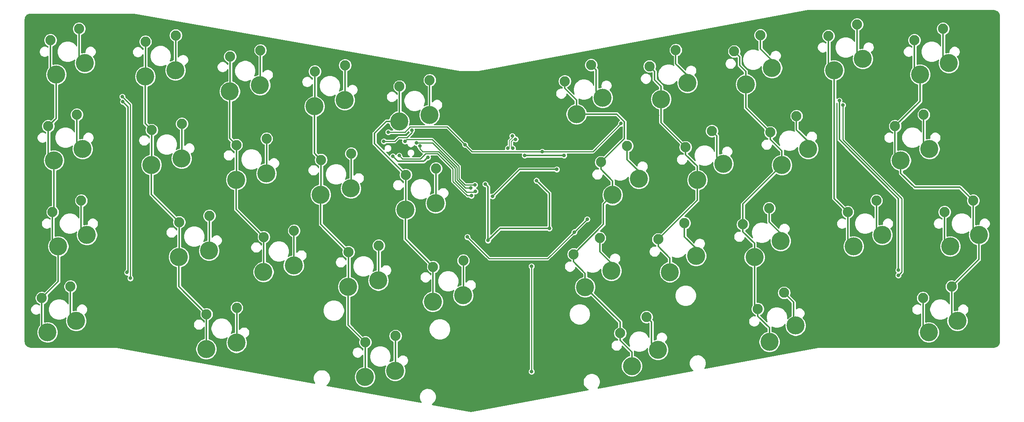
<source format=gtl>
G04 #@! TF.GenerationSoftware,KiCad,Pcbnew,(5.1.4)-1*
G04 #@! TF.CreationDate,2022-02-17T11:30:01+08:00*
G04 #@! TF.ProjectId,C-13X-PCB,432d3133-582d-4504-9342-2e6b69636164,rev?*
G04 #@! TF.SameCoordinates,Original*
G04 #@! TF.FileFunction,Copper,L1,Top*
G04 #@! TF.FilePolarity,Positive*
%FSLAX46Y46*%
G04 Gerber Fmt 4.6, Leading zero omitted, Abs format (unit mm)*
G04 Created by KiCad (PCBNEW (5.1.4)-1) date 2022-02-17 11:30:01*
%MOMM*%
%LPD*%
G04 APERTURE LIST*
%ADD10C,2.250000*%
%ADD11C,4.000000*%
%ADD12C,0.800000*%
%ADD13C,0.375000*%
%ADD14C,0.200000*%
%ADD15C,0.250000*%
%ADD16C,0.254000*%
G04 APERTURE END LIST*
D10*
X212090000Y-66357500D03*
X205740000Y-68897500D03*
D11*
X213360000Y-73977500D03*
X207010000Y-76517500D03*
X171707891Y-78621295D03*
X177520354Y-75017217D03*
X147034399Y-80392713D03*
X141221936Y-83996791D03*
X88780423Y-85023909D03*
X82085828Y-86422655D03*
X46909726Y-80220159D03*
X53604321Y-78821413D03*
X18097500Y-73977500D03*
X11747500Y-76517500D03*
D10*
X174946449Y-67733515D03*
X169133986Y-71337593D03*
X144460494Y-73109011D03*
X138648031Y-76713089D03*
X88852916Y-77299141D03*
X82158321Y-78697887D03*
X53676814Y-71096645D03*
X46982219Y-72495391D03*
X16827500Y-66357500D03*
X10477500Y-68897500D03*
D11*
X211772500Y-57467500D03*
X218122500Y-54927500D03*
X196691250Y-54927500D03*
X190341250Y-57467500D03*
X168399893Y-59860706D03*
X174212356Y-56256628D03*
X149639306Y-63168704D03*
X155451769Y-59564626D03*
X130878718Y-66476702D03*
X136691181Y-62872624D03*
X97119193Y-69729567D03*
X103813788Y-68330821D03*
X78358605Y-66421568D03*
X85053200Y-65022822D03*
X59598018Y-63113571D03*
X66292613Y-61714825D03*
X40837430Y-59805573D03*
X47532025Y-58406827D03*
X20478750Y-54927500D03*
X14128750Y-57467500D03*
D10*
X216852500Y-47307500D03*
X210502500Y-49847500D03*
X195421250Y-47307500D03*
X189071250Y-49847500D03*
X171638451Y-48972926D03*
X165825988Y-52577004D03*
X152877864Y-52280924D03*
X147065401Y-55885002D03*
X134117276Y-55588922D03*
X128304813Y-59193000D03*
X103886281Y-60606053D03*
X97191686Y-62004799D03*
X85125693Y-57298054D03*
X78431098Y-58696800D03*
X66365106Y-53990057D03*
X59670511Y-55388803D03*
X47604518Y-50682059D03*
X40909923Y-52080805D03*
X19208750Y-47307500D03*
X12858750Y-49847500D03*
D11*
X207168750Y-35877500D03*
X200818750Y-38417500D03*
X174472189Y-39446120D03*
X180284652Y-35842042D03*
X155711602Y-42754118D03*
X161524065Y-39150040D03*
X136951013Y-46062116D03*
X142763476Y-42458038D03*
X91046897Y-49314980D03*
X97741492Y-47916234D03*
X72286310Y-46006982D03*
X78980905Y-44608236D03*
X53525722Y-42698985D03*
X60220317Y-41300239D03*
X34765134Y-39390987D03*
X41459729Y-37992241D03*
X19526250Y-35877500D03*
X13176250Y-38417500D03*
D10*
X205898750Y-28257500D03*
X199548750Y-30797500D03*
X177710747Y-28558340D03*
X171898284Y-32162418D03*
X158950160Y-31866338D03*
X153137697Y-35470416D03*
X140189571Y-35174336D03*
X134377108Y-38778414D03*
X97813985Y-40191466D03*
X91119390Y-41590212D03*
X79053398Y-36883468D03*
X72358803Y-38282214D03*
X60292810Y-33575471D03*
X53598215Y-34974217D03*
X41532222Y-30267473D03*
X34837627Y-31666219D03*
X18256250Y-28257500D03*
X11906250Y-30797500D03*
D11*
X205105000Y-19367500D03*
X211455000Y-16827500D03*
X186055000Y-18415000D03*
X192405000Y-15875000D03*
X166474044Y-21512532D03*
X172286507Y-17908454D03*
X147713457Y-24820529D03*
X153525920Y-21216451D03*
X128952869Y-28128528D03*
X134765332Y-24524450D03*
X89664748Y-29727392D03*
X96359343Y-28328646D03*
X70904160Y-26419395D03*
X77598755Y-25020649D03*
X52143573Y-23111397D03*
X58838168Y-21712651D03*
X33382985Y-19803399D03*
X40077580Y-18404653D03*
X13652500Y-19367500D03*
X20002500Y-16827500D03*
D10*
X203835000Y-11747500D03*
X210185000Y-9207500D03*
X191135000Y-8255000D03*
X184785000Y-10795000D03*
X169712602Y-10624752D03*
X163900139Y-14228830D03*
X150952015Y-13932749D03*
X145139552Y-17536827D03*
X132191427Y-17240748D03*
X126378964Y-20844826D03*
X96431836Y-20603878D03*
X89737241Y-22002624D03*
X77671248Y-17295881D03*
X70976653Y-18694627D03*
X58910661Y-13987883D03*
X52216066Y-15386629D03*
X40150073Y-10679885D03*
X33455478Y-12078631D03*
X18732500Y-9207500D03*
X12382500Y-11747500D03*
D12*
X108500156Y-37605406D03*
X106255092Y-42095534D03*
X114046000Y-30988000D03*
X115887500Y-25400000D03*
X113506250Y-24606250D03*
X121443750Y-56356250D03*
X106553000Y-53467000D03*
X98425000Y-34131250D03*
X91059000Y-37338000D03*
X118268750Y-25400000D03*
X109455344Y-42944656D03*
X118268750Y-46037500D03*
X117729000Y-51308000D03*
X111662224Y-51278917D03*
X30226000Y-65786000D03*
X32385000Y-24130000D03*
X69215000Y-30861000D03*
X146925957Y-28448000D03*
X189865000Y-23121999D03*
X65278000Y-71501000D03*
X102489000Y-76454000D03*
X144272000Y-70104000D03*
X192786000Y-64008000D03*
X118364000Y-39116000D03*
X117348000Y-88519000D03*
X65913000Y-85979000D03*
X151638000Y-83566000D03*
X149352000Y-66802000D03*
X107442000Y-28067000D03*
X109347000Y-56134000D03*
X122936000Y-53467000D03*
X120079771Y-42863771D03*
X108743750Y-43656250D03*
X200279000Y-62738000D03*
X187198000Y-25146000D03*
X88265000Y-37465000D03*
X96012000Y-37719000D03*
X28443347Y-25404653D03*
X29374000Y-63246000D03*
X115464982Y-33708732D03*
X114825000Y-35718750D03*
X114722518Y-32966268D03*
X113775000Y-35718750D03*
X92456000Y-31687980D03*
X86267141Y-34185118D03*
X28321000Y-24257000D03*
X30099000Y-64516000D03*
X187985500Y-26162000D03*
X200279000Y-63881000D03*
X90932000Y-34163000D03*
X106426000Y-43815000D03*
X110363000Y-46355000D03*
X124587000Y-40386000D03*
X117475000Y-37306250D03*
X126206250Y-37306250D03*
X105537000Y-44540000D03*
X93472000Y-34488001D03*
X94234000Y-35213001D03*
X106553000Y-45265000D03*
X89662000Y-37338000D03*
X105664000Y-46228000D03*
X87249000Y-32131000D03*
X104267000Y-34925000D03*
X138811000Y-30226000D03*
X121375001Y-36443751D03*
X104775000Y-55372000D03*
X131318000Y-51435000D03*
X128460500Y-54292500D03*
X118999000Y-61849000D03*
X118999000Y-85217000D03*
D13*
X109347000Y-56134000D02*
X112014000Y-53467000D01*
X112014000Y-53467000D02*
X122936000Y-53467000D01*
X122936000Y-45720000D02*
X120079771Y-42863771D01*
X122936000Y-53467000D02*
X122936000Y-45720000D01*
X109347000Y-44259500D02*
X109347000Y-56134000D01*
X108743750Y-43656250D02*
X109347000Y-44259500D01*
X200279000Y-62738000D02*
X200279000Y-46863000D01*
X200279000Y-46863000D02*
X187198000Y-33782000D01*
X187198000Y-33782000D02*
X187198000Y-25146000D01*
X88664999Y-37864999D02*
X88265000Y-37465000D01*
X89375511Y-38575511D02*
X88664999Y-37864999D01*
X95155489Y-38575511D02*
X89375511Y-38575511D01*
X96012000Y-37719000D02*
X95155489Y-38575511D01*
X28443347Y-25404653D02*
X29586490Y-26547796D01*
X29586490Y-26547796D02*
X29586490Y-63033510D01*
X29586490Y-63033510D02*
X29374000Y-63246000D01*
D14*
X114525000Y-35418750D02*
X114825000Y-35718750D01*
X114525000Y-34224449D02*
X114525000Y-35418750D01*
X115040717Y-33708732D02*
X114525000Y-34224449D01*
X115464982Y-33708732D02*
X115040717Y-33708732D01*
X114722518Y-32966268D02*
X114722518Y-33390533D01*
X114722518Y-33390533D02*
X114075000Y-34038051D01*
X114075000Y-34038051D02*
X114075000Y-35418750D01*
X114075000Y-35418750D02*
X113775000Y-35718750D01*
D13*
X40150073Y-18332160D02*
X40077580Y-18404653D01*
X40150073Y-10679885D02*
X40150073Y-18332160D01*
X58910661Y-21640158D02*
X58838168Y-21712651D01*
X58910661Y-13987883D02*
X58910661Y-21640158D01*
X77671248Y-24948156D02*
X77598755Y-25020649D01*
X77671248Y-17295881D02*
X77671248Y-24948156D01*
X96431836Y-28256153D02*
X96359343Y-28328646D01*
X96431836Y-20603878D02*
X96431836Y-28256153D01*
X133316426Y-23075544D02*
X134765332Y-24524450D01*
X133316426Y-18365747D02*
X133316426Y-23075544D01*
X132191427Y-17240748D02*
X133316426Y-18365747D01*
X153525920Y-19553369D02*
X153525920Y-21216451D01*
X150952015Y-16979464D02*
X153525920Y-19553369D01*
X150952015Y-13932749D02*
X150952015Y-16979464D01*
X172286507Y-16245372D02*
X172286507Y-17908454D01*
X169712602Y-13671467D02*
X172286507Y-16245372D01*
X169712602Y-10624752D02*
X169712602Y-13671467D01*
X191135000Y-14605000D02*
X192405000Y-15875000D01*
X191135000Y-8255000D02*
X191135000Y-14605000D01*
X210185000Y-15557500D02*
X211455000Y-16827500D01*
X210185000Y-9207500D02*
X210185000Y-15557500D01*
X18256250Y-34607500D02*
X19526250Y-35877500D01*
X18256250Y-28257500D02*
X18256250Y-34607500D01*
X41532222Y-37919748D02*
X41459729Y-37992241D01*
X41532222Y-30267473D02*
X41532222Y-37919748D01*
X60292810Y-41227746D02*
X60220317Y-41300239D01*
X60292810Y-33575471D02*
X60292810Y-41227746D01*
X79053398Y-44535743D02*
X78980905Y-44608236D01*
X79053398Y-36883468D02*
X79053398Y-44535743D01*
X97813985Y-47843741D02*
X97741492Y-47916234D01*
X97813985Y-40191466D02*
X97813985Y-47843741D01*
X142763476Y-40794956D02*
X142763476Y-42458038D01*
X140189571Y-38221051D02*
X142763476Y-40794956D01*
X140189571Y-35174336D02*
X140189571Y-38221051D01*
X160075159Y-37701134D02*
X161524065Y-39150040D01*
X160075159Y-32991337D02*
X160075159Y-37701134D01*
X158950160Y-31866338D02*
X160075159Y-32991337D01*
X180284652Y-34178960D02*
X180284652Y-35842042D01*
X177710747Y-31605055D02*
X180284652Y-34178960D01*
X177710747Y-28558340D02*
X177710747Y-31605055D01*
X205898750Y-34607500D02*
X207168750Y-35877500D01*
X205898750Y-28257500D02*
X205898750Y-34607500D01*
X19208750Y-53657500D02*
X20478750Y-54927500D01*
X19208750Y-47307500D02*
X19208750Y-53657500D01*
X47604518Y-58334334D02*
X47532025Y-58406827D01*
X47604518Y-50682059D02*
X47604518Y-58334334D01*
X66365106Y-61642332D02*
X66292613Y-61714825D01*
X66365106Y-53990057D02*
X66365106Y-61642332D01*
X85125693Y-64950329D02*
X85053200Y-65022822D01*
X85125693Y-57298054D02*
X85125693Y-64950329D01*
X103886281Y-68258328D02*
X103813788Y-68330821D01*
X103886281Y-60606053D02*
X103886281Y-68258328D01*
X136691181Y-61209542D02*
X136691181Y-62872624D01*
X134117276Y-58635637D02*
X136691181Y-61209542D01*
X134117276Y-55588922D02*
X134117276Y-58635637D01*
X155451769Y-57901544D02*
X155451769Y-59564626D01*
X152877864Y-55327639D02*
X155451769Y-57901544D01*
X152877864Y-52280924D02*
X152877864Y-55327639D01*
X174212356Y-54593546D02*
X174212356Y-56256628D01*
X171638451Y-52019641D02*
X174212356Y-54593546D01*
X171638451Y-48972926D02*
X171638451Y-52019641D01*
X195421250Y-53657500D02*
X196691250Y-54927500D01*
X195421250Y-47307500D02*
X195421250Y-53657500D01*
X210502500Y-56197500D02*
X211772500Y-57467500D01*
X210502500Y-49847500D02*
X210502500Y-56197500D01*
X16827500Y-72707500D02*
X18097500Y-73977500D01*
X16827500Y-66357500D02*
X16827500Y-72707500D01*
X53676814Y-78748920D02*
X53604321Y-78821413D01*
X53676814Y-71096645D02*
X53676814Y-78748920D01*
X88852916Y-84951416D02*
X88780423Y-85023909D01*
X88852916Y-77299141D02*
X88852916Y-84951416D01*
X145585493Y-78943807D02*
X147034399Y-80392713D01*
X145585493Y-74234010D02*
X145585493Y-78943807D01*
X144460494Y-73109011D02*
X145585493Y-74234010D01*
X177067492Y-74564355D02*
X177520354Y-75017217D01*
X177067492Y-69854558D02*
X177067492Y-74564355D01*
X174946449Y-67733515D02*
X177067492Y-69854558D01*
X205740000Y-75247500D02*
X207010000Y-76517500D01*
X205740000Y-68897500D02*
X205740000Y-75247500D01*
D15*
X88648024Y-34185118D02*
X86267141Y-34185118D01*
X89520151Y-33312991D02*
X88648024Y-34185118D01*
X91396674Y-33312991D02*
X89520151Y-33312991D01*
X92456000Y-32253665D02*
X91396674Y-33312991D01*
X92456000Y-31687980D02*
X92456000Y-32253665D01*
X28321000Y-24257000D02*
X30099000Y-26035000D01*
X30099000Y-26035000D02*
X30099000Y-64516000D01*
X187985500Y-33844702D02*
X189827798Y-35687000D01*
X187985500Y-26162000D02*
X187985500Y-33844702D01*
X189827798Y-35687000D02*
X199815899Y-45675101D01*
X199815899Y-45675101D02*
X200791510Y-46650712D01*
X201004001Y-63155999D02*
X200279000Y-63881000D01*
X200791510Y-46650712D02*
X201004001Y-46863203D01*
X201004001Y-46863203D02*
X201004001Y-63155999D01*
X104267000Y-43815000D02*
X106426000Y-43815000D01*
X102933500Y-42481500D02*
X104267000Y-43815000D01*
X102933500Y-39712752D02*
X102933500Y-42481500D01*
X96983749Y-33763001D02*
X102933500Y-39712752D01*
X91331999Y-33763001D02*
X96983749Y-33763001D01*
X90932000Y-34163000D02*
X91331999Y-33763001D01*
D13*
X110363000Y-46355000D02*
X116332000Y-40386000D01*
X116332000Y-40386000D02*
X124587000Y-40386000D01*
X117475000Y-37306250D02*
X126206250Y-37306250D01*
D15*
X104355590Y-44540000D02*
X102483490Y-42667900D01*
X105537000Y-44540000D02*
X104355590Y-44540000D01*
X102483490Y-42667900D02*
X102483490Y-39899152D01*
X102483490Y-39899152D02*
X97072339Y-34488001D01*
X97072339Y-34488001D02*
X93472000Y-34488001D01*
X94904314Y-36449000D02*
X98396928Y-36449000D01*
X94234000Y-35213001D02*
X94234000Y-35778686D01*
X94234000Y-35778686D02*
X94904314Y-36449000D01*
X98396928Y-36449000D02*
X102033480Y-40085552D01*
X102033481Y-42854301D02*
X104169189Y-44990009D01*
X102033480Y-40085552D02*
X102033481Y-42854301D01*
X106352000Y-45466000D02*
X106553000Y-45265000D01*
X104169189Y-44990009D02*
X104645180Y-45466000D01*
X104645180Y-45466000D02*
X106352000Y-45466000D01*
X90387001Y-38063001D02*
X94397999Y-38063001D01*
X89662000Y-37338000D02*
X90387001Y-38063001D01*
X94397999Y-38063001D02*
X95561990Y-36899010D01*
X95561990Y-36899010D02*
X98210528Y-36899010D01*
X98210528Y-36899010D02*
X101583472Y-40271954D01*
X101583472Y-40271954D02*
X101583472Y-43040702D01*
X101583472Y-43040702D02*
X104770770Y-46228000D01*
X104770770Y-46228000D02*
X105664000Y-46228000D01*
D13*
X18732500Y-15557500D02*
X20002500Y-16827500D01*
X18732500Y-9207500D02*
X18732500Y-15557500D01*
D15*
X100304979Y-30962979D02*
X104267000Y-34925000D01*
X92107999Y-30962979D02*
X100304979Y-30962979D01*
X87249000Y-32131000D02*
X90939978Y-32131000D01*
X90939978Y-32131000D02*
X92107999Y-30962979D01*
X132593249Y-36443751D02*
X138811000Y-30226000D01*
X104267000Y-34925000D02*
X105785751Y-36443751D01*
X105785751Y-36443751D02*
X121375001Y-36443751D01*
X121375001Y-36443751D02*
X132593249Y-36443751D01*
D13*
X147713457Y-21992102D02*
X147713457Y-24820529D01*
X146264551Y-20543196D02*
X147713457Y-21992102D01*
X146264551Y-18661826D02*
X146264551Y-20543196D01*
X145139552Y-17536827D02*
X146264551Y-18661826D01*
X155711602Y-39925691D02*
X155711602Y-42754118D01*
X155711602Y-39707403D02*
X155711602Y-39925691D01*
X153137697Y-37133498D02*
X155711602Y-39707403D01*
X153137697Y-35470416D02*
X153137697Y-37133498D01*
X149639306Y-60340277D02*
X149639306Y-63168704D01*
X149639306Y-60049897D02*
X149639306Y-60340277D01*
X147065401Y-57475992D02*
X149639306Y-60049897D01*
X147065401Y-55885002D02*
X147065401Y-57475992D01*
X155711602Y-47238801D02*
X147065401Y-55885002D01*
X155711602Y-42754118D02*
X155711602Y-47238801D01*
X147713457Y-30046176D02*
X153137697Y-35470416D01*
X147713457Y-24820529D02*
X147713457Y-30046176D01*
X12382500Y-18097500D02*
X13652500Y-19367500D01*
X12382500Y-11747500D02*
X12382500Y-18097500D01*
X11906250Y-37147500D02*
X13176250Y-38417500D01*
X11906250Y-30797500D02*
X11906250Y-37147500D01*
X12858750Y-56197500D02*
X14128750Y-57467500D01*
X12858750Y-49847500D02*
X12858750Y-56197500D01*
X10477500Y-75247500D02*
X11747500Y-76517500D01*
X10477500Y-68897500D02*
X10477500Y-75247500D01*
X14128750Y-65246250D02*
X10477500Y-68897500D01*
X14128750Y-57467500D02*
X14128750Y-65246250D01*
X13176250Y-49530000D02*
X12858750Y-49847500D01*
X13176250Y-38417500D02*
X13176250Y-49530000D01*
X13652500Y-29051250D02*
X11906250Y-30797500D01*
X13652500Y-19367500D02*
X13652500Y-29051250D01*
X33455478Y-12078631D02*
X33455478Y-19730906D01*
X34837627Y-39318494D02*
X34765134Y-39390987D01*
X34837627Y-31666219D02*
X34837627Y-39318494D01*
X40909923Y-59733080D02*
X40837430Y-59805573D01*
X40909923Y-52080805D02*
X40909923Y-59733080D01*
X46982219Y-80147666D02*
X46909726Y-80220159D01*
X46982219Y-72495391D02*
X46982219Y-80147666D01*
X33382985Y-30211577D02*
X34837627Y-31666219D01*
X33382985Y-19803399D02*
X33382985Y-30211577D01*
X34765134Y-45936016D02*
X40909923Y-52080805D01*
X34765134Y-39390987D02*
X34765134Y-45936016D01*
X40837430Y-66350602D02*
X46982219Y-72495391D01*
X40837430Y-59805573D02*
X40837430Y-66350602D01*
X52216066Y-23038904D02*
X52143573Y-23111397D01*
X52216066Y-15386629D02*
X52216066Y-23038904D01*
X53598215Y-42626492D02*
X53525722Y-42698985D01*
X53598215Y-34974217D02*
X53598215Y-42626492D01*
X59670511Y-63041078D02*
X59598018Y-63113571D01*
X59670511Y-55388803D02*
X59670511Y-63041078D01*
X53525722Y-49244014D02*
X59670511Y-55388803D01*
X53525722Y-42698985D02*
X53525722Y-49244014D01*
X52143573Y-33519575D02*
X53598215Y-34974217D01*
X52143573Y-23111397D02*
X52143573Y-33519575D01*
X70976653Y-26346902D02*
X70904160Y-26419395D01*
X70976653Y-18694627D02*
X70976653Y-26346902D01*
X72358803Y-45934489D02*
X72286310Y-46006982D01*
X72358803Y-38282214D02*
X72358803Y-45934489D01*
X78431098Y-66349075D02*
X78358605Y-66421568D01*
X78431098Y-58696800D02*
X78431098Y-66349075D01*
X82158321Y-86350162D02*
X82085828Y-86422655D01*
X82158321Y-78697887D02*
X82158321Y-86350162D01*
X70904160Y-36827571D02*
X72358803Y-38282214D01*
X70904160Y-26419395D02*
X70904160Y-36827571D01*
X72286310Y-52552012D02*
X78431098Y-58696800D01*
X72286310Y-46006982D02*
X72286310Y-52552012D01*
X78358605Y-74898171D02*
X82158321Y-78697887D01*
X78358605Y-66421568D02*
X78358605Y-74898171D01*
X89737241Y-29654899D02*
X89664748Y-29727392D01*
X89737241Y-22002624D02*
X89737241Y-29654899D01*
X91119390Y-49242487D02*
X91046897Y-49314980D01*
X91119390Y-41590212D02*
X91119390Y-49242487D01*
X97191686Y-69657074D02*
X97119193Y-69729567D01*
X97191686Y-62004799D02*
X97191686Y-69657074D01*
X91046897Y-55860010D02*
X97191686Y-62004799D01*
X91046897Y-49314980D02*
X91046897Y-55860010D01*
X86836321Y-29727392D02*
X84201000Y-32362713D01*
X89664748Y-29727392D02*
X86836321Y-29727392D01*
X84201000Y-34671822D02*
X91119390Y-41590212D01*
X84201000Y-32362713D02*
X84201000Y-34671822D01*
X203835000Y-18097500D02*
X205105000Y-19367500D01*
X203835000Y-11747500D02*
X203835000Y-18097500D01*
X199548750Y-37147500D02*
X200818750Y-38417500D01*
X199548750Y-30797500D02*
X199548750Y-37147500D01*
X216852500Y-53657500D02*
X218122500Y-54927500D01*
X216852500Y-47307500D02*
X216852500Y-53657500D01*
X212090000Y-72707500D02*
X213360000Y-73977500D01*
X212090000Y-66357500D02*
X212090000Y-72707500D01*
X205105000Y-25241250D02*
X199548750Y-30797500D01*
X205105000Y-19367500D02*
X205105000Y-25241250D01*
X200818750Y-41245927D02*
X203895823Y-44323000D01*
X200818750Y-38417500D02*
X200818750Y-41245927D01*
X213868000Y-44323000D02*
X216852500Y-47307500D01*
X203895823Y-44323000D02*
X213868000Y-44323000D01*
X218122500Y-60325000D02*
X212090000Y-66357500D01*
X218122500Y-54927500D02*
X218122500Y-60325000D01*
X184785000Y-17145000D02*
X186055000Y-18415000D01*
X184785000Y-10795000D02*
X184785000Y-17145000D01*
X189071250Y-56197500D02*
X190341250Y-57467500D01*
X189071250Y-49847500D02*
X189071250Y-56197500D01*
X186055000Y-46831250D02*
X189071250Y-49847500D01*
X186055000Y-18415000D02*
X186055000Y-46831250D01*
X166474044Y-18684105D02*
X166474044Y-21512532D01*
X165100000Y-17310061D02*
X166474044Y-18684105D01*
X165100000Y-15428691D02*
X165100000Y-17310061D01*
X163900139Y-14228830D02*
X165100000Y-15428691D01*
X174472189Y-36617693D02*
X174472189Y-39446120D01*
X174472189Y-36327313D02*
X174472189Y-36617693D01*
X171898284Y-33753408D02*
X174472189Y-36327313D01*
X171898284Y-32162418D02*
X171898284Y-33753408D01*
X168399893Y-57032279D02*
X168399893Y-59860706D01*
X168399893Y-56813991D02*
X168399893Y-57032279D01*
X165825988Y-54240086D02*
X168399893Y-56813991D01*
X165825988Y-52577004D02*
X165825988Y-54240086D01*
X171707891Y-75792868D02*
X171707891Y-78621295D01*
X171707891Y-75502488D02*
X171707891Y-75792868D01*
X169133986Y-72928583D02*
X171707891Y-75502488D01*
X169133986Y-71337593D02*
X169133986Y-72928583D01*
X166474044Y-26738178D02*
X171898284Y-32162418D01*
X166474044Y-21512532D02*
X166474044Y-26738178D01*
X165825988Y-48092321D02*
X165825988Y-52577004D01*
X174472189Y-39446120D02*
X165825988Y-48092321D01*
X168399893Y-70603500D02*
X169133986Y-71337593D01*
X168399893Y-59860706D02*
X168399893Y-70603500D01*
X128952869Y-25300101D02*
X128952869Y-28128528D01*
X128952869Y-25009721D02*
X128952869Y-25300101D01*
X126378964Y-22435816D02*
X128952869Y-25009721D01*
X126378964Y-20844826D02*
X126378964Y-22435816D01*
X136951013Y-43233689D02*
X136951013Y-46062116D01*
X136951013Y-42943309D02*
X136951013Y-43233689D01*
X134377108Y-40369404D02*
X136951013Y-42943309D01*
X134377108Y-38778414D02*
X134377108Y-40369404D01*
X130878718Y-63648275D02*
X130878718Y-66476702D01*
X130878718Y-63429987D02*
X130878718Y-63648275D01*
X128304813Y-60856082D02*
X130878718Y-63429987D01*
X128304813Y-59193000D02*
X128304813Y-60856082D01*
X141221936Y-81168364D02*
X141221936Y-83996791D01*
X141221936Y-80877984D02*
X141221936Y-81168364D01*
X138648031Y-78304079D02*
X141221936Y-80877984D01*
X138648031Y-76713089D02*
X138648031Y-78304079D01*
X135502107Y-37653415D02*
X134377108Y-38778414D01*
X139598501Y-33557021D02*
X135502107Y-37653415D01*
X139598501Y-29847999D02*
X139598501Y-33557021D01*
X137879030Y-28128528D02*
X139598501Y-29847999D01*
X128952869Y-28128528D02*
X137879030Y-28128528D01*
X134951014Y-52546799D02*
X128304813Y-59193000D01*
X136951013Y-46062116D02*
X134951014Y-48062115D01*
X134951014Y-48062115D02*
X134951014Y-52546799D01*
X138648031Y-74246015D02*
X138648031Y-76713089D01*
X130878718Y-66476702D02*
X138648031Y-74246015D01*
D15*
X104775000Y-55372000D02*
X109601000Y-60198000D01*
X109601000Y-60198000D02*
X122555000Y-60198000D01*
X122555000Y-60198000D02*
X128460500Y-54292500D01*
X128460500Y-54292500D02*
X131318000Y-51435000D01*
X118999000Y-61849000D02*
X118999000Y-85217000D01*
D16*
G36*
X221685358Y-5192911D02*
G01*
X221905745Y-5259450D01*
X222109004Y-5367525D01*
X222287402Y-5513022D01*
X222434143Y-5690401D01*
X222543637Y-5892905D01*
X222611711Y-6112818D01*
X222637750Y-6360566D01*
X222637751Y-78561386D01*
X222613339Y-78810358D01*
X222546801Y-79030744D01*
X222438725Y-79234004D01*
X222293227Y-79412404D01*
X222115847Y-79559144D01*
X221913344Y-79668637D01*
X221693433Y-79736711D01*
X221445684Y-79762750D01*
X182585060Y-79762750D01*
X182567750Y-79760820D01*
X182545181Y-79762750D01*
X182542559Y-79762750D01*
X182525276Y-79764452D01*
X182508031Y-79765927D01*
X182505461Y-79766404D01*
X182482910Y-79768625D01*
X182466237Y-79773683D01*
X157387870Y-84427400D01*
X157498971Y-84261127D01*
X157642573Y-83914439D01*
X157715782Y-83546397D01*
X157715782Y-83171145D01*
X157642573Y-82803103D01*
X157498971Y-82456415D01*
X157290492Y-82144405D01*
X157025148Y-81879061D01*
X156713138Y-81670582D01*
X156366450Y-81526980D01*
X155998408Y-81453771D01*
X155623156Y-81453771D01*
X155595436Y-81459285D01*
X155591889Y-81459285D01*
X155223847Y-81532494D01*
X154877159Y-81676096D01*
X154565149Y-81884575D01*
X154299805Y-82149919D01*
X154091326Y-82461929D01*
X153947724Y-82808617D01*
X153874515Y-83176659D01*
X153874515Y-83551911D01*
X153947724Y-83919953D01*
X154091326Y-84266641D01*
X154299805Y-84578651D01*
X154565149Y-84843995D01*
X154690724Y-84927902D01*
X133698834Y-88823304D01*
X133808490Y-88713648D01*
X134016969Y-88401638D01*
X134160571Y-88054950D01*
X134233780Y-87686908D01*
X134233780Y-87311656D01*
X134160571Y-86943614D01*
X134016969Y-86596926D01*
X133808490Y-86284916D01*
X133543146Y-86019572D01*
X133231136Y-85811093D01*
X132884448Y-85667491D01*
X132516406Y-85594282D01*
X132141154Y-85594282D01*
X132113439Y-85599795D01*
X132109887Y-85599795D01*
X131741845Y-85673004D01*
X131395157Y-85816606D01*
X131083147Y-86025085D01*
X130817803Y-86290429D01*
X130609324Y-86602439D01*
X130465722Y-86949127D01*
X130392513Y-87317169D01*
X130392513Y-87692421D01*
X130465722Y-88060463D01*
X130609324Y-88407151D01*
X130817803Y-88719161D01*
X131083147Y-88984505D01*
X131395157Y-89192984D01*
X131491537Y-89232906D01*
X105568007Y-94043458D01*
X96951570Y-92476833D01*
X97227440Y-92292502D01*
X97492784Y-92027158D01*
X97701263Y-91715148D01*
X97844865Y-91368460D01*
X97918074Y-91000418D01*
X97918074Y-90625166D01*
X97844865Y-90257124D01*
X97701263Y-89910436D01*
X97492784Y-89598426D01*
X97227440Y-89333082D01*
X96915430Y-89124603D01*
X96568742Y-88981001D01*
X96200700Y-88907792D01*
X96197148Y-88907792D01*
X96169433Y-88902279D01*
X95794181Y-88902279D01*
X95426139Y-88975488D01*
X95079451Y-89119090D01*
X94767441Y-89327569D01*
X94502097Y-89592913D01*
X94293618Y-89904923D01*
X94150016Y-90251611D01*
X94076807Y-90619653D01*
X94076807Y-90994905D01*
X94150016Y-91362947D01*
X94293618Y-91709635D01*
X94502097Y-92021645D01*
X94514111Y-92033659D01*
X73621268Y-88234960D01*
X73745438Y-88151992D01*
X74010782Y-87886648D01*
X74219261Y-87574638D01*
X74362863Y-87227950D01*
X74436072Y-86859908D01*
X74436072Y-86484656D01*
X74362863Y-86116614D01*
X74219261Y-85769926D01*
X74010782Y-85457916D01*
X73745438Y-85192572D01*
X73433428Y-84984093D01*
X73086740Y-84840491D01*
X72718698Y-84767282D01*
X72715151Y-84767282D01*
X72687431Y-84761768D01*
X72312179Y-84761768D01*
X71944137Y-84834977D01*
X71597449Y-84978579D01*
X71285439Y-85187058D01*
X71020095Y-85452402D01*
X70811616Y-85764412D01*
X70668014Y-86111100D01*
X70594805Y-86479142D01*
X70594805Y-86854394D01*
X70668014Y-87222436D01*
X70811616Y-87569124D01*
X70929499Y-87745548D01*
X27083055Y-79773468D01*
X27067090Y-79768625D01*
X27043807Y-79766332D01*
X27040508Y-79765732D01*
X27023984Y-79764379D01*
X27007441Y-79762750D01*
X27004079Y-79762750D01*
X26980771Y-79760842D01*
X26964204Y-79762750D01*
X7957354Y-79762750D01*
X7708392Y-79738339D01*
X7488006Y-79671801D01*
X7284746Y-79563725D01*
X7106346Y-79418227D01*
X6959606Y-79240847D01*
X6850113Y-79038344D01*
X6782039Y-78818433D01*
X6756000Y-78570684D01*
X6756000Y-71313795D01*
X7951500Y-71313795D01*
X7951500Y-71561205D01*
X7999768Y-71803862D01*
X8094447Y-72032439D01*
X8231901Y-72238153D01*
X8406847Y-72413099D01*
X8612561Y-72550553D01*
X8841138Y-72645232D01*
X9083795Y-72693500D01*
X9331205Y-72693500D01*
X9573862Y-72645232D01*
X9802439Y-72550553D01*
X9909001Y-72479351D01*
X9909001Y-74988756D01*
X9898056Y-74999701D01*
X9637485Y-75389673D01*
X9458000Y-75822988D01*
X9366500Y-76282992D01*
X9366500Y-76752008D01*
X9458000Y-77212012D01*
X9637485Y-77645327D01*
X9898056Y-78035299D01*
X10229701Y-78366944D01*
X10619673Y-78627515D01*
X11052988Y-78807000D01*
X11512992Y-78898500D01*
X11982008Y-78898500D01*
X12442012Y-78807000D01*
X12875327Y-78627515D01*
X13265299Y-78366944D01*
X13596944Y-78035299D01*
X13857515Y-77645327D01*
X14037000Y-77212012D01*
X14128500Y-76752008D01*
X14128500Y-76282992D01*
X14037000Y-75822988D01*
X13857515Y-75389673D01*
X13596944Y-74999701D01*
X13265299Y-74668056D01*
X12875327Y-74407485D01*
X12442012Y-74228000D01*
X11982008Y-74136500D01*
X11512992Y-74136500D01*
X11052988Y-74228000D01*
X11046000Y-74230895D01*
X11046000Y-71203593D01*
X11912600Y-71203593D01*
X11912600Y-71671407D01*
X12003866Y-72130233D01*
X12182891Y-72562437D01*
X12442795Y-72951410D01*
X12773590Y-73282205D01*
X13162563Y-73542109D01*
X13594767Y-73721134D01*
X14053593Y-73812400D01*
X14521407Y-73812400D01*
X14980233Y-73721134D01*
X15412437Y-73542109D01*
X15801410Y-73282205D01*
X15813214Y-73270401D01*
X15808000Y-73282988D01*
X15716500Y-73742992D01*
X15716500Y-74212008D01*
X15808000Y-74672012D01*
X15987485Y-75105327D01*
X16248056Y-75495299D01*
X16579701Y-75826944D01*
X16969673Y-76087515D01*
X17402988Y-76267000D01*
X17862992Y-76358500D01*
X18332008Y-76358500D01*
X18792012Y-76267000D01*
X19225327Y-76087515D01*
X19615299Y-75826944D01*
X19946944Y-75495299D01*
X20207515Y-75105327D01*
X20387000Y-74672012D01*
X20478500Y-74212008D01*
X20478500Y-73742992D01*
X20387000Y-73282988D01*
X20207515Y-72849673D01*
X19993695Y-72529668D01*
X20168153Y-72413099D01*
X20343099Y-72238153D01*
X20480553Y-72032439D01*
X20575232Y-71803862D01*
X20623500Y-71561205D01*
X20623500Y-71313795D01*
X20575232Y-71071138D01*
X20480553Y-70842561D01*
X20343099Y-70636847D01*
X20168153Y-70461901D01*
X19962439Y-70324447D01*
X19733862Y-70229768D01*
X19491205Y-70181500D01*
X19243795Y-70181500D01*
X19001138Y-70229768D01*
X18772561Y-70324447D01*
X18566847Y-70461901D01*
X18391901Y-70636847D01*
X18254447Y-70842561D01*
X18159768Y-71071138D01*
X18111500Y-71313795D01*
X18111500Y-71561205D01*
X18118521Y-71596500D01*
X17862992Y-71596500D01*
X17402988Y-71688000D01*
X17396000Y-71690895D01*
X17396000Y-67752102D01*
X17540859Y-67692100D01*
X17787519Y-67527287D01*
X17997287Y-67317519D01*
X18162100Y-67070859D01*
X18275625Y-66796784D01*
X18333500Y-66505828D01*
X18333500Y-66209172D01*
X18275625Y-65918216D01*
X18162100Y-65644141D01*
X17997287Y-65397481D01*
X17787519Y-65187713D01*
X17540859Y-65022900D01*
X17266784Y-64909375D01*
X16975828Y-64851500D01*
X16679172Y-64851500D01*
X16388216Y-64909375D01*
X16114141Y-65022900D01*
X15867481Y-65187713D01*
X15657713Y-65397481D01*
X15492900Y-65644141D01*
X15379375Y-65918216D01*
X15321500Y-66209172D01*
X15321500Y-66505828D01*
X15379375Y-66796784D01*
X15492900Y-67070859D01*
X15657713Y-67317519D01*
X15867481Y-67527287D01*
X16114141Y-67692100D01*
X16259000Y-67752102D01*
X16259001Y-70113353D01*
X16132205Y-69923590D01*
X15801410Y-69592795D01*
X15412437Y-69332891D01*
X14980233Y-69153866D01*
X14521407Y-69062600D01*
X14053593Y-69062600D01*
X13594767Y-69153866D01*
X13162563Y-69332891D01*
X12773590Y-69592795D01*
X12442795Y-69923590D01*
X12182891Y-70312563D01*
X12003866Y-70744767D01*
X11912600Y-71203593D01*
X11046000Y-71203593D01*
X11046000Y-70292102D01*
X11190859Y-70232100D01*
X11437519Y-70067287D01*
X11647287Y-69857519D01*
X11812100Y-69610859D01*
X11925625Y-69336784D01*
X11983500Y-69045828D01*
X11983500Y-68749172D01*
X11925625Y-68458216D01*
X11865623Y-68313357D01*
X14510993Y-65667987D01*
X14532685Y-65650185D01*
X14587744Y-65583095D01*
X14603726Y-65563621D01*
X14626198Y-65521579D01*
X14656516Y-65464858D01*
X14689024Y-65357695D01*
X14697250Y-65274172D01*
X14697250Y-65274171D01*
X14700000Y-65246251D01*
X14697250Y-65218331D01*
X14697250Y-59782065D01*
X14823262Y-59757000D01*
X15256577Y-59577515D01*
X15646549Y-59316944D01*
X15978194Y-58985299D01*
X16238765Y-58595327D01*
X16418250Y-58162012D01*
X16509750Y-57702008D01*
X16509750Y-57232992D01*
X16418250Y-56772988D01*
X16238765Y-56339673D01*
X15978194Y-55949701D01*
X15646549Y-55618056D01*
X15256577Y-55357485D01*
X14823262Y-55178000D01*
X14363258Y-55086500D01*
X13894242Y-55086500D01*
X13434238Y-55178000D01*
X13427250Y-55180895D01*
X13427250Y-52153593D01*
X14293850Y-52153593D01*
X14293850Y-52621407D01*
X14385116Y-53080233D01*
X14564141Y-53512437D01*
X14824045Y-53901410D01*
X15154840Y-54232205D01*
X15543813Y-54492109D01*
X15976017Y-54671134D01*
X16434843Y-54762400D01*
X16902657Y-54762400D01*
X17361483Y-54671134D01*
X17793687Y-54492109D01*
X18182660Y-54232205D01*
X18194464Y-54220401D01*
X18189250Y-54232988D01*
X18097750Y-54692992D01*
X18097750Y-55162008D01*
X18189250Y-55622012D01*
X18368735Y-56055327D01*
X18629306Y-56445299D01*
X18960951Y-56776944D01*
X19350923Y-57037515D01*
X19784238Y-57217000D01*
X20244242Y-57308500D01*
X20713258Y-57308500D01*
X21173262Y-57217000D01*
X21606577Y-57037515D01*
X21996549Y-56776944D01*
X22328194Y-56445299D01*
X22588765Y-56055327D01*
X22768250Y-55622012D01*
X22859750Y-55162008D01*
X22859750Y-54692992D01*
X22768250Y-54232988D01*
X22588765Y-53799673D01*
X22374945Y-53479668D01*
X22549403Y-53363099D01*
X22724349Y-53188153D01*
X22861803Y-52982439D01*
X22956482Y-52753862D01*
X23004750Y-52511205D01*
X23004750Y-52263795D01*
X22956482Y-52021138D01*
X22861803Y-51792561D01*
X22724349Y-51586847D01*
X22549403Y-51411901D01*
X22343689Y-51274447D01*
X22115112Y-51179768D01*
X21872455Y-51131500D01*
X21625045Y-51131500D01*
X21382388Y-51179768D01*
X21153811Y-51274447D01*
X20948097Y-51411901D01*
X20773151Y-51586847D01*
X20635697Y-51792561D01*
X20541018Y-52021138D01*
X20492750Y-52263795D01*
X20492750Y-52511205D01*
X20499771Y-52546500D01*
X20244242Y-52546500D01*
X19784238Y-52638000D01*
X19777250Y-52640895D01*
X19777250Y-48702102D01*
X19922109Y-48642100D01*
X20168769Y-48477287D01*
X20378537Y-48267519D01*
X20543350Y-48020859D01*
X20656875Y-47746784D01*
X20714750Y-47455828D01*
X20714750Y-47159172D01*
X20656875Y-46868216D01*
X20543350Y-46594141D01*
X20378537Y-46347481D01*
X20168769Y-46137713D01*
X19922109Y-45972900D01*
X19648034Y-45859375D01*
X19357078Y-45801500D01*
X19060422Y-45801500D01*
X18769466Y-45859375D01*
X18495391Y-45972900D01*
X18248731Y-46137713D01*
X18038963Y-46347481D01*
X17874150Y-46594141D01*
X17760625Y-46868216D01*
X17702750Y-47159172D01*
X17702750Y-47455828D01*
X17760625Y-47746784D01*
X17874150Y-48020859D01*
X18038963Y-48267519D01*
X18248731Y-48477287D01*
X18495391Y-48642100D01*
X18640250Y-48702102D01*
X18640251Y-51063353D01*
X18513455Y-50873590D01*
X18182660Y-50542795D01*
X17793687Y-50282891D01*
X17361483Y-50103866D01*
X16902657Y-50012600D01*
X16434843Y-50012600D01*
X15976017Y-50103866D01*
X15543813Y-50282891D01*
X15154840Y-50542795D01*
X14824045Y-50873590D01*
X14564141Y-51262563D01*
X14385116Y-51694767D01*
X14293850Y-52153593D01*
X13427250Y-52153593D01*
X13427250Y-51242102D01*
X13572109Y-51182100D01*
X13818769Y-51017287D01*
X14028537Y-50807519D01*
X14193350Y-50560859D01*
X14306875Y-50286784D01*
X14364750Y-49995828D01*
X14364750Y-49699172D01*
X14306875Y-49408216D01*
X14193350Y-49134141D01*
X14028537Y-48887481D01*
X13818769Y-48677713D01*
X13744750Y-48628255D01*
X13744750Y-40732065D01*
X13870762Y-40707000D01*
X14304077Y-40527515D01*
X14694049Y-40266944D01*
X15025694Y-39935299D01*
X15286265Y-39545327D01*
X15465750Y-39112012D01*
X15557250Y-38652008D01*
X15557250Y-38182992D01*
X15465750Y-37722988D01*
X15286265Y-37289673D01*
X15025694Y-36899701D01*
X14694049Y-36568056D01*
X14304077Y-36307485D01*
X13870762Y-36128000D01*
X13410758Y-36036500D01*
X12941742Y-36036500D01*
X12481738Y-36128000D01*
X12474750Y-36130895D01*
X12474750Y-33103593D01*
X13341350Y-33103593D01*
X13341350Y-33571407D01*
X13432616Y-34030233D01*
X13611641Y-34462437D01*
X13871545Y-34851410D01*
X14202340Y-35182205D01*
X14591313Y-35442109D01*
X15023517Y-35621134D01*
X15482343Y-35712400D01*
X15950157Y-35712400D01*
X16408983Y-35621134D01*
X16841187Y-35442109D01*
X17230160Y-35182205D01*
X17241964Y-35170401D01*
X17236750Y-35182988D01*
X17145250Y-35642992D01*
X17145250Y-36112008D01*
X17236750Y-36572012D01*
X17416235Y-37005327D01*
X17676806Y-37395299D01*
X18008451Y-37726944D01*
X18398423Y-37987515D01*
X18831738Y-38167000D01*
X19291742Y-38258500D01*
X19760758Y-38258500D01*
X20220762Y-38167000D01*
X20654077Y-37987515D01*
X21044049Y-37726944D01*
X21375694Y-37395299D01*
X21636265Y-37005327D01*
X21815750Y-36572012D01*
X21907250Y-36112008D01*
X21907250Y-35642992D01*
X21815750Y-35182988D01*
X21636265Y-34749673D01*
X21422445Y-34429668D01*
X21596903Y-34313099D01*
X21771849Y-34138153D01*
X21909303Y-33932439D01*
X22003982Y-33703862D01*
X22052250Y-33461205D01*
X22052250Y-33213795D01*
X22003982Y-32971138D01*
X21909303Y-32742561D01*
X21771849Y-32536847D01*
X21596903Y-32361901D01*
X21391189Y-32224447D01*
X21162612Y-32129768D01*
X20919955Y-32081500D01*
X20672545Y-32081500D01*
X20429888Y-32129768D01*
X20201311Y-32224447D01*
X19995597Y-32361901D01*
X19820651Y-32536847D01*
X19683197Y-32742561D01*
X19588518Y-32971138D01*
X19540250Y-33213795D01*
X19540250Y-33461205D01*
X19547271Y-33496500D01*
X19291742Y-33496500D01*
X18831738Y-33588000D01*
X18824750Y-33590895D01*
X18824750Y-29652102D01*
X18969609Y-29592100D01*
X19216269Y-29427287D01*
X19426037Y-29217519D01*
X19590850Y-28970859D01*
X19704375Y-28696784D01*
X19762250Y-28405828D01*
X19762250Y-28109172D01*
X19704375Y-27818216D01*
X19590850Y-27544141D01*
X19426037Y-27297481D01*
X19216269Y-27087713D01*
X18969609Y-26922900D01*
X18695534Y-26809375D01*
X18404578Y-26751500D01*
X18107922Y-26751500D01*
X17816966Y-26809375D01*
X17542891Y-26922900D01*
X17296231Y-27087713D01*
X17086463Y-27297481D01*
X16921650Y-27544141D01*
X16808125Y-27818216D01*
X16750250Y-28109172D01*
X16750250Y-28405828D01*
X16808125Y-28696784D01*
X16921650Y-28970859D01*
X17086463Y-29217519D01*
X17296231Y-29427287D01*
X17542891Y-29592100D01*
X17687750Y-29652102D01*
X17687751Y-32013353D01*
X17560955Y-31823590D01*
X17230160Y-31492795D01*
X16841187Y-31232891D01*
X16408983Y-31053866D01*
X15950157Y-30962600D01*
X15482343Y-30962600D01*
X15023517Y-31053866D01*
X14591313Y-31232891D01*
X14202340Y-31492795D01*
X13871545Y-31823590D01*
X13611641Y-32212563D01*
X13432616Y-32644767D01*
X13341350Y-33103593D01*
X12474750Y-33103593D01*
X12474750Y-32192102D01*
X12619609Y-32132100D01*
X12866269Y-31967287D01*
X13076037Y-31757519D01*
X13240850Y-31510859D01*
X13354375Y-31236784D01*
X13412250Y-30945828D01*
X13412250Y-30649172D01*
X13354375Y-30358216D01*
X13294373Y-30213357D01*
X14034743Y-29472987D01*
X14056435Y-29455185D01*
X14123864Y-29373022D01*
X14127476Y-29368621D01*
X14151616Y-29323458D01*
X14180266Y-29269858D01*
X14212774Y-29162695D01*
X14221000Y-29079172D01*
X14221000Y-29079168D01*
X14223750Y-29051251D01*
X14221000Y-29023334D01*
X14221000Y-24180078D01*
X27540000Y-24180078D01*
X27540000Y-24333922D01*
X27570013Y-24484809D01*
X27628887Y-24626942D01*
X27714358Y-24754859D01*
X27823141Y-24863642D01*
X27857140Y-24886359D01*
X27836705Y-24906794D01*
X27751234Y-25034711D01*
X27692360Y-25176844D01*
X27662347Y-25327731D01*
X27662347Y-25481575D01*
X27692360Y-25632462D01*
X27751234Y-25774595D01*
X27836705Y-25902512D01*
X27945488Y-26011295D01*
X28073405Y-26096766D01*
X28215538Y-26155640D01*
X28366425Y-26185653D01*
X28420367Y-26185653D01*
X29017990Y-26783276D01*
X29017991Y-62548116D01*
X29004058Y-62553887D01*
X28876141Y-62639358D01*
X28767358Y-62748141D01*
X28681887Y-62876058D01*
X28623013Y-63018191D01*
X28593000Y-63169078D01*
X28593000Y-63322922D01*
X28623013Y-63473809D01*
X28681887Y-63615942D01*
X28767358Y-63743859D01*
X28876141Y-63852642D01*
X29004058Y-63938113D01*
X29146191Y-63996987D01*
X29297078Y-64027000D01*
X29450922Y-64027000D01*
X29491883Y-64018853D01*
X29406887Y-64146058D01*
X29348013Y-64288191D01*
X29318000Y-64439078D01*
X29318000Y-64592922D01*
X29348013Y-64743809D01*
X29406887Y-64885942D01*
X29492358Y-65013859D01*
X29601141Y-65122642D01*
X29729058Y-65208113D01*
X29871191Y-65266987D01*
X30022078Y-65297000D01*
X30175922Y-65297000D01*
X30326809Y-65266987D01*
X30468942Y-65208113D01*
X30596859Y-65122642D01*
X30705642Y-65013859D01*
X30791113Y-64885942D01*
X30849987Y-64743809D01*
X30880000Y-64592922D01*
X30880000Y-64439078D01*
X30849987Y-64288191D01*
X30791113Y-64146058D01*
X30705642Y-64018141D01*
X30605000Y-63917499D01*
X30605000Y-26059854D01*
X30607448Y-26035000D01*
X30597678Y-25935807D01*
X30568745Y-25840425D01*
X30567509Y-25838113D01*
X30521759Y-25752521D01*
X30458527Y-25675473D01*
X30439220Y-25659628D01*
X29102000Y-24322409D01*
X29102000Y-24180078D01*
X29071987Y-24029191D01*
X29013113Y-23887058D01*
X28927642Y-23759141D01*
X28818859Y-23650358D01*
X28690942Y-23564887D01*
X28548809Y-23506013D01*
X28397922Y-23476000D01*
X28244078Y-23476000D01*
X28093191Y-23506013D01*
X27951058Y-23564887D01*
X27823141Y-23650358D01*
X27714358Y-23759141D01*
X27628887Y-23887058D01*
X27570013Y-24029191D01*
X27540000Y-24180078D01*
X14221000Y-24180078D01*
X14221000Y-21682065D01*
X14347012Y-21657000D01*
X14780327Y-21477515D01*
X15170299Y-21216944D01*
X15501944Y-20885299D01*
X15762515Y-20495327D01*
X15942000Y-20062012D01*
X16033500Y-19602008D01*
X16033500Y-19132992D01*
X15942000Y-18672988D01*
X15762515Y-18239673D01*
X15501944Y-17849701D01*
X15170299Y-17518056D01*
X14780327Y-17257485D01*
X14347012Y-17078000D01*
X13887008Y-16986500D01*
X13417992Y-16986500D01*
X12957988Y-17078000D01*
X12951000Y-17080895D01*
X12951000Y-14053593D01*
X13817600Y-14053593D01*
X13817600Y-14521407D01*
X13908866Y-14980233D01*
X14087891Y-15412437D01*
X14347795Y-15801410D01*
X14678590Y-16132205D01*
X15067563Y-16392109D01*
X15499767Y-16571134D01*
X15958593Y-16662400D01*
X16426407Y-16662400D01*
X16885233Y-16571134D01*
X17317437Y-16392109D01*
X17706410Y-16132205D01*
X17718214Y-16120401D01*
X17713000Y-16132988D01*
X17621500Y-16592992D01*
X17621500Y-17062008D01*
X17713000Y-17522012D01*
X17892485Y-17955327D01*
X18153056Y-18345299D01*
X18484701Y-18676944D01*
X18874673Y-18937515D01*
X19307988Y-19117000D01*
X19767992Y-19208500D01*
X20237008Y-19208500D01*
X20697012Y-19117000D01*
X21130327Y-18937515D01*
X21520299Y-18676944D01*
X21851944Y-18345299D01*
X22112515Y-17955327D01*
X22292000Y-17522012D01*
X22383500Y-17062008D01*
X22383500Y-16592992D01*
X22292000Y-16132988D01*
X22112515Y-15699673D01*
X21898695Y-15379668D01*
X22073153Y-15263099D01*
X22248099Y-15088153D01*
X22385553Y-14882439D01*
X22480232Y-14653862D01*
X22528500Y-14411205D01*
X22528500Y-14235804D01*
X30507706Y-14235804D01*
X30507706Y-14483214D01*
X30555974Y-14725871D01*
X30650653Y-14954448D01*
X30788107Y-15160162D01*
X30963053Y-15335108D01*
X31168767Y-15472562D01*
X31397344Y-15567241D01*
X31640001Y-15615509D01*
X31887411Y-15615509D01*
X32130068Y-15567241D01*
X32358645Y-15472562D01*
X32564359Y-15335108D01*
X32739305Y-15160162D01*
X32876759Y-14954448D01*
X32886978Y-14929776D01*
X32886979Y-17474414D01*
X32688473Y-17513899D01*
X32255158Y-17693384D01*
X31865186Y-17953955D01*
X31533541Y-18285600D01*
X31272970Y-18675572D01*
X31093485Y-19108887D01*
X31001985Y-19568891D01*
X31001985Y-20037907D01*
X31093485Y-20497911D01*
X31272970Y-20931226D01*
X31533541Y-21321198D01*
X31865186Y-21652843D01*
X32255158Y-21913414D01*
X32688473Y-22092899D01*
X32814485Y-22117964D01*
X32814486Y-30183647D01*
X32811735Y-30211577D01*
X32822712Y-30323022D01*
X32855219Y-30430184D01*
X32908008Y-30528947D01*
X32961251Y-30593823D01*
X32961254Y-30593826D01*
X32979051Y-30615512D01*
X33000737Y-30633309D01*
X33449504Y-31082076D01*
X33389502Y-31226935D01*
X33331627Y-31517891D01*
X33331627Y-31814547D01*
X33389502Y-32105503D01*
X33503027Y-32379578D01*
X33667840Y-32626238D01*
X33877608Y-32836006D01*
X34124268Y-33000819D01*
X34269127Y-33060821D01*
X34269127Y-33376830D01*
X34258908Y-33352158D01*
X34121454Y-33146444D01*
X33946508Y-32971498D01*
X33740794Y-32834044D01*
X33512217Y-32739365D01*
X33269560Y-32691097D01*
X33022150Y-32691097D01*
X32779493Y-32739365D01*
X32550916Y-32834044D01*
X32345202Y-32971498D01*
X32170256Y-33146444D01*
X32032802Y-33352158D01*
X31938123Y-33580735D01*
X31889855Y-33823392D01*
X31889855Y-34070802D01*
X31938123Y-34313459D01*
X32032802Y-34542036D01*
X32170256Y-34747750D01*
X32345202Y-34922696D01*
X32550916Y-35060150D01*
X32779493Y-35154829D01*
X33022150Y-35203097D01*
X33269560Y-35203097D01*
X33512217Y-35154829D01*
X33740794Y-35060150D01*
X33946508Y-34922696D01*
X34121454Y-34747750D01*
X34258908Y-34542036D01*
X34269127Y-34517364D01*
X34269128Y-37062002D01*
X34070622Y-37101487D01*
X33637307Y-37280972D01*
X33247335Y-37541543D01*
X32915690Y-37873188D01*
X32655119Y-38263160D01*
X32475634Y-38696475D01*
X32384134Y-39156479D01*
X32384134Y-39625495D01*
X32475634Y-40085499D01*
X32655119Y-40518814D01*
X32915690Y-40908786D01*
X33247335Y-41240431D01*
X33637307Y-41501002D01*
X34070622Y-41680487D01*
X34196634Y-41705552D01*
X34196635Y-45908086D01*
X34193884Y-45936016D01*
X34204861Y-46047461D01*
X34237368Y-46154623D01*
X34290157Y-46253386D01*
X34343400Y-46318262D01*
X34343403Y-46318265D01*
X34361200Y-46339951D01*
X34382886Y-46357748D01*
X39521800Y-51496663D01*
X39461798Y-51641521D01*
X39403923Y-51932477D01*
X39403923Y-52229133D01*
X39461798Y-52520089D01*
X39575323Y-52794164D01*
X39740136Y-53040824D01*
X39949904Y-53250592D01*
X40196564Y-53415405D01*
X40341423Y-53475407D01*
X40341423Y-53791416D01*
X40331204Y-53766744D01*
X40193750Y-53561030D01*
X40018804Y-53386084D01*
X39813090Y-53248630D01*
X39584513Y-53153951D01*
X39341856Y-53105683D01*
X39094446Y-53105683D01*
X38851789Y-53153951D01*
X38623212Y-53248630D01*
X38417498Y-53386084D01*
X38242552Y-53561030D01*
X38105098Y-53766744D01*
X38010419Y-53995321D01*
X37962151Y-54237978D01*
X37962151Y-54485388D01*
X38010419Y-54728045D01*
X38105098Y-54956622D01*
X38242552Y-55162336D01*
X38417498Y-55337282D01*
X38623212Y-55474736D01*
X38851789Y-55569415D01*
X39094446Y-55617683D01*
X39341856Y-55617683D01*
X39584513Y-55569415D01*
X39813090Y-55474736D01*
X40018804Y-55337282D01*
X40193750Y-55162336D01*
X40331204Y-54956622D01*
X40341423Y-54931950D01*
X40341424Y-57476588D01*
X40142918Y-57516073D01*
X39709603Y-57695558D01*
X39319631Y-57956129D01*
X38987986Y-58287774D01*
X38727415Y-58677746D01*
X38547930Y-59111061D01*
X38456430Y-59571065D01*
X38456430Y-60040081D01*
X38547930Y-60500085D01*
X38727415Y-60933400D01*
X38987986Y-61323372D01*
X39319631Y-61655017D01*
X39709603Y-61915588D01*
X40142918Y-62095073D01*
X40268930Y-62120138D01*
X40268931Y-66322672D01*
X40266180Y-66350602D01*
X40277157Y-66462047D01*
X40309664Y-66569209D01*
X40362453Y-66667972D01*
X40415696Y-66732848D01*
X40415699Y-66732851D01*
X40433496Y-66754537D01*
X40455182Y-66772334D01*
X45594096Y-71911249D01*
X45534094Y-72056107D01*
X45476219Y-72347063D01*
X45476219Y-72643719D01*
X45534094Y-72934675D01*
X45647619Y-73208750D01*
X45812432Y-73455410D01*
X46022200Y-73665178D01*
X46268860Y-73829991D01*
X46413719Y-73889993D01*
X46413719Y-74206002D01*
X46403500Y-74181330D01*
X46266046Y-73975616D01*
X46091100Y-73800670D01*
X45885386Y-73663216D01*
X45656809Y-73568537D01*
X45414152Y-73520269D01*
X45166742Y-73520269D01*
X44924085Y-73568537D01*
X44695508Y-73663216D01*
X44489794Y-73800670D01*
X44314848Y-73975616D01*
X44177394Y-74181330D01*
X44082715Y-74409907D01*
X44034447Y-74652564D01*
X44034447Y-74899974D01*
X44082715Y-75142631D01*
X44177394Y-75371208D01*
X44314848Y-75576922D01*
X44489794Y-75751868D01*
X44695508Y-75889322D01*
X44924085Y-75984001D01*
X45166742Y-76032269D01*
X45414152Y-76032269D01*
X45656809Y-75984001D01*
X45885386Y-75889322D01*
X46091100Y-75751868D01*
X46266046Y-75576922D01*
X46403500Y-75371208D01*
X46413719Y-75346536D01*
X46413720Y-77891174D01*
X46215214Y-77930659D01*
X45781899Y-78110144D01*
X45391927Y-78370715D01*
X45060282Y-78702360D01*
X44799711Y-79092332D01*
X44620226Y-79525647D01*
X44528726Y-79985651D01*
X44528726Y-80454667D01*
X44620226Y-80914671D01*
X44799711Y-81347986D01*
X45060282Y-81737958D01*
X45391927Y-82069603D01*
X45781899Y-82330174D01*
X46215214Y-82509659D01*
X46675218Y-82601159D01*
X47144234Y-82601159D01*
X47604238Y-82509659D01*
X48037553Y-82330174D01*
X48427525Y-82069603D01*
X48759170Y-81737958D01*
X49019741Y-81347986D01*
X49199226Y-80914671D01*
X49290726Y-80454667D01*
X49290726Y-79985651D01*
X49199226Y-79525647D01*
X49019741Y-79092332D01*
X48759170Y-78702360D01*
X48427525Y-78370715D01*
X48037553Y-78110144D01*
X47604238Y-77930659D01*
X47550719Y-77920013D01*
X47550719Y-75424495D01*
X47918370Y-75424495D01*
X47918370Y-75892309D01*
X48009636Y-76351135D01*
X48188661Y-76783339D01*
X48448565Y-77172312D01*
X48779360Y-77503107D01*
X49168333Y-77763011D01*
X49600537Y-77942036D01*
X50059363Y-78033302D01*
X50527177Y-78033302D01*
X50986003Y-77942036D01*
X51418207Y-77763011D01*
X51483666Y-77719272D01*
X51314821Y-78126901D01*
X51223321Y-78586905D01*
X51223321Y-79055921D01*
X51314821Y-79515925D01*
X51494306Y-79949240D01*
X51754877Y-80339212D01*
X52086522Y-80670857D01*
X52476494Y-80931428D01*
X52909809Y-81110913D01*
X53369813Y-81202413D01*
X53838829Y-81202413D01*
X54298833Y-81110913D01*
X54732148Y-80931428D01*
X55122120Y-80670857D01*
X55453765Y-80339212D01*
X55714336Y-79949240D01*
X55893821Y-79515925D01*
X55985321Y-79055921D01*
X55985321Y-78586905D01*
X55893821Y-78126901D01*
X55726071Y-77721917D01*
X55891032Y-77653588D01*
X56096746Y-77516134D01*
X56271692Y-77341188D01*
X56409146Y-77135474D01*
X56503825Y-76906897D01*
X56552093Y-76664240D01*
X56552093Y-76416830D01*
X56503825Y-76174173D01*
X56409146Y-75945596D01*
X56271692Y-75739882D01*
X56096746Y-75564936D01*
X55891032Y-75427482D01*
X55662455Y-75332803D01*
X55419798Y-75284535D01*
X55172388Y-75284535D01*
X54929731Y-75332803D01*
X54701154Y-75427482D01*
X54495440Y-75564936D01*
X54320494Y-75739882D01*
X54245314Y-75852397D01*
X54245314Y-72491247D01*
X54390173Y-72431245D01*
X54636833Y-72266432D01*
X54846601Y-72056664D01*
X55011414Y-71810004D01*
X55124939Y-71535929D01*
X55147125Y-71424391D01*
X72771303Y-71424391D01*
X72771303Y-71892205D01*
X72862569Y-72351031D01*
X73041594Y-72783235D01*
X73301498Y-73172208D01*
X73632293Y-73503003D01*
X74021266Y-73762907D01*
X74453470Y-73941932D01*
X74912296Y-74033198D01*
X74915847Y-74033198D01*
X74943563Y-74038711D01*
X75411377Y-74038711D01*
X75870203Y-73947445D01*
X76302407Y-73768420D01*
X76691380Y-73508516D01*
X77022175Y-73177721D01*
X77282079Y-72788748D01*
X77461104Y-72356544D01*
X77552370Y-71897718D01*
X77552370Y-71429904D01*
X77461104Y-70971078D01*
X77282079Y-70538874D01*
X77022175Y-70149901D01*
X76691380Y-69819106D01*
X76302407Y-69559202D01*
X75870203Y-69380177D01*
X75411377Y-69288911D01*
X75407826Y-69288911D01*
X75380110Y-69283398D01*
X74912296Y-69283398D01*
X74453470Y-69374664D01*
X74021266Y-69553689D01*
X73632293Y-69813593D01*
X73301498Y-70144388D01*
X73041594Y-70533361D01*
X72862569Y-70965565D01*
X72771303Y-71424391D01*
X55147125Y-71424391D01*
X55182814Y-71244973D01*
X55182814Y-70948317D01*
X55124939Y-70657361D01*
X55011414Y-70383286D01*
X54846601Y-70136626D01*
X54636833Y-69926858D01*
X54390173Y-69762045D01*
X54116098Y-69648520D01*
X53825142Y-69590645D01*
X53528486Y-69590645D01*
X53237530Y-69648520D01*
X52963455Y-69762045D01*
X52716795Y-69926858D01*
X52507027Y-70136626D01*
X52342214Y-70383286D01*
X52228689Y-70657361D01*
X52170814Y-70948317D01*
X52170814Y-71244973D01*
X52228689Y-71535929D01*
X52342214Y-71810004D01*
X52507027Y-72056664D01*
X52716795Y-72266432D01*
X52963455Y-72431245D01*
X53108314Y-72491247D01*
X53108315Y-76492428D01*
X52909809Y-76531913D01*
X52476494Y-76711398D01*
X52408997Y-76756498D01*
X52576904Y-76351135D01*
X52668170Y-75892309D01*
X52668170Y-75424495D01*
X52576904Y-74965669D01*
X52397879Y-74533465D01*
X52137975Y-74144492D01*
X51807180Y-73813697D01*
X51418207Y-73553793D01*
X50986003Y-73374768D01*
X50527177Y-73283502D01*
X50059363Y-73283502D01*
X49600537Y-73374768D01*
X49168333Y-73553793D01*
X48779360Y-73813697D01*
X48448565Y-74144492D01*
X48188661Y-74533465D01*
X48009636Y-74965669D01*
X47918370Y-75424495D01*
X47550719Y-75424495D01*
X47550719Y-73889993D01*
X47695578Y-73829991D01*
X47942238Y-73665178D01*
X48152006Y-73455410D01*
X48316819Y-73208750D01*
X48430344Y-72934675D01*
X48488219Y-72643719D01*
X48488219Y-72347063D01*
X48430344Y-72056107D01*
X48316819Y-71782032D01*
X48152006Y-71535372D01*
X47942238Y-71325604D01*
X47695578Y-71160791D01*
X47421503Y-71047266D01*
X47130547Y-70989391D01*
X46833891Y-70989391D01*
X46542935Y-71047266D01*
X46398077Y-71107268D01*
X41405930Y-66115122D01*
X41405930Y-62120138D01*
X41531942Y-62095073D01*
X41965257Y-61915588D01*
X42355229Y-61655017D01*
X42686874Y-61323372D01*
X42947445Y-60933400D01*
X43126930Y-60500085D01*
X43218430Y-60040081D01*
X43218430Y-59571065D01*
X43126930Y-59111061D01*
X42947445Y-58677746D01*
X42686874Y-58287774D01*
X42355229Y-57956129D01*
X41965257Y-57695558D01*
X41531942Y-57516073D01*
X41478423Y-57505427D01*
X41478423Y-55009909D01*
X41846074Y-55009909D01*
X41846074Y-55477723D01*
X41937340Y-55936549D01*
X42116365Y-56368753D01*
X42376269Y-56757726D01*
X42707064Y-57088521D01*
X43096037Y-57348425D01*
X43528241Y-57527450D01*
X43987067Y-57618716D01*
X44454881Y-57618716D01*
X44913707Y-57527450D01*
X45345911Y-57348425D01*
X45411370Y-57304686D01*
X45242525Y-57712315D01*
X45151025Y-58172319D01*
X45151025Y-58641335D01*
X45242525Y-59101339D01*
X45422010Y-59534654D01*
X45682581Y-59924626D01*
X46014226Y-60256271D01*
X46404198Y-60516842D01*
X46837513Y-60696327D01*
X47297517Y-60787827D01*
X47766533Y-60787827D01*
X48226537Y-60696327D01*
X48659852Y-60516842D01*
X49049824Y-60256271D01*
X49381469Y-59924626D01*
X49642040Y-59534654D01*
X49821525Y-59101339D01*
X49913025Y-58641335D01*
X49913025Y-58172319D01*
X49821525Y-57712315D01*
X49653775Y-57307331D01*
X49818736Y-57239002D01*
X50024450Y-57101548D01*
X50199396Y-56926602D01*
X50336850Y-56720888D01*
X50431529Y-56492311D01*
X50479797Y-56249654D01*
X50479797Y-56002244D01*
X50431529Y-55759587D01*
X50336850Y-55531010D01*
X50199396Y-55325296D01*
X50024450Y-55150350D01*
X49818736Y-55012896D01*
X49590159Y-54918217D01*
X49347502Y-54869949D01*
X49100092Y-54869949D01*
X48857435Y-54918217D01*
X48628858Y-55012896D01*
X48423144Y-55150350D01*
X48248198Y-55325296D01*
X48173018Y-55437811D01*
X48173018Y-52076661D01*
X48317877Y-52016659D01*
X48564537Y-51851846D01*
X48774305Y-51642078D01*
X48939118Y-51395418D01*
X49052643Y-51121343D01*
X49110518Y-50830387D01*
X49110518Y-50533731D01*
X49052643Y-50242775D01*
X48939118Y-49968700D01*
X48774305Y-49722040D01*
X48564537Y-49512272D01*
X48317877Y-49347459D01*
X48043802Y-49233934D01*
X47752846Y-49176059D01*
X47456190Y-49176059D01*
X47165234Y-49233934D01*
X46891159Y-49347459D01*
X46644499Y-49512272D01*
X46434731Y-49722040D01*
X46269918Y-49968700D01*
X46156393Y-50242775D01*
X46098518Y-50533731D01*
X46098518Y-50830387D01*
X46156393Y-51121343D01*
X46269918Y-51395418D01*
X46434731Y-51642078D01*
X46644499Y-51851846D01*
X46891159Y-52016659D01*
X47036018Y-52076661D01*
X47036019Y-56077842D01*
X46837513Y-56117327D01*
X46404198Y-56296812D01*
X46336701Y-56341912D01*
X46504608Y-55936549D01*
X46595874Y-55477723D01*
X46595874Y-55009909D01*
X46504608Y-54551083D01*
X46325583Y-54118879D01*
X46065679Y-53729906D01*
X45734884Y-53399111D01*
X45345911Y-53139207D01*
X44913707Y-52960182D01*
X44454881Y-52868916D01*
X43987067Y-52868916D01*
X43528241Y-52960182D01*
X43096037Y-53139207D01*
X42707064Y-53399111D01*
X42376269Y-53729906D01*
X42116365Y-54118879D01*
X41937340Y-54551083D01*
X41846074Y-55009909D01*
X41478423Y-55009909D01*
X41478423Y-53475407D01*
X41623282Y-53415405D01*
X41869942Y-53250592D01*
X42079710Y-53040824D01*
X42244523Y-52794164D01*
X42358048Y-52520089D01*
X42415923Y-52229133D01*
X42415923Y-51932477D01*
X42358048Y-51641521D01*
X42244523Y-51367446D01*
X42079710Y-51120786D01*
X41869942Y-50911018D01*
X41623282Y-50746205D01*
X41349207Y-50632680D01*
X41058251Y-50574805D01*
X40761595Y-50574805D01*
X40470639Y-50632680D01*
X40325781Y-50692682D01*
X35333634Y-45700536D01*
X35333634Y-41705552D01*
X35459646Y-41680487D01*
X35892961Y-41501002D01*
X36282933Y-41240431D01*
X36614578Y-40908786D01*
X36875149Y-40518814D01*
X37054634Y-40085499D01*
X37146134Y-39625495D01*
X37146134Y-39156479D01*
X37054634Y-38696475D01*
X36875149Y-38263160D01*
X36614578Y-37873188D01*
X36282933Y-37541543D01*
X35892961Y-37280972D01*
X35459646Y-37101487D01*
X35406127Y-37090841D01*
X35406127Y-34595323D01*
X35773778Y-34595323D01*
X35773778Y-35063137D01*
X35865044Y-35521963D01*
X36044069Y-35954167D01*
X36303973Y-36343140D01*
X36634768Y-36673935D01*
X37023741Y-36933839D01*
X37455945Y-37112864D01*
X37914771Y-37204130D01*
X38382585Y-37204130D01*
X38841411Y-37112864D01*
X39273615Y-36933839D01*
X39339074Y-36890100D01*
X39170229Y-37297729D01*
X39078729Y-37757733D01*
X39078729Y-38226749D01*
X39170229Y-38686753D01*
X39349714Y-39120068D01*
X39610285Y-39510040D01*
X39941930Y-39841685D01*
X40331902Y-40102256D01*
X40765217Y-40281741D01*
X41225221Y-40373241D01*
X41694237Y-40373241D01*
X42154241Y-40281741D01*
X42587556Y-40102256D01*
X42977528Y-39841685D01*
X43309173Y-39510040D01*
X43569744Y-39120068D01*
X43749229Y-38686753D01*
X43840729Y-38226749D01*
X43840729Y-37757733D01*
X43749229Y-37297729D01*
X43581479Y-36892745D01*
X43746440Y-36824416D01*
X43952154Y-36686962D01*
X44127100Y-36512016D01*
X44264554Y-36306302D01*
X44359233Y-36077725D01*
X44407501Y-35835068D01*
X44407501Y-35587658D01*
X44359233Y-35345001D01*
X44264554Y-35116424D01*
X44127100Y-34910710D01*
X43952154Y-34735764D01*
X43746440Y-34598310D01*
X43517863Y-34503631D01*
X43275206Y-34455363D01*
X43027796Y-34455363D01*
X42785139Y-34503631D01*
X42556562Y-34598310D01*
X42350848Y-34735764D01*
X42175902Y-34910710D01*
X42100722Y-35023225D01*
X42100722Y-31662075D01*
X42245581Y-31602073D01*
X42492241Y-31437260D01*
X42702009Y-31227492D01*
X42866822Y-30980832D01*
X42980347Y-30706757D01*
X43038222Y-30415801D01*
X43038222Y-30119145D01*
X42980347Y-29828189D01*
X42866822Y-29554114D01*
X42702009Y-29307454D01*
X42492241Y-29097686D01*
X42245581Y-28932873D01*
X41971506Y-28819348D01*
X41680550Y-28761473D01*
X41383894Y-28761473D01*
X41092938Y-28819348D01*
X40818863Y-28932873D01*
X40572203Y-29097686D01*
X40362435Y-29307454D01*
X40197622Y-29554114D01*
X40084097Y-29828189D01*
X40026222Y-30119145D01*
X40026222Y-30415801D01*
X40084097Y-30706757D01*
X40197622Y-30980832D01*
X40362435Y-31227492D01*
X40572203Y-31437260D01*
X40818863Y-31602073D01*
X40963722Y-31662075D01*
X40963723Y-35663256D01*
X40765217Y-35702741D01*
X40331902Y-35882226D01*
X40264405Y-35927326D01*
X40432312Y-35521963D01*
X40523578Y-35063137D01*
X40523578Y-34595323D01*
X40432312Y-34136497D01*
X40253287Y-33704293D01*
X39993383Y-33315320D01*
X39662588Y-32984525D01*
X39273615Y-32724621D01*
X38841411Y-32545596D01*
X38382585Y-32454330D01*
X37914771Y-32454330D01*
X37455945Y-32545596D01*
X37023741Y-32724621D01*
X36634768Y-32984525D01*
X36303973Y-33315320D01*
X36044069Y-33704293D01*
X35865044Y-34136497D01*
X35773778Y-34595323D01*
X35406127Y-34595323D01*
X35406127Y-33060821D01*
X35550986Y-33000819D01*
X35797646Y-32836006D01*
X36007414Y-32626238D01*
X36172227Y-32379578D01*
X36285752Y-32105503D01*
X36343627Y-31814547D01*
X36343627Y-31517891D01*
X36285752Y-31226935D01*
X36172227Y-30952860D01*
X36007414Y-30706200D01*
X35797646Y-30496432D01*
X35550986Y-30331619D01*
X35276911Y-30218094D01*
X34985955Y-30160219D01*
X34689299Y-30160219D01*
X34398343Y-30218094D01*
X34253484Y-30278096D01*
X33951485Y-29976097D01*
X33951485Y-22117964D01*
X34077497Y-22092899D01*
X34510812Y-21913414D01*
X34900784Y-21652843D01*
X35232429Y-21321198D01*
X35493000Y-20931226D01*
X35672485Y-20497911D01*
X35763985Y-20037907D01*
X35763985Y-19568891D01*
X35672485Y-19108887D01*
X35493000Y-18675572D01*
X35232429Y-18285600D01*
X34900784Y-17953955D01*
X34510812Y-17693384D01*
X34077497Y-17513899D01*
X34023978Y-17503253D01*
X34023978Y-15007735D01*
X34391629Y-15007735D01*
X34391629Y-15475549D01*
X34482895Y-15934375D01*
X34661920Y-16366579D01*
X34921824Y-16755552D01*
X35252619Y-17086347D01*
X35641592Y-17346251D01*
X36073796Y-17525276D01*
X36532622Y-17616542D01*
X37000436Y-17616542D01*
X37459262Y-17525276D01*
X37891466Y-17346251D01*
X37956925Y-17302512D01*
X37788080Y-17710141D01*
X37696580Y-18170145D01*
X37696580Y-18639161D01*
X37788080Y-19099165D01*
X37967565Y-19532480D01*
X38228136Y-19922452D01*
X38559781Y-20254097D01*
X38949753Y-20514668D01*
X39383068Y-20694153D01*
X39843072Y-20785653D01*
X40312088Y-20785653D01*
X40772092Y-20694153D01*
X41205407Y-20514668D01*
X41595379Y-20254097D01*
X41927024Y-19922452D01*
X42187595Y-19532480D01*
X42367080Y-19099165D01*
X42458580Y-18639161D01*
X42458580Y-18170145D01*
X42367080Y-17710141D01*
X42298181Y-17543802D01*
X49268294Y-17543802D01*
X49268294Y-17791212D01*
X49316562Y-18033869D01*
X49411241Y-18262446D01*
X49548695Y-18468160D01*
X49723641Y-18643106D01*
X49929355Y-18780560D01*
X50157932Y-18875239D01*
X50400589Y-18923507D01*
X50647999Y-18923507D01*
X50890656Y-18875239D01*
X51119233Y-18780560D01*
X51324947Y-18643106D01*
X51499893Y-18468160D01*
X51637347Y-18262446D01*
X51647566Y-18237774D01*
X51647567Y-20782412D01*
X51449061Y-20821897D01*
X51015746Y-21001382D01*
X50625774Y-21261953D01*
X50294129Y-21593598D01*
X50033558Y-21983570D01*
X49854073Y-22416885D01*
X49762573Y-22876889D01*
X49762573Y-23345905D01*
X49854073Y-23805909D01*
X50033558Y-24239224D01*
X50294129Y-24629196D01*
X50625774Y-24960841D01*
X51015746Y-25221412D01*
X51449061Y-25400897D01*
X51575073Y-25425962D01*
X51575074Y-33491645D01*
X51572323Y-33519575D01*
X51583300Y-33631020D01*
X51615807Y-33738182D01*
X51668596Y-33836945D01*
X51721839Y-33901821D01*
X51721842Y-33901824D01*
X51739639Y-33923510D01*
X51761325Y-33941307D01*
X52210092Y-34390074D01*
X52150090Y-34534933D01*
X52092215Y-34825889D01*
X52092215Y-35122545D01*
X52150090Y-35413501D01*
X52263615Y-35687576D01*
X52428428Y-35934236D01*
X52638196Y-36144004D01*
X52884856Y-36308817D01*
X53029715Y-36368819D01*
X53029715Y-36684828D01*
X53019496Y-36660156D01*
X52882042Y-36454442D01*
X52707096Y-36279496D01*
X52501382Y-36142042D01*
X52272805Y-36047363D01*
X52030148Y-35999095D01*
X51782738Y-35999095D01*
X51540081Y-36047363D01*
X51311504Y-36142042D01*
X51105790Y-36279496D01*
X50930844Y-36454442D01*
X50793390Y-36660156D01*
X50698711Y-36888733D01*
X50650443Y-37131390D01*
X50650443Y-37378800D01*
X50698711Y-37621457D01*
X50793390Y-37850034D01*
X50930844Y-38055748D01*
X51105790Y-38230694D01*
X51311504Y-38368148D01*
X51540081Y-38462827D01*
X51782738Y-38511095D01*
X52030148Y-38511095D01*
X52272805Y-38462827D01*
X52501382Y-38368148D01*
X52707096Y-38230694D01*
X52882042Y-38055748D01*
X53019496Y-37850034D01*
X53029715Y-37825362D01*
X53029716Y-40370000D01*
X52831210Y-40409485D01*
X52397895Y-40588970D01*
X52007923Y-40849541D01*
X51676278Y-41181186D01*
X51415707Y-41571158D01*
X51236222Y-42004473D01*
X51144722Y-42464477D01*
X51144722Y-42933493D01*
X51236222Y-43393497D01*
X51415707Y-43826812D01*
X51676278Y-44216784D01*
X52007923Y-44548429D01*
X52397895Y-44809000D01*
X52831210Y-44988485D01*
X52957222Y-45013550D01*
X52957223Y-49216084D01*
X52954472Y-49244014D01*
X52965449Y-49355459D01*
X52997956Y-49462621D01*
X53050745Y-49561384D01*
X53103988Y-49626260D01*
X53103991Y-49626263D01*
X53121788Y-49647949D01*
X53143474Y-49665746D01*
X58282388Y-54804661D01*
X58222386Y-54949519D01*
X58164511Y-55240475D01*
X58164511Y-55537131D01*
X58222386Y-55828087D01*
X58335911Y-56102162D01*
X58500724Y-56348822D01*
X58710492Y-56558590D01*
X58957152Y-56723403D01*
X59102011Y-56783405D01*
X59102011Y-57099414D01*
X59091792Y-57074742D01*
X58954338Y-56869028D01*
X58779392Y-56694082D01*
X58573678Y-56556628D01*
X58345101Y-56461949D01*
X58102444Y-56413681D01*
X57855034Y-56413681D01*
X57612377Y-56461949D01*
X57383800Y-56556628D01*
X57178086Y-56694082D01*
X57003140Y-56869028D01*
X56865686Y-57074742D01*
X56771007Y-57303319D01*
X56722739Y-57545976D01*
X56722739Y-57793386D01*
X56771007Y-58036043D01*
X56865686Y-58264620D01*
X57003140Y-58470334D01*
X57178086Y-58645280D01*
X57383800Y-58782734D01*
X57612377Y-58877413D01*
X57855034Y-58925681D01*
X58102444Y-58925681D01*
X58345101Y-58877413D01*
X58573678Y-58782734D01*
X58779392Y-58645280D01*
X58954338Y-58470334D01*
X59091792Y-58264620D01*
X59102011Y-58239948D01*
X59102012Y-60784586D01*
X58903506Y-60824071D01*
X58470191Y-61003556D01*
X58080219Y-61264127D01*
X57748574Y-61595772D01*
X57488003Y-61985744D01*
X57308518Y-62419059D01*
X57217018Y-62879063D01*
X57217018Y-63348079D01*
X57308518Y-63808083D01*
X57488003Y-64241398D01*
X57748574Y-64631370D01*
X58080219Y-64963015D01*
X58470191Y-65223586D01*
X58903506Y-65403071D01*
X59363510Y-65494571D01*
X59832526Y-65494571D01*
X60292530Y-65403071D01*
X60725845Y-65223586D01*
X61115817Y-64963015D01*
X61447462Y-64631370D01*
X61708033Y-64241398D01*
X61887518Y-63808083D01*
X61979018Y-63348079D01*
X61979018Y-62879063D01*
X61887518Y-62419059D01*
X61708033Y-61985744D01*
X61447462Y-61595772D01*
X61115817Y-61264127D01*
X60725845Y-61003556D01*
X60292530Y-60824071D01*
X60239011Y-60813425D01*
X60239011Y-58317907D01*
X60606662Y-58317907D01*
X60606662Y-58785721D01*
X60697928Y-59244547D01*
X60876953Y-59676751D01*
X61136857Y-60065724D01*
X61467652Y-60396519D01*
X61856625Y-60656423D01*
X62288829Y-60835448D01*
X62747655Y-60926714D01*
X63215469Y-60926714D01*
X63674295Y-60835448D01*
X64106499Y-60656423D01*
X64171958Y-60612684D01*
X64003113Y-61020313D01*
X63911613Y-61480317D01*
X63911613Y-61949333D01*
X64003113Y-62409337D01*
X64182598Y-62842652D01*
X64443169Y-63232624D01*
X64774814Y-63564269D01*
X65164786Y-63824840D01*
X65598101Y-64004325D01*
X66058105Y-64095825D01*
X66527121Y-64095825D01*
X66987125Y-64004325D01*
X67420440Y-63824840D01*
X67810412Y-63564269D01*
X68142057Y-63232624D01*
X68402628Y-62842652D01*
X68582113Y-62409337D01*
X68673613Y-61949333D01*
X68673613Y-61480317D01*
X68582113Y-61020313D01*
X68414363Y-60615329D01*
X68579324Y-60547000D01*
X68785038Y-60409546D01*
X68959984Y-60234600D01*
X69097438Y-60028886D01*
X69192117Y-59800309D01*
X69240385Y-59557652D01*
X69240385Y-59310242D01*
X69192117Y-59067585D01*
X69097438Y-58839008D01*
X68959984Y-58633294D01*
X68785038Y-58458348D01*
X68579324Y-58320894D01*
X68350747Y-58226215D01*
X68108090Y-58177947D01*
X67860680Y-58177947D01*
X67618023Y-58226215D01*
X67389446Y-58320894D01*
X67183732Y-58458348D01*
X67008786Y-58633294D01*
X66933606Y-58745809D01*
X66933606Y-55384659D01*
X67078465Y-55324657D01*
X67325125Y-55159844D01*
X67534893Y-54950076D01*
X67699706Y-54703416D01*
X67813231Y-54429341D01*
X67871106Y-54138385D01*
X67871106Y-53841729D01*
X67813231Y-53550773D01*
X67699706Y-53276698D01*
X67534893Y-53030038D01*
X67325125Y-52820270D01*
X67078465Y-52655457D01*
X66804390Y-52541932D01*
X66513434Y-52484057D01*
X66216778Y-52484057D01*
X65925822Y-52541932D01*
X65651747Y-52655457D01*
X65405087Y-52820270D01*
X65195319Y-53030038D01*
X65030506Y-53276698D01*
X64916981Y-53550773D01*
X64859106Y-53841729D01*
X64859106Y-54138385D01*
X64916981Y-54429341D01*
X65030506Y-54703416D01*
X65195319Y-54950076D01*
X65405087Y-55159844D01*
X65651747Y-55324657D01*
X65796606Y-55384659D01*
X65796607Y-59385840D01*
X65598101Y-59425325D01*
X65164786Y-59604810D01*
X65097289Y-59649910D01*
X65265196Y-59244547D01*
X65356462Y-58785721D01*
X65356462Y-58317907D01*
X65265196Y-57859081D01*
X65086171Y-57426877D01*
X64826267Y-57037904D01*
X64495472Y-56707109D01*
X64106499Y-56447205D01*
X63674295Y-56268180D01*
X63215469Y-56176914D01*
X62747655Y-56176914D01*
X62288829Y-56268180D01*
X61856625Y-56447205D01*
X61467652Y-56707109D01*
X61136857Y-57037904D01*
X60876953Y-57426877D01*
X60697928Y-57859081D01*
X60606662Y-58317907D01*
X60239011Y-58317907D01*
X60239011Y-56783405D01*
X60383870Y-56723403D01*
X60630530Y-56558590D01*
X60840298Y-56348822D01*
X61005111Y-56102162D01*
X61118636Y-55828087D01*
X61176511Y-55537131D01*
X61176511Y-55240475D01*
X61118636Y-54949519D01*
X61005111Y-54675444D01*
X60840298Y-54428784D01*
X60630530Y-54219016D01*
X60383870Y-54054203D01*
X60109795Y-53940678D01*
X59818839Y-53882803D01*
X59522183Y-53882803D01*
X59231227Y-53940678D01*
X59086369Y-54000680D01*
X54094222Y-49008534D01*
X54094222Y-45013550D01*
X54220234Y-44988485D01*
X54653549Y-44809000D01*
X55043521Y-44548429D01*
X55375166Y-44216784D01*
X55635737Y-43826812D01*
X55815222Y-43393497D01*
X55906722Y-42933493D01*
X55906722Y-42464477D01*
X55815222Y-42004473D01*
X55635737Y-41571158D01*
X55375166Y-41181186D01*
X55043521Y-40849541D01*
X54653549Y-40588970D01*
X54220234Y-40409485D01*
X54166715Y-40398839D01*
X54166715Y-37903321D01*
X54534366Y-37903321D01*
X54534366Y-38371135D01*
X54625632Y-38829961D01*
X54804657Y-39262165D01*
X55064561Y-39651138D01*
X55395356Y-39981933D01*
X55784329Y-40241837D01*
X56216533Y-40420862D01*
X56675359Y-40512128D01*
X57143173Y-40512128D01*
X57601999Y-40420862D01*
X58034203Y-40241837D01*
X58099662Y-40198098D01*
X57930817Y-40605727D01*
X57839317Y-41065731D01*
X57839317Y-41534747D01*
X57930817Y-41994751D01*
X58110302Y-42428066D01*
X58370873Y-42818038D01*
X58702518Y-43149683D01*
X59092490Y-43410254D01*
X59525805Y-43589739D01*
X59985809Y-43681239D01*
X60454825Y-43681239D01*
X60914829Y-43589739D01*
X61348144Y-43410254D01*
X61738116Y-43149683D01*
X62069761Y-42818038D01*
X62330332Y-42428066D01*
X62509817Y-41994751D01*
X62601317Y-41534747D01*
X62601317Y-41065731D01*
X62509817Y-40605727D01*
X62342067Y-40200743D01*
X62507028Y-40132414D01*
X62712742Y-39994960D01*
X62887688Y-39820014D01*
X63025142Y-39614300D01*
X63119821Y-39385723D01*
X63168089Y-39143066D01*
X63168089Y-38895656D01*
X63119821Y-38652999D01*
X63025142Y-38424422D01*
X62887688Y-38218708D01*
X62712742Y-38043762D01*
X62507028Y-37906308D01*
X62278451Y-37811629D01*
X62035794Y-37763361D01*
X61788384Y-37763361D01*
X61545727Y-37811629D01*
X61317150Y-37906308D01*
X61111436Y-38043762D01*
X60936490Y-38218708D01*
X60861310Y-38331223D01*
X60861310Y-34970073D01*
X61006169Y-34910071D01*
X61252829Y-34745258D01*
X61462597Y-34535490D01*
X61627410Y-34288830D01*
X61740935Y-34014755D01*
X61798810Y-33723799D01*
X61798810Y-33427143D01*
X61740935Y-33136187D01*
X61627410Y-32862112D01*
X61462597Y-32615452D01*
X61252829Y-32405684D01*
X61006169Y-32240871D01*
X60732094Y-32127346D01*
X60441138Y-32069471D01*
X60144482Y-32069471D01*
X59853526Y-32127346D01*
X59579451Y-32240871D01*
X59332791Y-32405684D01*
X59123023Y-32615452D01*
X58958210Y-32862112D01*
X58844685Y-33136187D01*
X58786810Y-33427143D01*
X58786810Y-33723799D01*
X58844685Y-34014755D01*
X58958210Y-34288830D01*
X59123023Y-34535490D01*
X59332791Y-34745258D01*
X59579451Y-34910071D01*
X59724310Y-34970073D01*
X59724311Y-38971254D01*
X59525805Y-39010739D01*
X59092490Y-39190224D01*
X59024993Y-39235324D01*
X59192900Y-38829961D01*
X59284166Y-38371135D01*
X59284166Y-37903321D01*
X59192900Y-37444495D01*
X59013875Y-37012291D01*
X58753971Y-36623318D01*
X58423176Y-36292523D01*
X58034203Y-36032619D01*
X57601999Y-35853594D01*
X57143173Y-35762328D01*
X56675359Y-35762328D01*
X56216533Y-35853594D01*
X55784329Y-36032619D01*
X55395356Y-36292523D01*
X55064561Y-36623318D01*
X54804657Y-37012291D01*
X54625632Y-37444495D01*
X54534366Y-37903321D01*
X54166715Y-37903321D01*
X54166715Y-36368819D01*
X54311574Y-36308817D01*
X54558234Y-36144004D01*
X54768002Y-35934236D01*
X54932815Y-35687576D01*
X55046340Y-35413501D01*
X55104215Y-35122545D01*
X55104215Y-34825889D01*
X55046340Y-34534933D01*
X54932815Y-34260858D01*
X54768002Y-34014198D01*
X54558234Y-33804430D01*
X54311574Y-33639617D01*
X54037499Y-33526092D01*
X53746543Y-33468217D01*
X53449887Y-33468217D01*
X53158931Y-33526092D01*
X53014072Y-33586094D01*
X52712073Y-33284095D01*
X52712073Y-25425962D01*
X52838085Y-25400897D01*
X53271400Y-25221412D01*
X53661372Y-24960841D01*
X53993017Y-24629196D01*
X54253588Y-24239224D01*
X54433073Y-23805909D01*
X54524573Y-23345905D01*
X54524573Y-22876889D01*
X54433073Y-22416885D01*
X54253588Y-21983570D01*
X53993017Y-21593598D01*
X53661372Y-21261953D01*
X53271400Y-21001382D01*
X52838085Y-20821897D01*
X52784566Y-20811251D01*
X52784566Y-18315733D01*
X53152217Y-18315733D01*
X53152217Y-18783547D01*
X53243483Y-19242373D01*
X53422508Y-19674577D01*
X53682412Y-20063550D01*
X54013207Y-20394345D01*
X54402180Y-20654249D01*
X54834384Y-20833274D01*
X55293210Y-20924540D01*
X55761024Y-20924540D01*
X56219850Y-20833274D01*
X56652054Y-20654249D01*
X56717513Y-20610510D01*
X56548668Y-21018139D01*
X56457168Y-21478143D01*
X56457168Y-21947159D01*
X56548668Y-22407163D01*
X56728153Y-22840478D01*
X56988724Y-23230450D01*
X57320369Y-23562095D01*
X57710341Y-23822666D01*
X58143656Y-24002151D01*
X58603660Y-24093651D01*
X59072676Y-24093651D01*
X59532680Y-24002151D01*
X59965995Y-23822666D01*
X60355967Y-23562095D01*
X60687612Y-23230450D01*
X60948183Y-22840478D01*
X61127668Y-22407163D01*
X61219168Y-21947159D01*
X61219168Y-21478143D01*
X61127668Y-21018139D01*
X61058769Y-20851800D01*
X68028881Y-20851800D01*
X68028881Y-21099210D01*
X68077149Y-21341867D01*
X68171828Y-21570444D01*
X68309282Y-21776158D01*
X68484228Y-21951104D01*
X68689942Y-22088558D01*
X68918519Y-22183237D01*
X69161176Y-22231505D01*
X69408586Y-22231505D01*
X69651243Y-22183237D01*
X69879820Y-22088558D01*
X70085534Y-21951104D01*
X70260480Y-21776158D01*
X70397934Y-21570444D01*
X70408153Y-21545772D01*
X70408154Y-24090410D01*
X70209648Y-24129895D01*
X69776333Y-24309380D01*
X69386361Y-24569951D01*
X69054716Y-24901596D01*
X68794145Y-25291568D01*
X68614660Y-25724883D01*
X68523160Y-26184887D01*
X68523160Y-26653903D01*
X68614660Y-27113907D01*
X68794145Y-27547222D01*
X69054716Y-27937194D01*
X69386361Y-28268839D01*
X69776333Y-28529410D01*
X70209648Y-28708895D01*
X70335660Y-28733960D01*
X70335661Y-36799641D01*
X70332910Y-36827571D01*
X70343887Y-36939016D01*
X70376394Y-37046178D01*
X70429183Y-37144941D01*
X70482426Y-37209817D01*
X70482429Y-37209820D01*
X70500226Y-37231506D01*
X70521912Y-37249303D01*
X70970680Y-37698071D01*
X70910678Y-37842930D01*
X70852803Y-38133886D01*
X70852803Y-38430542D01*
X70910678Y-38721498D01*
X71024203Y-38995573D01*
X71189016Y-39242233D01*
X71398784Y-39452001D01*
X71645444Y-39616814D01*
X71790303Y-39676816D01*
X71790303Y-39992825D01*
X71780084Y-39968153D01*
X71642630Y-39762439D01*
X71467684Y-39587493D01*
X71261970Y-39450039D01*
X71033393Y-39355360D01*
X70790736Y-39307092D01*
X70543326Y-39307092D01*
X70300669Y-39355360D01*
X70072092Y-39450039D01*
X69866378Y-39587493D01*
X69691432Y-39762439D01*
X69553978Y-39968153D01*
X69459299Y-40196730D01*
X69411031Y-40439387D01*
X69411031Y-40686797D01*
X69459299Y-40929454D01*
X69553978Y-41158031D01*
X69691432Y-41363745D01*
X69866378Y-41538691D01*
X70072092Y-41676145D01*
X70300669Y-41770824D01*
X70543326Y-41819092D01*
X70790736Y-41819092D01*
X71033393Y-41770824D01*
X71261970Y-41676145D01*
X71467684Y-41538691D01*
X71642630Y-41363745D01*
X71780084Y-41158031D01*
X71790303Y-41133359D01*
X71790304Y-43677997D01*
X71591798Y-43717482D01*
X71158483Y-43896967D01*
X70768511Y-44157538D01*
X70436866Y-44489183D01*
X70176295Y-44879155D01*
X69996810Y-45312470D01*
X69905310Y-45772474D01*
X69905310Y-46241490D01*
X69996810Y-46701494D01*
X70176295Y-47134809D01*
X70436866Y-47524781D01*
X70768511Y-47856426D01*
X71158483Y-48116997D01*
X71591798Y-48296482D01*
X71717810Y-48321547D01*
X71717811Y-52524082D01*
X71715060Y-52552012D01*
X71726037Y-52663457D01*
X71758544Y-52770619D01*
X71811333Y-52869382D01*
X71864576Y-52934258D01*
X71864579Y-52934261D01*
X71882376Y-52955947D01*
X71904062Y-52973744D01*
X77042975Y-58112658D01*
X76982973Y-58257516D01*
X76925098Y-58548472D01*
X76925098Y-58845128D01*
X76982973Y-59136084D01*
X77096498Y-59410159D01*
X77261311Y-59656819D01*
X77471079Y-59866587D01*
X77717739Y-60031400D01*
X77862598Y-60091402D01*
X77862598Y-60407411D01*
X77852379Y-60382739D01*
X77714925Y-60177025D01*
X77539979Y-60002079D01*
X77334265Y-59864625D01*
X77105688Y-59769946D01*
X76863031Y-59721678D01*
X76615621Y-59721678D01*
X76372964Y-59769946D01*
X76144387Y-59864625D01*
X75938673Y-60002079D01*
X75763727Y-60177025D01*
X75626273Y-60382739D01*
X75531594Y-60611316D01*
X75483326Y-60853973D01*
X75483326Y-61101383D01*
X75531594Y-61344040D01*
X75626273Y-61572617D01*
X75763727Y-61778331D01*
X75938673Y-61953277D01*
X76144387Y-62090731D01*
X76372964Y-62185410D01*
X76615621Y-62233678D01*
X76863031Y-62233678D01*
X77105688Y-62185410D01*
X77334265Y-62090731D01*
X77539979Y-61953277D01*
X77714925Y-61778331D01*
X77852379Y-61572617D01*
X77862598Y-61547945D01*
X77862599Y-64092583D01*
X77664093Y-64132068D01*
X77230778Y-64311553D01*
X76840806Y-64572124D01*
X76509161Y-64903769D01*
X76248590Y-65293741D01*
X76069105Y-65727056D01*
X75977605Y-66187060D01*
X75977605Y-66656076D01*
X76069105Y-67116080D01*
X76248590Y-67549395D01*
X76509161Y-67939367D01*
X76840806Y-68271012D01*
X77230778Y-68531583D01*
X77664093Y-68711068D01*
X77790105Y-68736133D01*
X77790106Y-74870241D01*
X77787355Y-74898171D01*
X77798332Y-75009616D01*
X77830839Y-75116778D01*
X77883628Y-75215541D01*
X77936871Y-75280417D01*
X77936874Y-75280420D01*
X77954671Y-75302106D01*
X77976357Y-75319903D01*
X80770198Y-78113745D01*
X80710196Y-78258603D01*
X80652321Y-78549559D01*
X80652321Y-78846215D01*
X80710196Y-79137171D01*
X80823721Y-79411246D01*
X80988534Y-79657906D01*
X81198302Y-79867674D01*
X81444962Y-80032487D01*
X81589821Y-80092489D01*
X81589821Y-80408498D01*
X81579602Y-80383826D01*
X81442148Y-80178112D01*
X81267202Y-80003166D01*
X81061488Y-79865712D01*
X80832911Y-79771033D01*
X80590254Y-79722765D01*
X80342844Y-79722765D01*
X80100187Y-79771033D01*
X79871610Y-79865712D01*
X79665896Y-80003166D01*
X79490950Y-80178112D01*
X79353496Y-80383826D01*
X79258817Y-80612403D01*
X79210549Y-80855060D01*
X79210549Y-81102470D01*
X79258817Y-81345127D01*
X79353496Y-81573704D01*
X79490950Y-81779418D01*
X79665896Y-81954364D01*
X79871610Y-82091818D01*
X80100187Y-82186497D01*
X80342844Y-82234765D01*
X80590254Y-82234765D01*
X80832911Y-82186497D01*
X81061488Y-82091818D01*
X81267202Y-81954364D01*
X81442148Y-81779418D01*
X81579602Y-81573704D01*
X81589821Y-81549032D01*
X81589822Y-84093670D01*
X81391316Y-84133155D01*
X80958001Y-84312640D01*
X80568029Y-84573211D01*
X80236384Y-84904856D01*
X79975813Y-85294828D01*
X79796328Y-85728143D01*
X79704828Y-86188147D01*
X79704828Y-86657163D01*
X79796328Y-87117167D01*
X79975813Y-87550482D01*
X80236384Y-87940454D01*
X80568029Y-88272099D01*
X80958001Y-88532670D01*
X81391316Y-88712155D01*
X81851320Y-88803655D01*
X82320336Y-88803655D01*
X82780340Y-88712155D01*
X83213655Y-88532670D01*
X83603627Y-88272099D01*
X83935272Y-87940454D01*
X84195843Y-87550482D01*
X84375328Y-87117167D01*
X84466828Y-86657163D01*
X84466828Y-86188147D01*
X84375328Y-85728143D01*
X84195843Y-85294828D01*
X83935272Y-84904856D01*
X83603627Y-84573211D01*
X83213655Y-84312640D01*
X82780340Y-84133155D01*
X82726821Y-84122509D01*
X82726821Y-81626991D01*
X83094472Y-81626991D01*
X83094472Y-82094805D01*
X83185738Y-82553631D01*
X83364763Y-82985835D01*
X83624667Y-83374808D01*
X83955462Y-83705603D01*
X84344435Y-83965507D01*
X84776639Y-84144532D01*
X85235465Y-84235798D01*
X85703279Y-84235798D01*
X86162105Y-84144532D01*
X86594309Y-83965507D01*
X86659768Y-83921768D01*
X86490923Y-84329397D01*
X86399423Y-84789401D01*
X86399423Y-85258417D01*
X86490923Y-85718421D01*
X86670408Y-86151736D01*
X86930979Y-86541708D01*
X87262624Y-86873353D01*
X87652596Y-87133924D01*
X88085911Y-87313409D01*
X88545915Y-87404909D01*
X89014931Y-87404909D01*
X89474935Y-87313409D01*
X89908250Y-87133924D01*
X90298222Y-86873353D01*
X90629867Y-86541708D01*
X90890438Y-86151736D01*
X91069923Y-85718421D01*
X91161423Y-85258417D01*
X91161423Y-84789401D01*
X91069923Y-84329397D01*
X90902173Y-83924413D01*
X91067134Y-83856084D01*
X91272848Y-83718630D01*
X91447794Y-83543684D01*
X91585248Y-83337970D01*
X91679927Y-83109393D01*
X91728195Y-82866736D01*
X91728195Y-82619326D01*
X91679927Y-82376669D01*
X91585248Y-82148092D01*
X91447794Y-81942378D01*
X91272848Y-81767432D01*
X91067134Y-81629978D01*
X90838557Y-81535299D01*
X90595900Y-81487031D01*
X90348490Y-81487031D01*
X90105833Y-81535299D01*
X89877256Y-81629978D01*
X89671542Y-81767432D01*
X89496596Y-81942378D01*
X89421416Y-82054893D01*
X89421416Y-78693743D01*
X89566275Y-78633741D01*
X89812935Y-78468928D01*
X90022703Y-78259160D01*
X90187516Y-78012500D01*
X90301041Y-77738425D01*
X90358916Y-77447469D01*
X90358916Y-77150813D01*
X90301041Y-76859857D01*
X90187516Y-76585782D01*
X90022703Y-76339122D01*
X89812935Y-76129354D01*
X89566275Y-75964541D01*
X89292200Y-75851016D01*
X89001244Y-75793141D01*
X88704588Y-75793141D01*
X88413632Y-75851016D01*
X88139557Y-75964541D01*
X87892897Y-76129354D01*
X87683129Y-76339122D01*
X87518316Y-76585782D01*
X87404791Y-76859857D01*
X87346916Y-77150813D01*
X87346916Y-77447469D01*
X87404791Y-77738425D01*
X87518316Y-78012500D01*
X87683129Y-78259160D01*
X87892897Y-78468928D01*
X88139557Y-78633741D01*
X88284416Y-78693743D01*
X88284417Y-82694924D01*
X88085911Y-82734409D01*
X87652596Y-82913894D01*
X87585099Y-82958994D01*
X87753006Y-82553631D01*
X87844272Y-82094805D01*
X87844272Y-81626991D01*
X87753006Y-81168165D01*
X87573981Y-80735961D01*
X87314077Y-80346988D01*
X86983282Y-80016193D01*
X86594309Y-79756289D01*
X86162105Y-79577264D01*
X85703279Y-79485998D01*
X85235465Y-79485998D01*
X84776639Y-79577264D01*
X84344435Y-79756289D01*
X83955462Y-80016193D01*
X83624667Y-80346988D01*
X83364763Y-80735961D01*
X83185738Y-81168165D01*
X83094472Y-81626991D01*
X82726821Y-81626991D01*
X82726821Y-80092489D01*
X82871680Y-80032487D01*
X83118340Y-79867674D01*
X83328108Y-79657906D01*
X83492921Y-79411246D01*
X83606446Y-79137171D01*
X83664321Y-78846215D01*
X83664321Y-78549559D01*
X83606446Y-78258603D01*
X83492921Y-77984528D01*
X83328108Y-77737868D01*
X83118340Y-77528100D01*
X82871680Y-77363287D01*
X82597605Y-77249762D01*
X82306649Y-77191887D01*
X82009993Y-77191887D01*
X81719037Y-77249762D01*
X81574179Y-77309764D01*
X79829317Y-75564902D01*
X96253305Y-75564902D01*
X96253305Y-76032716D01*
X96344571Y-76491542D01*
X96523596Y-76923746D01*
X96783500Y-77312719D01*
X97114295Y-77643514D01*
X97503268Y-77903418D01*
X97935472Y-78082443D01*
X98394298Y-78173709D01*
X98397850Y-78173709D01*
X98425566Y-78179222D01*
X98893380Y-78179222D01*
X99352206Y-78087956D01*
X99784410Y-77908931D01*
X100173383Y-77649027D01*
X100504178Y-77318232D01*
X100764082Y-76929259D01*
X100943107Y-76497055D01*
X101034373Y-76038229D01*
X101034373Y-75570415D01*
X100943107Y-75111589D01*
X100764082Y-74679385D01*
X100504178Y-74290412D01*
X100173383Y-73959617D01*
X99784410Y-73699713D01*
X99352206Y-73520688D01*
X98893380Y-73429422D01*
X98889828Y-73429422D01*
X98862112Y-73423909D01*
X98394298Y-73423909D01*
X97935472Y-73515175D01*
X97503268Y-73694200D01*
X97114295Y-73954104D01*
X96783500Y-74284899D01*
X96523596Y-74673872D01*
X96344571Y-75106076D01*
X96253305Y-75564902D01*
X79829317Y-75564902D01*
X78927105Y-74662691D01*
X78927105Y-68736133D01*
X79053117Y-68711068D01*
X79486432Y-68531583D01*
X79876404Y-68271012D01*
X80208049Y-67939367D01*
X80468620Y-67549395D01*
X80648105Y-67116080D01*
X80739605Y-66656076D01*
X80739605Y-66187060D01*
X80648105Y-65727056D01*
X80468620Y-65293741D01*
X80208049Y-64903769D01*
X79876404Y-64572124D01*
X79486432Y-64311553D01*
X79053117Y-64132068D01*
X78999598Y-64121422D01*
X78999598Y-61625904D01*
X79367249Y-61625904D01*
X79367249Y-62093718D01*
X79458515Y-62552544D01*
X79637540Y-62984748D01*
X79897444Y-63373721D01*
X80228239Y-63704516D01*
X80617212Y-63964420D01*
X81049416Y-64143445D01*
X81508242Y-64234711D01*
X81976056Y-64234711D01*
X82434882Y-64143445D01*
X82867086Y-63964420D01*
X82932545Y-63920681D01*
X82763700Y-64328310D01*
X82672200Y-64788314D01*
X82672200Y-65257330D01*
X82763700Y-65717334D01*
X82943185Y-66150649D01*
X83203756Y-66540621D01*
X83535401Y-66872266D01*
X83925373Y-67132837D01*
X84358688Y-67312322D01*
X84818692Y-67403822D01*
X85287708Y-67403822D01*
X85747712Y-67312322D01*
X86181027Y-67132837D01*
X86570999Y-66872266D01*
X86902644Y-66540621D01*
X87163215Y-66150649D01*
X87342700Y-65717334D01*
X87434200Y-65257330D01*
X87434200Y-64788314D01*
X87342700Y-64328310D01*
X87174950Y-63923326D01*
X87339911Y-63854997D01*
X87545625Y-63717543D01*
X87720571Y-63542597D01*
X87858025Y-63336883D01*
X87952704Y-63108306D01*
X88000972Y-62865649D01*
X88000972Y-62618239D01*
X87952704Y-62375582D01*
X87858025Y-62147005D01*
X87720571Y-61941291D01*
X87545625Y-61766345D01*
X87339911Y-61628891D01*
X87111334Y-61534212D01*
X86868677Y-61485944D01*
X86621267Y-61485944D01*
X86378610Y-61534212D01*
X86150033Y-61628891D01*
X85944319Y-61766345D01*
X85769373Y-61941291D01*
X85694193Y-62053806D01*
X85694193Y-58692656D01*
X85839052Y-58632654D01*
X86085712Y-58467841D01*
X86295480Y-58258073D01*
X86460293Y-58011413D01*
X86573818Y-57737338D01*
X86631693Y-57446382D01*
X86631693Y-57149726D01*
X86573818Y-56858770D01*
X86460293Y-56584695D01*
X86295480Y-56338035D01*
X86085712Y-56128267D01*
X85839052Y-55963454D01*
X85564977Y-55849929D01*
X85274021Y-55792054D01*
X84977365Y-55792054D01*
X84686409Y-55849929D01*
X84412334Y-55963454D01*
X84165674Y-56128267D01*
X83955906Y-56338035D01*
X83791093Y-56584695D01*
X83677568Y-56858770D01*
X83619693Y-57149726D01*
X83619693Y-57446382D01*
X83677568Y-57737338D01*
X83791093Y-58011413D01*
X83955906Y-58258073D01*
X84165674Y-58467841D01*
X84412334Y-58632654D01*
X84557193Y-58692656D01*
X84557194Y-62693837D01*
X84358688Y-62733322D01*
X83925373Y-62912807D01*
X83857876Y-62957907D01*
X84025783Y-62552544D01*
X84117049Y-62093718D01*
X84117049Y-61625904D01*
X84025783Y-61167078D01*
X83846758Y-60734874D01*
X83586854Y-60345901D01*
X83256059Y-60015106D01*
X82867086Y-59755202D01*
X82434882Y-59576177D01*
X81976056Y-59484911D01*
X81508242Y-59484911D01*
X81049416Y-59576177D01*
X80617212Y-59755202D01*
X80228239Y-60015106D01*
X79897444Y-60345901D01*
X79637540Y-60734874D01*
X79458515Y-61167078D01*
X79367249Y-61625904D01*
X78999598Y-61625904D01*
X78999598Y-60091402D01*
X79144457Y-60031400D01*
X79391117Y-59866587D01*
X79600885Y-59656819D01*
X79765698Y-59410159D01*
X79879223Y-59136084D01*
X79937098Y-58845128D01*
X79937098Y-58548472D01*
X79879223Y-58257516D01*
X79765698Y-57983441D01*
X79600885Y-57736781D01*
X79391117Y-57527013D01*
X79144457Y-57362200D01*
X78870382Y-57248675D01*
X78579426Y-57190800D01*
X78282770Y-57190800D01*
X77991814Y-57248675D01*
X77846956Y-57308677D01*
X72854810Y-52316532D01*
X72854810Y-48321547D01*
X72980822Y-48296482D01*
X73414137Y-48116997D01*
X73804109Y-47856426D01*
X74135754Y-47524781D01*
X74396325Y-47134809D01*
X74575810Y-46701494D01*
X74667310Y-46241490D01*
X74667310Y-45772474D01*
X74575810Y-45312470D01*
X74396325Y-44879155D01*
X74135754Y-44489183D01*
X73804109Y-44157538D01*
X73414137Y-43896967D01*
X72980822Y-43717482D01*
X72927303Y-43706836D01*
X72927303Y-41211318D01*
X73294954Y-41211318D01*
X73294954Y-41679132D01*
X73386220Y-42137958D01*
X73565245Y-42570162D01*
X73825149Y-42959135D01*
X74155944Y-43289930D01*
X74544917Y-43549834D01*
X74977121Y-43728859D01*
X75435947Y-43820125D01*
X75903761Y-43820125D01*
X76362587Y-43728859D01*
X76794791Y-43549834D01*
X76860250Y-43506095D01*
X76691405Y-43913724D01*
X76599905Y-44373728D01*
X76599905Y-44842744D01*
X76691405Y-45302748D01*
X76870890Y-45736063D01*
X77131461Y-46126035D01*
X77463106Y-46457680D01*
X77853078Y-46718251D01*
X78286393Y-46897736D01*
X78746397Y-46989236D01*
X79215413Y-46989236D01*
X79675417Y-46897736D01*
X80108732Y-46718251D01*
X80498704Y-46457680D01*
X80830349Y-46126035D01*
X81090920Y-45736063D01*
X81270405Y-45302748D01*
X81361905Y-44842744D01*
X81361905Y-44373728D01*
X81270405Y-43913724D01*
X81102655Y-43508740D01*
X81267616Y-43440411D01*
X81473330Y-43302957D01*
X81648276Y-43128011D01*
X81785730Y-42922297D01*
X81880409Y-42693720D01*
X81928677Y-42451063D01*
X81928677Y-42203653D01*
X81880409Y-41960996D01*
X81785730Y-41732419D01*
X81648276Y-41526705D01*
X81473330Y-41351759D01*
X81267616Y-41214305D01*
X81039039Y-41119626D01*
X80796382Y-41071358D01*
X80548972Y-41071358D01*
X80306315Y-41119626D01*
X80077738Y-41214305D01*
X79872024Y-41351759D01*
X79697078Y-41526705D01*
X79621898Y-41639220D01*
X79621898Y-38278070D01*
X79766757Y-38218068D01*
X80013417Y-38053255D01*
X80223185Y-37843487D01*
X80387998Y-37596827D01*
X80501523Y-37322752D01*
X80559398Y-37031796D01*
X80559398Y-36735140D01*
X80501523Y-36444184D01*
X80387998Y-36170109D01*
X80223185Y-35923449D01*
X80013417Y-35713681D01*
X79766757Y-35548868D01*
X79492682Y-35435343D01*
X79201726Y-35377468D01*
X78905070Y-35377468D01*
X78614114Y-35435343D01*
X78340039Y-35548868D01*
X78093379Y-35713681D01*
X77883611Y-35923449D01*
X77718798Y-36170109D01*
X77605273Y-36444184D01*
X77547398Y-36735140D01*
X77547398Y-37031796D01*
X77605273Y-37322752D01*
X77718798Y-37596827D01*
X77883611Y-37843487D01*
X78093379Y-38053255D01*
X78340039Y-38218068D01*
X78484898Y-38278070D01*
X78484899Y-42279251D01*
X78286393Y-42318736D01*
X77853078Y-42498221D01*
X77785581Y-42543321D01*
X77953488Y-42137958D01*
X78044754Y-41679132D01*
X78044754Y-41211318D01*
X77953488Y-40752492D01*
X77774463Y-40320288D01*
X77514559Y-39931315D01*
X77183764Y-39600520D01*
X76794791Y-39340616D01*
X76362587Y-39161591D01*
X75903761Y-39070325D01*
X75435947Y-39070325D01*
X74977121Y-39161591D01*
X74544917Y-39340616D01*
X74155944Y-39600520D01*
X73825149Y-39931315D01*
X73565245Y-40320288D01*
X73386220Y-40752492D01*
X73294954Y-41211318D01*
X72927303Y-41211318D01*
X72927303Y-39676816D01*
X73072162Y-39616814D01*
X73318822Y-39452001D01*
X73528590Y-39242233D01*
X73693403Y-38995573D01*
X73806928Y-38721498D01*
X73864803Y-38430542D01*
X73864803Y-38133886D01*
X73806928Y-37842930D01*
X73693403Y-37568855D01*
X73528590Y-37322195D01*
X73318822Y-37112427D01*
X73072162Y-36947614D01*
X72798087Y-36834089D01*
X72507131Y-36776214D01*
X72210475Y-36776214D01*
X71919519Y-36834089D01*
X71774660Y-36894091D01*
X71472660Y-36592091D01*
X71472660Y-32362713D01*
X83629750Y-32362713D01*
X83632500Y-32390633D01*
X83632501Y-34643892D01*
X83629750Y-34671822D01*
X83640727Y-34783267D01*
X83673234Y-34890429D01*
X83726023Y-34989192D01*
X83779266Y-35054068D01*
X83779269Y-35054071D01*
X83797066Y-35075757D01*
X83818752Y-35093554D01*
X89731267Y-41006070D01*
X89671265Y-41150928D01*
X89613390Y-41441884D01*
X89613390Y-41738540D01*
X89671265Y-42029496D01*
X89784790Y-42303571D01*
X89949603Y-42550231D01*
X90159371Y-42759999D01*
X90406031Y-42924812D01*
X90550890Y-42984814D01*
X90550890Y-43300823D01*
X90540671Y-43276151D01*
X90403217Y-43070437D01*
X90228271Y-42895491D01*
X90022557Y-42758037D01*
X89793980Y-42663358D01*
X89551323Y-42615090D01*
X89303913Y-42615090D01*
X89061256Y-42663358D01*
X88832679Y-42758037D01*
X88626965Y-42895491D01*
X88452019Y-43070437D01*
X88314565Y-43276151D01*
X88219886Y-43504728D01*
X88171618Y-43747385D01*
X88171618Y-43994795D01*
X88219886Y-44237452D01*
X88314565Y-44466029D01*
X88452019Y-44671743D01*
X88626965Y-44846689D01*
X88832679Y-44984143D01*
X89061256Y-45078822D01*
X89303913Y-45127090D01*
X89551323Y-45127090D01*
X89793980Y-45078822D01*
X90022557Y-44984143D01*
X90228271Y-44846689D01*
X90403217Y-44671743D01*
X90540671Y-44466029D01*
X90550890Y-44441357D01*
X90550891Y-46985995D01*
X90352385Y-47025480D01*
X89919070Y-47204965D01*
X89529098Y-47465536D01*
X89197453Y-47797181D01*
X88936882Y-48187153D01*
X88757397Y-48620468D01*
X88665897Y-49080472D01*
X88665897Y-49549488D01*
X88757397Y-50009492D01*
X88936882Y-50442807D01*
X89197453Y-50832779D01*
X89529098Y-51164424D01*
X89919070Y-51424995D01*
X90352385Y-51604480D01*
X90478397Y-51629545D01*
X90478398Y-55832080D01*
X90475647Y-55860010D01*
X90486624Y-55971455D01*
X90519131Y-56078617D01*
X90571920Y-56177380D01*
X90625163Y-56242256D01*
X90625166Y-56242259D01*
X90642963Y-56263945D01*
X90664649Y-56281742D01*
X95803563Y-61420657D01*
X95743561Y-61565515D01*
X95685686Y-61856471D01*
X95685686Y-62153127D01*
X95743561Y-62444083D01*
X95857086Y-62718158D01*
X96021899Y-62964818D01*
X96231667Y-63174586D01*
X96478327Y-63339399D01*
X96623186Y-63399401D01*
X96623186Y-63715410D01*
X96612967Y-63690738D01*
X96475513Y-63485024D01*
X96300567Y-63310078D01*
X96094853Y-63172624D01*
X95866276Y-63077945D01*
X95623619Y-63029677D01*
X95376209Y-63029677D01*
X95133552Y-63077945D01*
X94904975Y-63172624D01*
X94699261Y-63310078D01*
X94524315Y-63485024D01*
X94386861Y-63690738D01*
X94292182Y-63919315D01*
X94243914Y-64161972D01*
X94243914Y-64409382D01*
X94292182Y-64652039D01*
X94386861Y-64880616D01*
X94524315Y-65086330D01*
X94699261Y-65261276D01*
X94904975Y-65398730D01*
X95133552Y-65493409D01*
X95376209Y-65541677D01*
X95623619Y-65541677D01*
X95866276Y-65493409D01*
X96094853Y-65398730D01*
X96300567Y-65261276D01*
X96475513Y-65086330D01*
X96612967Y-64880616D01*
X96623186Y-64855944D01*
X96623187Y-67400582D01*
X96424681Y-67440067D01*
X95991366Y-67619552D01*
X95601394Y-67880123D01*
X95269749Y-68211768D01*
X95009178Y-68601740D01*
X94829693Y-69035055D01*
X94738193Y-69495059D01*
X94738193Y-69964075D01*
X94829693Y-70424079D01*
X95009178Y-70857394D01*
X95269749Y-71247366D01*
X95601394Y-71579011D01*
X95991366Y-71839582D01*
X96424681Y-72019067D01*
X96884685Y-72110567D01*
X97353701Y-72110567D01*
X97813705Y-72019067D01*
X98247020Y-71839582D01*
X98636992Y-71579011D01*
X98968637Y-71247366D01*
X99229208Y-70857394D01*
X99408693Y-70424079D01*
X99500193Y-69964075D01*
X99500193Y-69495059D01*
X99408693Y-69035055D01*
X99229208Y-68601740D01*
X98968637Y-68211768D01*
X98636992Y-67880123D01*
X98247020Y-67619552D01*
X97813705Y-67440067D01*
X97760186Y-67429421D01*
X97760186Y-64933903D01*
X98127837Y-64933903D01*
X98127837Y-65401717D01*
X98219103Y-65860543D01*
X98398128Y-66292747D01*
X98658032Y-66681720D01*
X98988827Y-67012515D01*
X99377800Y-67272419D01*
X99810004Y-67451444D01*
X100268830Y-67542710D01*
X100736644Y-67542710D01*
X101195470Y-67451444D01*
X101627674Y-67272419D01*
X101693133Y-67228680D01*
X101524288Y-67636309D01*
X101432788Y-68096313D01*
X101432788Y-68565329D01*
X101524288Y-69025333D01*
X101703773Y-69458648D01*
X101964344Y-69848620D01*
X102295989Y-70180265D01*
X102685961Y-70440836D01*
X103119276Y-70620321D01*
X103579280Y-70711821D01*
X104048296Y-70711821D01*
X104508300Y-70620321D01*
X104941615Y-70440836D01*
X105331587Y-70180265D01*
X105663232Y-69848620D01*
X105923803Y-69458648D01*
X106103288Y-69025333D01*
X106194788Y-68565329D01*
X106194788Y-68096313D01*
X106103288Y-67636309D01*
X105935538Y-67231325D01*
X106100499Y-67162996D01*
X106306213Y-67025542D01*
X106481159Y-66850596D01*
X106618613Y-66644882D01*
X106713292Y-66416305D01*
X106761560Y-66173648D01*
X106761560Y-65926238D01*
X106713292Y-65683581D01*
X106618613Y-65455004D01*
X106481159Y-65249290D01*
X106306213Y-65074344D01*
X106100499Y-64936890D01*
X105871922Y-64842211D01*
X105629265Y-64793943D01*
X105381855Y-64793943D01*
X105139198Y-64842211D01*
X104910621Y-64936890D01*
X104704907Y-65074344D01*
X104529961Y-65249290D01*
X104454781Y-65361805D01*
X104454781Y-62000655D01*
X104599640Y-61940653D01*
X104846300Y-61775840D01*
X104850062Y-61772078D01*
X118218000Y-61772078D01*
X118218000Y-61925922D01*
X118248013Y-62076809D01*
X118306887Y-62218942D01*
X118392358Y-62346859D01*
X118493000Y-62447501D01*
X118493001Y-84618498D01*
X118392358Y-84719141D01*
X118306887Y-84847058D01*
X118248013Y-84989191D01*
X118218000Y-85140078D01*
X118218000Y-85293922D01*
X118248013Y-85444809D01*
X118306887Y-85586942D01*
X118392358Y-85714859D01*
X118501141Y-85823642D01*
X118629058Y-85909113D01*
X118771191Y-85967987D01*
X118922078Y-85998000D01*
X119075922Y-85998000D01*
X119226809Y-85967987D01*
X119368942Y-85909113D01*
X119496859Y-85823642D01*
X119605642Y-85714859D01*
X119691113Y-85586942D01*
X119749987Y-85444809D01*
X119780000Y-85293922D01*
X119780000Y-85140078D01*
X119749987Y-84989191D01*
X119691113Y-84847058D01*
X119605642Y-84719141D01*
X119505000Y-84618499D01*
X119505000Y-72262418D01*
X127276214Y-72262418D01*
X127276214Y-72730232D01*
X127367480Y-73189058D01*
X127546505Y-73621262D01*
X127806409Y-74010235D01*
X128137204Y-74341030D01*
X128526177Y-74600934D01*
X128958381Y-74779959D01*
X129417207Y-74871225D01*
X129885021Y-74871225D01*
X129912737Y-74865712D01*
X129916289Y-74865712D01*
X130375115Y-74774446D01*
X130807319Y-74595421D01*
X131196292Y-74335517D01*
X131527087Y-74004722D01*
X131786991Y-73615749D01*
X131966016Y-73183545D01*
X132057282Y-72724719D01*
X132057282Y-72256905D01*
X131966016Y-71798079D01*
X131786991Y-71365875D01*
X131527087Y-70976902D01*
X131196292Y-70646107D01*
X130807319Y-70386203D01*
X130375115Y-70207178D01*
X129916289Y-70115912D01*
X129448475Y-70115912D01*
X129420759Y-70121425D01*
X129417207Y-70121425D01*
X128958381Y-70212691D01*
X128526177Y-70391716D01*
X128137204Y-70651620D01*
X127806409Y-70982415D01*
X127546505Y-71371388D01*
X127367480Y-71803592D01*
X127276214Y-72262418D01*
X119505000Y-72262418D01*
X119505000Y-62447501D01*
X119605642Y-62346859D01*
X119691113Y-62218942D01*
X119749987Y-62076809D01*
X119780000Y-61925922D01*
X119780000Y-61772078D01*
X119749987Y-61621191D01*
X119691113Y-61479058D01*
X119605642Y-61351141D01*
X119496859Y-61242358D01*
X119368942Y-61156887D01*
X119226809Y-61098013D01*
X119075922Y-61068000D01*
X118922078Y-61068000D01*
X118771191Y-61098013D01*
X118629058Y-61156887D01*
X118501141Y-61242358D01*
X118392358Y-61351141D01*
X118306887Y-61479058D01*
X118248013Y-61621191D01*
X118218000Y-61772078D01*
X104850062Y-61772078D01*
X105056068Y-61566072D01*
X105220881Y-61319412D01*
X105334406Y-61045337D01*
X105392281Y-60754381D01*
X105392281Y-60457725D01*
X105334406Y-60166769D01*
X105220881Y-59892694D01*
X105056068Y-59646034D01*
X104846300Y-59436266D01*
X104599640Y-59271453D01*
X104325565Y-59157928D01*
X104034609Y-59100053D01*
X103737953Y-59100053D01*
X103446997Y-59157928D01*
X103172922Y-59271453D01*
X102926262Y-59436266D01*
X102716494Y-59646034D01*
X102551681Y-59892694D01*
X102438156Y-60166769D01*
X102380281Y-60457725D01*
X102380281Y-60754381D01*
X102438156Y-61045337D01*
X102551681Y-61319412D01*
X102716494Y-61566072D01*
X102926262Y-61775840D01*
X103172922Y-61940653D01*
X103317781Y-62000655D01*
X103317782Y-66001836D01*
X103119276Y-66041321D01*
X102685961Y-66220806D01*
X102618464Y-66265906D01*
X102786371Y-65860543D01*
X102877637Y-65401717D01*
X102877637Y-64933903D01*
X102786371Y-64475077D01*
X102607346Y-64042873D01*
X102347442Y-63653900D01*
X102016647Y-63323105D01*
X101627674Y-63063201D01*
X101195470Y-62884176D01*
X100736644Y-62792910D01*
X100268830Y-62792910D01*
X99810004Y-62884176D01*
X99377800Y-63063201D01*
X98988827Y-63323105D01*
X98658032Y-63653900D01*
X98398128Y-64042873D01*
X98219103Y-64475077D01*
X98127837Y-64933903D01*
X97760186Y-64933903D01*
X97760186Y-63399401D01*
X97905045Y-63339399D01*
X98151705Y-63174586D01*
X98361473Y-62964818D01*
X98526286Y-62718158D01*
X98639811Y-62444083D01*
X98697686Y-62153127D01*
X98697686Y-61856471D01*
X98639811Y-61565515D01*
X98526286Y-61291440D01*
X98361473Y-61044780D01*
X98151705Y-60835012D01*
X97905045Y-60670199D01*
X97630970Y-60556674D01*
X97340014Y-60498799D01*
X97043358Y-60498799D01*
X96752402Y-60556674D01*
X96607544Y-60616676D01*
X91615397Y-55624530D01*
X91615397Y-55295078D01*
X103994000Y-55295078D01*
X103994000Y-55448922D01*
X104024013Y-55599809D01*
X104082887Y-55741942D01*
X104168358Y-55869859D01*
X104277141Y-55978642D01*
X104405058Y-56064113D01*
X104547191Y-56122987D01*
X104698078Y-56153000D01*
X104840409Y-56153000D01*
X109225628Y-60538220D01*
X109241473Y-60557527D01*
X109318521Y-60620759D01*
X109406425Y-60667745D01*
X109501807Y-60696678D01*
X109601000Y-60706448D01*
X109625854Y-60704000D01*
X122530154Y-60704000D01*
X122555000Y-60706447D01*
X122579846Y-60704000D01*
X122579854Y-60704000D01*
X122654193Y-60696678D01*
X122749575Y-60667745D01*
X122837479Y-60620759D01*
X122914527Y-60557527D01*
X122930376Y-60538215D01*
X128395092Y-55073500D01*
X128537422Y-55073500D01*
X128688309Y-55043487D01*
X128830442Y-54984613D01*
X128958359Y-54899142D01*
X129067142Y-54790359D01*
X129152613Y-54662442D01*
X129211487Y-54520309D01*
X129241500Y-54369422D01*
X129241500Y-54227091D01*
X131252592Y-52216000D01*
X131394922Y-52216000D01*
X131545809Y-52185987D01*
X131687942Y-52127113D01*
X131815859Y-52041642D01*
X131924642Y-51932859D01*
X132010113Y-51804942D01*
X132068987Y-51662809D01*
X132099000Y-51511922D01*
X132099000Y-51358078D01*
X132068987Y-51207191D01*
X132010113Y-51065058D01*
X131924642Y-50937141D01*
X131815859Y-50828358D01*
X131687942Y-50742887D01*
X131545809Y-50684013D01*
X131394922Y-50654000D01*
X131241078Y-50654000D01*
X131090191Y-50684013D01*
X130948058Y-50742887D01*
X130820141Y-50828358D01*
X130711358Y-50937141D01*
X130625887Y-51065058D01*
X130567013Y-51207191D01*
X130537000Y-51358078D01*
X130537000Y-51500408D01*
X128525909Y-53511500D01*
X128383578Y-53511500D01*
X128232691Y-53541513D01*
X128090558Y-53600387D01*
X127962641Y-53685858D01*
X127853858Y-53794641D01*
X127768387Y-53922558D01*
X127709513Y-54064691D01*
X127679500Y-54215578D01*
X127679500Y-54357908D01*
X122345409Y-59692000D01*
X109810592Y-59692000D01*
X105556000Y-55437409D01*
X105556000Y-55295078D01*
X105525987Y-55144191D01*
X105467113Y-55002058D01*
X105381642Y-54874141D01*
X105272859Y-54765358D01*
X105144942Y-54679887D01*
X105002809Y-54621013D01*
X104851922Y-54591000D01*
X104698078Y-54591000D01*
X104547191Y-54621013D01*
X104405058Y-54679887D01*
X104277141Y-54765358D01*
X104168358Y-54874141D01*
X104082887Y-55002058D01*
X104024013Y-55144191D01*
X103994000Y-55295078D01*
X91615397Y-55295078D01*
X91615397Y-51629545D01*
X91741409Y-51604480D01*
X92174724Y-51424995D01*
X92564696Y-51164424D01*
X92896341Y-50832779D01*
X93156912Y-50442807D01*
X93336397Y-50009492D01*
X93427897Y-49549488D01*
X93427897Y-49080472D01*
X93336397Y-48620468D01*
X93156912Y-48187153D01*
X92896341Y-47797181D01*
X92564696Y-47465536D01*
X92174724Y-47204965D01*
X91741409Y-47025480D01*
X91687890Y-47014834D01*
X91687890Y-44519316D01*
X92055541Y-44519316D01*
X92055541Y-44987130D01*
X92146807Y-45445956D01*
X92325832Y-45878160D01*
X92585736Y-46267133D01*
X92916531Y-46597928D01*
X93305504Y-46857832D01*
X93737708Y-47036857D01*
X94196534Y-47128123D01*
X94664348Y-47128123D01*
X95123174Y-47036857D01*
X95555378Y-46857832D01*
X95620837Y-46814093D01*
X95451992Y-47221722D01*
X95360492Y-47681726D01*
X95360492Y-48150742D01*
X95451992Y-48610746D01*
X95631477Y-49044061D01*
X95892048Y-49434033D01*
X96223693Y-49765678D01*
X96613665Y-50026249D01*
X97046980Y-50205734D01*
X97506984Y-50297234D01*
X97976000Y-50297234D01*
X98436004Y-50205734D01*
X98869319Y-50026249D01*
X99259291Y-49765678D01*
X99590936Y-49434033D01*
X99851507Y-49044061D01*
X100030992Y-48610746D01*
X100122492Y-48150742D01*
X100122492Y-47681726D01*
X100030992Y-47221722D01*
X99863242Y-46816738D01*
X100028203Y-46748409D01*
X100233917Y-46610955D01*
X100408863Y-46436009D01*
X100546317Y-46230295D01*
X100640996Y-46001718D01*
X100689264Y-45759061D01*
X100689264Y-45511651D01*
X100640996Y-45268994D01*
X100546317Y-45040417D01*
X100408863Y-44834703D01*
X100233917Y-44659757D01*
X100028203Y-44522303D01*
X99799626Y-44427624D01*
X99556969Y-44379356D01*
X99309559Y-44379356D01*
X99066902Y-44427624D01*
X98838325Y-44522303D01*
X98632611Y-44659757D01*
X98457665Y-44834703D01*
X98382485Y-44947218D01*
X98382485Y-41586068D01*
X98527344Y-41526066D01*
X98774004Y-41361253D01*
X98983772Y-41151485D01*
X99148585Y-40904825D01*
X99262110Y-40630750D01*
X99319985Y-40339794D01*
X99319985Y-40043138D01*
X99262110Y-39752182D01*
X99148585Y-39478107D01*
X98983772Y-39231447D01*
X98774004Y-39021679D01*
X98527344Y-38856866D01*
X98253269Y-38743341D01*
X97962313Y-38685466D01*
X97665657Y-38685466D01*
X97374701Y-38743341D01*
X97100626Y-38856866D01*
X96853966Y-39021679D01*
X96644198Y-39231447D01*
X96479385Y-39478107D01*
X96365860Y-39752182D01*
X96307985Y-40043138D01*
X96307985Y-40339794D01*
X96365860Y-40630750D01*
X96479385Y-40904825D01*
X96644198Y-41151485D01*
X96853966Y-41361253D01*
X97100626Y-41526066D01*
X97245485Y-41586068D01*
X97245486Y-45587249D01*
X97046980Y-45626734D01*
X96613665Y-45806219D01*
X96546168Y-45851319D01*
X96714075Y-45445956D01*
X96805341Y-44987130D01*
X96805341Y-44519316D01*
X96714075Y-44060490D01*
X96535050Y-43628286D01*
X96275146Y-43239313D01*
X95944351Y-42908518D01*
X95555378Y-42648614D01*
X95123174Y-42469589D01*
X94664348Y-42378323D01*
X94196534Y-42378323D01*
X93737708Y-42469589D01*
X93305504Y-42648614D01*
X92916531Y-42908518D01*
X92585736Y-43239313D01*
X92325832Y-43628286D01*
X92146807Y-44060490D01*
X92055541Y-44519316D01*
X91687890Y-44519316D01*
X91687890Y-42984814D01*
X91832749Y-42924812D01*
X92079409Y-42759999D01*
X92289177Y-42550231D01*
X92453990Y-42303571D01*
X92567515Y-42029496D01*
X92625390Y-41738540D01*
X92625390Y-41441884D01*
X92567515Y-41150928D01*
X92453990Y-40876853D01*
X92289177Y-40630193D01*
X92079409Y-40420425D01*
X91832749Y-40255612D01*
X91558674Y-40142087D01*
X91267718Y-40084212D01*
X90971062Y-40084212D01*
X90680106Y-40142087D01*
X90535248Y-40202089D01*
X89477170Y-39144011D01*
X95127569Y-39144011D01*
X95155489Y-39146761D01*
X95183409Y-39144011D01*
X95183411Y-39144011D01*
X95266934Y-39135785D01*
X95374097Y-39103277D01*
X95435746Y-39070325D01*
X95472859Y-39050488D01*
X95523727Y-39008741D01*
X95559424Y-38979446D01*
X95577226Y-38957754D01*
X96034980Y-38500000D01*
X96088922Y-38500000D01*
X96239809Y-38469987D01*
X96381942Y-38411113D01*
X96509859Y-38325642D01*
X96618642Y-38216859D01*
X96704113Y-38088942D01*
X96762987Y-37946809D01*
X96793000Y-37795922D01*
X96793000Y-37642078D01*
X96762987Y-37491191D01*
X96727289Y-37405010D01*
X98000937Y-37405010D01*
X101077472Y-40481546D01*
X101077473Y-43015846D01*
X101075025Y-43040702D01*
X101084794Y-43139894D01*
X101113727Y-43235276D01*
X101126546Y-43259258D01*
X101160714Y-43323181D01*
X101223946Y-43400229D01*
X101243253Y-43416074D01*
X104395398Y-46568220D01*
X104411243Y-46587527D01*
X104488291Y-46650759D01*
X104576195Y-46697745D01*
X104671577Y-46726678D01*
X104745916Y-46734000D01*
X104745923Y-46734000D01*
X104770769Y-46736447D01*
X104795615Y-46734000D01*
X105065499Y-46734000D01*
X105166141Y-46834642D01*
X105294058Y-46920113D01*
X105436191Y-46978987D01*
X105587078Y-47009000D01*
X105740922Y-47009000D01*
X105891809Y-46978987D01*
X106033942Y-46920113D01*
X106161859Y-46834642D01*
X106270642Y-46725859D01*
X106356113Y-46597942D01*
X106414987Y-46455809D01*
X106445000Y-46304922D01*
X106445000Y-46151078D01*
X106421958Y-46035235D01*
X106476078Y-46046000D01*
X106629922Y-46046000D01*
X106780809Y-46015987D01*
X106922942Y-45957113D01*
X107050859Y-45871642D01*
X107159642Y-45762859D01*
X107245113Y-45634942D01*
X107303987Y-45492809D01*
X107334000Y-45341922D01*
X107334000Y-45188078D01*
X107303987Y-45037191D01*
X107245113Y-44895058D01*
X107159642Y-44767141D01*
X107050859Y-44658358D01*
X106922942Y-44572887D01*
X106780809Y-44514013D01*
X106779779Y-44513808D01*
X106795942Y-44507113D01*
X106923859Y-44421642D01*
X107032642Y-44312859D01*
X107118113Y-44184942D01*
X107176987Y-44042809D01*
X107207000Y-43891922D01*
X107207000Y-43738078D01*
X107176987Y-43587191D01*
X107173731Y-43579328D01*
X107962750Y-43579328D01*
X107962750Y-43733172D01*
X107992763Y-43884059D01*
X108051637Y-44026192D01*
X108137108Y-44154109D01*
X108245891Y-44262892D01*
X108373808Y-44348363D01*
X108515941Y-44407237D01*
X108666828Y-44437250D01*
X108720770Y-44437250D01*
X108778500Y-44494980D01*
X108778501Y-55597998D01*
X108740358Y-55636141D01*
X108654887Y-55764058D01*
X108596013Y-55906191D01*
X108566000Y-56057078D01*
X108566000Y-56210922D01*
X108596013Y-56361809D01*
X108654887Y-56503942D01*
X108740358Y-56631859D01*
X108849141Y-56740642D01*
X108977058Y-56826113D01*
X109119191Y-56884987D01*
X109270078Y-56915000D01*
X109423922Y-56915000D01*
X109574809Y-56884987D01*
X109716942Y-56826113D01*
X109844859Y-56740642D01*
X109953642Y-56631859D01*
X110039113Y-56503942D01*
X110097987Y-56361809D01*
X110128000Y-56210922D01*
X110128000Y-56156980D01*
X112249481Y-54035500D01*
X122399999Y-54035500D01*
X122438141Y-54073642D01*
X122566058Y-54159113D01*
X122708191Y-54217987D01*
X122859078Y-54248000D01*
X123012922Y-54248000D01*
X123163809Y-54217987D01*
X123305942Y-54159113D01*
X123433859Y-54073642D01*
X123542642Y-53964859D01*
X123628113Y-53836942D01*
X123686987Y-53694809D01*
X123717000Y-53543922D01*
X123717000Y-53390078D01*
X123686987Y-53239191D01*
X123628113Y-53097058D01*
X123542642Y-52969141D01*
X123504500Y-52930999D01*
X123504500Y-45747920D01*
X123507250Y-45720000D01*
X123501397Y-45660574D01*
X123496274Y-45608555D01*
X123463766Y-45501392D01*
X123456975Y-45488687D01*
X123410977Y-45402630D01*
X123357734Y-45337753D01*
X123357732Y-45337751D01*
X123339935Y-45316065D01*
X123318249Y-45298268D01*
X120860771Y-42840791D01*
X120860771Y-42786849D01*
X120830758Y-42635962D01*
X120771884Y-42493829D01*
X120686413Y-42365912D01*
X120577630Y-42257129D01*
X120449713Y-42171658D01*
X120307580Y-42112784D01*
X120156693Y-42082771D01*
X120002849Y-42082771D01*
X119851962Y-42112784D01*
X119709829Y-42171658D01*
X119581912Y-42257129D01*
X119473129Y-42365912D01*
X119387658Y-42493829D01*
X119328784Y-42635962D01*
X119298771Y-42786849D01*
X119298771Y-42940693D01*
X119328784Y-43091580D01*
X119387658Y-43233713D01*
X119473129Y-43361630D01*
X119581912Y-43470413D01*
X119709829Y-43555884D01*
X119851962Y-43614758D01*
X120002849Y-43644771D01*
X120056791Y-43644771D01*
X122367501Y-45955482D01*
X122367500Y-52898500D01*
X112041920Y-52898500D01*
X112014000Y-52895750D01*
X111986080Y-52898500D01*
X111986078Y-52898500D01*
X111902555Y-52906726D01*
X111795392Y-52939234D01*
X111696630Y-52992023D01*
X111637166Y-53040824D01*
X111610065Y-53063065D01*
X111592268Y-53084751D01*
X109915500Y-54761520D01*
X109915500Y-46995291D01*
X109993058Y-47047113D01*
X110135191Y-47105987D01*
X110286078Y-47136000D01*
X110439922Y-47136000D01*
X110590809Y-47105987D01*
X110732942Y-47047113D01*
X110860859Y-46961642D01*
X110969642Y-46852859D01*
X111055113Y-46724942D01*
X111113987Y-46582809D01*
X111144000Y-46431922D01*
X111144000Y-46377980D01*
X116567481Y-40954500D01*
X124050999Y-40954500D01*
X124089141Y-40992642D01*
X124217058Y-41078113D01*
X124359191Y-41136987D01*
X124510078Y-41167000D01*
X124663922Y-41167000D01*
X124814809Y-41136987D01*
X124956942Y-41078113D01*
X125084859Y-40992642D01*
X125193642Y-40883859D01*
X125279113Y-40755942D01*
X125337987Y-40613809D01*
X125368000Y-40462922D01*
X125368000Y-40309078D01*
X125337987Y-40158191D01*
X125279113Y-40016058D01*
X125193642Y-39888141D01*
X125084859Y-39779358D01*
X124956942Y-39693887D01*
X124814809Y-39635013D01*
X124663922Y-39605000D01*
X124510078Y-39605000D01*
X124359191Y-39635013D01*
X124217058Y-39693887D01*
X124089141Y-39779358D01*
X124050999Y-39817500D01*
X116359920Y-39817500D01*
X116332000Y-39814750D01*
X116304080Y-39817500D01*
X116304078Y-39817500D01*
X116220555Y-39825726D01*
X116113392Y-39858234D01*
X116014630Y-39911023D01*
X115949753Y-39964266D01*
X115928065Y-39982065D01*
X115910268Y-40003751D01*
X110340020Y-45574000D01*
X110286078Y-45574000D01*
X110135191Y-45604013D01*
X109993058Y-45662887D01*
X109915500Y-45714709D01*
X109915500Y-44287416D01*
X109918250Y-44259499D01*
X109915500Y-44231578D01*
X109907274Y-44148055D01*
X109874766Y-44040892D01*
X109821977Y-43942131D01*
X109821976Y-43942129D01*
X109772584Y-43881945D01*
X109750935Y-43855565D01*
X109729243Y-43837763D01*
X109524750Y-43633270D01*
X109524750Y-43579328D01*
X109494737Y-43428441D01*
X109435863Y-43286308D01*
X109350392Y-43158391D01*
X109241609Y-43049608D01*
X109113692Y-42964137D01*
X108971559Y-42905263D01*
X108820672Y-42875250D01*
X108666828Y-42875250D01*
X108515941Y-42905263D01*
X108373808Y-42964137D01*
X108245891Y-43049608D01*
X108137108Y-43158391D01*
X108051637Y-43286308D01*
X107992763Y-43428441D01*
X107962750Y-43579328D01*
X107173731Y-43579328D01*
X107118113Y-43445058D01*
X107032642Y-43317141D01*
X106923859Y-43208358D01*
X106795942Y-43122887D01*
X106653809Y-43064013D01*
X106502922Y-43034000D01*
X106349078Y-43034000D01*
X106198191Y-43064013D01*
X106056058Y-43122887D01*
X105928141Y-43208358D01*
X105827499Y-43309000D01*
X104476592Y-43309000D01*
X103439500Y-42271909D01*
X103439500Y-39737606D01*
X103441948Y-39712752D01*
X103432178Y-39613559D01*
X103403245Y-39518177D01*
X103389942Y-39493289D01*
X103356259Y-39430273D01*
X103293027Y-39353225D01*
X103273720Y-39337380D01*
X97359125Y-33422786D01*
X97343276Y-33403474D01*
X97266228Y-33340242D01*
X97178324Y-33293256D01*
X97082942Y-33264323D01*
X97008603Y-33257001D01*
X97008595Y-33257001D01*
X96983749Y-33254554D01*
X96958903Y-33257001D01*
X92168255Y-33257001D01*
X92796220Y-32629037D01*
X92815527Y-32613192D01*
X92878759Y-32536144D01*
X92925745Y-32448240D01*
X92954678Y-32352858D01*
X92961130Y-32287351D01*
X93062642Y-32185839D01*
X93148113Y-32057922D01*
X93206987Y-31915789D01*
X93237000Y-31764902D01*
X93237000Y-31611058D01*
X93208739Y-31468979D01*
X100095388Y-31468979D01*
X103486000Y-34859592D01*
X103486000Y-35001922D01*
X103516013Y-35152809D01*
X103574887Y-35294942D01*
X103660358Y-35422859D01*
X103769141Y-35531642D01*
X103897058Y-35617113D01*
X104039191Y-35675987D01*
X104190078Y-35706000D01*
X104332409Y-35706000D01*
X105410379Y-36783971D01*
X105426224Y-36803278D01*
X105503272Y-36866510D01*
X105591176Y-36913496D01*
X105658240Y-36933839D01*
X105686557Y-36942429D01*
X105696445Y-36943403D01*
X105760897Y-36949751D01*
X105760904Y-36949751D01*
X105785750Y-36952198D01*
X105810596Y-36949751D01*
X116777319Y-36949751D01*
X116724013Y-37078441D01*
X116694000Y-37229328D01*
X116694000Y-37383172D01*
X116724013Y-37534059D01*
X116782887Y-37676192D01*
X116868358Y-37804109D01*
X116977141Y-37912892D01*
X117105058Y-37998363D01*
X117247191Y-38057237D01*
X117398078Y-38087250D01*
X117551922Y-38087250D01*
X117702809Y-38057237D01*
X117844942Y-37998363D01*
X117972859Y-37912892D01*
X118011001Y-37874750D01*
X125670249Y-37874750D01*
X125708391Y-37912892D01*
X125836308Y-37998363D01*
X125978441Y-38057237D01*
X126129328Y-38087250D01*
X126283172Y-38087250D01*
X126434059Y-38057237D01*
X126576192Y-37998363D01*
X126704109Y-37912892D01*
X126812892Y-37804109D01*
X126898363Y-37676192D01*
X126957237Y-37534059D01*
X126987250Y-37383172D01*
X126987250Y-37229328D01*
X126957237Y-37078441D01*
X126903931Y-36949751D01*
X132568403Y-36949751D01*
X132593249Y-36952198D01*
X132618095Y-36949751D01*
X132618103Y-36949751D01*
X132692442Y-36942429D01*
X132787824Y-36913496D01*
X132875728Y-36866510D01*
X132952776Y-36803278D01*
X132968625Y-36783966D01*
X138745592Y-31007000D01*
X138887922Y-31007000D01*
X139030001Y-30978739D01*
X139030002Y-33321539D01*
X135119866Y-37231676D01*
X135119860Y-37231681D01*
X134961250Y-37390291D01*
X134816392Y-37330289D01*
X134525436Y-37272414D01*
X134228780Y-37272414D01*
X133937824Y-37330289D01*
X133663749Y-37443814D01*
X133417089Y-37608627D01*
X133207321Y-37818395D01*
X133042508Y-38065055D01*
X132928983Y-38339130D01*
X132871108Y-38630086D01*
X132871108Y-38926742D01*
X132928983Y-39217698D01*
X133042508Y-39491773D01*
X133207321Y-39738433D01*
X133417089Y-39948201D01*
X133663749Y-40113014D01*
X133808609Y-40173017D01*
X133808609Y-40267719D01*
X133691174Y-40244359D01*
X133443764Y-40244359D01*
X133201107Y-40292627D01*
X132972530Y-40387306D01*
X132766816Y-40524760D01*
X132591870Y-40699706D01*
X132454416Y-40905420D01*
X132359737Y-41133997D01*
X132311469Y-41376654D01*
X132311469Y-41624064D01*
X132359737Y-41866721D01*
X132454416Y-42095298D01*
X132591870Y-42301012D01*
X132766816Y-42475958D01*
X132972530Y-42613412D01*
X133201107Y-42708091D01*
X133443764Y-42756359D01*
X133691174Y-42756359D01*
X133933831Y-42708091D01*
X134162408Y-42613412D01*
X134368122Y-42475958D01*
X134543068Y-42301012D01*
X134680522Y-42095298D01*
X134775201Y-41866721D01*
X134823469Y-41624064D01*
X134823469Y-41619745D01*
X136382513Y-43178789D01*
X136382513Y-43747551D01*
X136256501Y-43772616D01*
X135823186Y-43952101D01*
X135433214Y-44212672D01*
X135101569Y-44544317D01*
X134840998Y-44934289D01*
X134661513Y-45367604D01*
X134570013Y-45827608D01*
X134570013Y-46296624D01*
X134661513Y-46756628D01*
X134840998Y-47189943D01*
X134912378Y-47296771D01*
X134568771Y-47640378D01*
X134547079Y-47658180D01*
X134529280Y-47679869D01*
X134476037Y-47744745D01*
X134441131Y-47810051D01*
X134423248Y-47843508D01*
X134390740Y-47950671D01*
X134383156Y-48027679D01*
X134379764Y-48062115D01*
X134382514Y-48090035D01*
X134382515Y-52311317D01*
X128888956Y-57804877D01*
X128744097Y-57744875D01*
X128453141Y-57687000D01*
X128156485Y-57687000D01*
X127865529Y-57744875D01*
X127591454Y-57858400D01*
X127344794Y-58023213D01*
X127135026Y-58232981D01*
X126970213Y-58479641D01*
X126856688Y-58753716D01*
X126798813Y-59044672D01*
X126798813Y-59341328D01*
X126856688Y-59632284D01*
X126970213Y-59906359D01*
X127135026Y-60153019D01*
X127344794Y-60362787D01*
X127591454Y-60527600D01*
X127736314Y-60587603D01*
X127736314Y-60682305D01*
X127618879Y-60658945D01*
X127371469Y-60658945D01*
X127128812Y-60707213D01*
X126900235Y-60801892D01*
X126694521Y-60939346D01*
X126519575Y-61114292D01*
X126382121Y-61320006D01*
X126287442Y-61548583D01*
X126239174Y-61791240D01*
X126239174Y-62038650D01*
X126287442Y-62281307D01*
X126382121Y-62509884D01*
X126519575Y-62715598D01*
X126694521Y-62890544D01*
X126900235Y-63027998D01*
X127128812Y-63122677D01*
X127371469Y-63170945D01*
X127618879Y-63170945D01*
X127861536Y-63122677D01*
X128090113Y-63027998D01*
X128295827Y-62890544D01*
X128470773Y-62715598D01*
X128608227Y-62509884D01*
X128702906Y-62281307D01*
X128739930Y-62095179D01*
X130310218Y-63665467D01*
X130310218Y-64162137D01*
X130184206Y-64187202D01*
X129750891Y-64366687D01*
X129360919Y-64627258D01*
X129029274Y-64958903D01*
X128768703Y-65348875D01*
X128589218Y-65782190D01*
X128497718Y-66242194D01*
X128497718Y-66711210D01*
X128589218Y-67171214D01*
X128768703Y-67604529D01*
X129029274Y-67994501D01*
X129360919Y-68326146D01*
X129750891Y-68586717D01*
X130184206Y-68766202D01*
X130644210Y-68857702D01*
X131113226Y-68857702D01*
X131573230Y-68766202D01*
X132006545Y-68586717D01*
X132113373Y-68515337D01*
X138079531Y-74481496D01*
X138079531Y-75318487D01*
X137934672Y-75378489D01*
X137688012Y-75543302D01*
X137478244Y-75753070D01*
X137313431Y-75999730D01*
X137199906Y-76273805D01*
X137142031Y-76564761D01*
X137142031Y-76861417D01*
X137199906Y-77152373D01*
X137313431Y-77426448D01*
X137478244Y-77673108D01*
X137688012Y-77882876D01*
X137934672Y-78047689D01*
X138079532Y-78107692D01*
X138079532Y-78202394D01*
X137962097Y-78179034D01*
X137714687Y-78179034D01*
X137472030Y-78227302D01*
X137243453Y-78321981D01*
X137037739Y-78459435D01*
X136862793Y-78634381D01*
X136725339Y-78840095D01*
X136630660Y-79068672D01*
X136582392Y-79311329D01*
X136582392Y-79558739D01*
X136630660Y-79801396D01*
X136725339Y-80029973D01*
X136862793Y-80235687D01*
X137037739Y-80410633D01*
X137243453Y-80548087D01*
X137472030Y-80642766D01*
X137714687Y-80691034D01*
X137962097Y-80691034D01*
X138204754Y-80642766D01*
X138433331Y-80548087D01*
X138639045Y-80410633D01*
X138813991Y-80235687D01*
X138951445Y-80029973D01*
X139046124Y-79801396D01*
X139094392Y-79558739D01*
X139094392Y-79554420D01*
X140653436Y-81113464D01*
X140653436Y-81682226D01*
X140527424Y-81707291D01*
X140094109Y-81886776D01*
X139704137Y-82147347D01*
X139372492Y-82478992D01*
X139111921Y-82868964D01*
X138932436Y-83302279D01*
X138840936Y-83762283D01*
X138840936Y-84231299D01*
X138932436Y-84691303D01*
X139111921Y-85124618D01*
X139372492Y-85514590D01*
X139704137Y-85846235D01*
X140094109Y-86106806D01*
X140527424Y-86286291D01*
X140987428Y-86377791D01*
X141456444Y-86377791D01*
X141916448Y-86286291D01*
X142349763Y-86106806D01*
X142739735Y-85846235D01*
X143071380Y-85514590D01*
X143331951Y-85124618D01*
X143511436Y-84691303D01*
X143602936Y-84231299D01*
X143602936Y-83762283D01*
X143511436Y-83302279D01*
X143331951Y-82868964D01*
X143071380Y-82478992D01*
X142739735Y-82147347D01*
X142349763Y-81886776D01*
X141916448Y-81707291D01*
X141790436Y-81682226D01*
X141790436Y-80905900D01*
X141793186Y-80877983D01*
X141790436Y-80850062D01*
X141782210Y-80766539D01*
X141753858Y-80673076D01*
X142148482Y-80836535D01*
X142607308Y-80927801D01*
X143075122Y-80927801D01*
X143533948Y-80836535D01*
X143966152Y-80657510D01*
X144355125Y-80397606D01*
X144668017Y-80084714D01*
X144653399Y-80158205D01*
X144653399Y-80627221D01*
X144744899Y-81087225D01*
X144924384Y-81520540D01*
X145184955Y-81910512D01*
X145516600Y-82242157D01*
X145906572Y-82502728D01*
X146339887Y-82682213D01*
X146799891Y-82773713D01*
X147268907Y-82773713D01*
X147728911Y-82682213D01*
X148162226Y-82502728D01*
X148552198Y-82242157D01*
X148883843Y-81910512D01*
X149144414Y-81520540D01*
X149323899Y-81087225D01*
X149415399Y-80627221D01*
X149415399Y-80158205D01*
X149323899Y-79698201D01*
X149144414Y-79264886D01*
X148883843Y-78874914D01*
X148649994Y-78641065D01*
X148819637Y-78471421D01*
X148957091Y-78265707D01*
X149051770Y-78037130D01*
X149100038Y-77794473D01*
X149100038Y-77547063D01*
X149051770Y-77304406D01*
X148957091Y-77075829D01*
X148819637Y-76870115D01*
X148644691Y-76695169D01*
X148438977Y-76557715D01*
X148210400Y-76463036D01*
X147967743Y-76414768D01*
X147720333Y-76414768D01*
X147477676Y-76463036D01*
X147249099Y-76557715D01*
X147043385Y-76695169D01*
X146868439Y-76870115D01*
X146730985Y-77075829D01*
X146636306Y-77304406D01*
X146588038Y-77547063D01*
X146588038Y-77794473D01*
X146636306Y-78037130D01*
X146639031Y-78043710D01*
X146339887Y-78103213D01*
X146153993Y-78180213D01*
X146153993Y-74261930D01*
X146156743Y-74234010D01*
X146151743Y-74183243D01*
X146145767Y-74122565D01*
X146113259Y-74015402D01*
X146101341Y-73993105D01*
X146060470Y-73916640D01*
X146007227Y-73851763D01*
X146007225Y-73851761D01*
X145989428Y-73830075D01*
X145967742Y-73812278D01*
X145848617Y-73693153D01*
X145908619Y-73548295D01*
X145966494Y-73257339D01*
X145966494Y-72960683D01*
X145908619Y-72669727D01*
X145795094Y-72395652D01*
X145630281Y-72148992D01*
X145420513Y-71939224D01*
X145173853Y-71774411D01*
X144899778Y-71660886D01*
X144608822Y-71603011D01*
X144312166Y-71603011D01*
X144021210Y-71660886D01*
X143747135Y-71774411D01*
X143500475Y-71939224D01*
X143290707Y-72148992D01*
X143125894Y-72395652D01*
X143012369Y-72669727D01*
X142954494Y-72960683D01*
X142954494Y-73257339D01*
X143012369Y-73548295D01*
X143125894Y-73822370D01*
X143290707Y-74069030D01*
X143500475Y-74278798D01*
X143747135Y-74443611D01*
X144021210Y-74557136D01*
X144312166Y-74615011D01*
X144608822Y-74615011D01*
X144899778Y-74557136D01*
X145016993Y-74508584D01*
X145016994Y-77599783D01*
X144945824Y-77427964D01*
X144685920Y-77038991D01*
X144355125Y-76708196D01*
X143966152Y-76448292D01*
X143533948Y-76269267D01*
X143075122Y-76178001D01*
X142607308Y-76178001D01*
X142148482Y-76269267D01*
X141716278Y-76448292D01*
X141327305Y-76708196D01*
X140996510Y-77038991D01*
X140736606Y-77427964D01*
X140557581Y-77860168D01*
X140466315Y-78318994D01*
X140466315Y-78786808D01*
X140557581Y-79245634D01*
X140673557Y-79525625D01*
X139244173Y-78096241D01*
X139361390Y-78047689D01*
X139608050Y-77882876D01*
X139817818Y-77673108D01*
X139982631Y-77426448D01*
X140096156Y-77152373D01*
X140154031Y-76861417D01*
X140154031Y-76564761D01*
X140096156Y-76273805D01*
X139982631Y-75999730D01*
X139817818Y-75753070D01*
X139608050Y-75543302D01*
X139361390Y-75378489D01*
X139216531Y-75318487D01*
X139216531Y-74273935D01*
X139219281Y-74246015D01*
X139216531Y-74218093D01*
X139208305Y-74134570D01*
X139175797Y-74027407D01*
X139163672Y-74004722D01*
X139123008Y-73928645D01*
X139069765Y-73863768D01*
X139069763Y-73863766D01*
X139051966Y-73842080D01*
X139030280Y-73824283D01*
X133327904Y-68121907D01*
X150758217Y-68121907D01*
X150758217Y-68589721D01*
X150849483Y-69048547D01*
X151028508Y-69480751D01*
X151288412Y-69869724D01*
X151619207Y-70200519D01*
X152008180Y-70460423D01*
X152440384Y-70639448D01*
X152899210Y-70730714D01*
X153367024Y-70730714D01*
X153394740Y-70725201D01*
X153398291Y-70725201D01*
X153857117Y-70633935D01*
X154289321Y-70454910D01*
X154678294Y-70195006D01*
X155009089Y-69864211D01*
X155268993Y-69475238D01*
X155448018Y-69043034D01*
X155539284Y-68584208D01*
X155539284Y-68116394D01*
X155448018Y-67657568D01*
X155268993Y-67225364D01*
X155009089Y-66836391D01*
X154678294Y-66505596D01*
X154289321Y-66245692D01*
X153857117Y-66066667D01*
X153398291Y-65975401D01*
X152930477Y-65975401D01*
X152902761Y-65980914D01*
X152899210Y-65980914D01*
X152440384Y-66072180D01*
X152008180Y-66251205D01*
X151619207Y-66511109D01*
X151288412Y-66841904D01*
X151028508Y-67230877D01*
X150849483Y-67663081D01*
X150758217Y-68121907D01*
X133327904Y-68121907D01*
X132917353Y-67711357D01*
X132988733Y-67604529D01*
X133168218Y-67171214D01*
X133259718Y-66711210D01*
X133259718Y-66242194D01*
X133168218Y-65782190D01*
X132988733Y-65348875D01*
X132728162Y-64958903D01*
X132396517Y-64627258D01*
X132006545Y-64366687D01*
X131573230Y-64187202D01*
X131447218Y-64162137D01*
X131447218Y-63457903D01*
X131449968Y-63429986D01*
X131447053Y-63400390D01*
X131438992Y-63318542D01*
X131406484Y-63211379D01*
X131363559Y-63131073D01*
X131373060Y-63137421D01*
X131805264Y-63316446D01*
X132264090Y-63407712D01*
X132731904Y-63407712D01*
X133190730Y-63316446D01*
X133622934Y-63137421D01*
X134011907Y-62877517D01*
X134324799Y-62564625D01*
X134310181Y-62638116D01*
X134310181Y-63107132D01*
X134401681Y-63567136D01*
X134581166Y-64000451D01*
X134841737Y-64390423D01*
X135173382Y-64722068D01*
X135563354Y-64982639D01*
X135996669Y-65162124D01*
X136456673Y-65253624D01*
X136925689Y-65253624D01*
X137385693Y-65162124D01*
X137819008Y-64982639D01*
X138208980Y-64722068D01*
X138540625Y-64390423D01*
X138801196Y-64000451D01*
X138980681Y-63567136D01*
X139072181Y-63107132D01*
X139072181Y-62638116D01*
X138980681Y-62178112D01*
X138801196Y-61744797D01*
X138540625Y-61354825D01*
X138306776Y-61120976D01*
X138476419Y-60951332D01*
X138613873Y-60745618D01*
X138708552Y-60517041D01*
X138756820Y-60274384D01*
X138756820Y-60026974D01*
X138708552Y-59784317D01*
X138613873Y-59555740D01*
X138476419Y-59350026D01*
X138301473Y-59175080D01*
X138095759Y-59037626D01*
X137867182Y-58942947D01*
X137624525Y-58894679D01*
X137377115Y-58894679D01*
X137134458Y-58942947D01*
X136905881Y-59037626D01*
X136700167Y-59175080D01*
X136525221Y-59350026D01*
X136387767Y-59555740D01*
X136293088Y-59784317D01*
X136256064Y-59970445D01*
X134685776Y-58400157D01*
X134685776Y-56983524D01*
X134830635Y-56923522D01*
X135077295Y-56758709D01*
X135287063Y-56548941D01*
X135451876Y-56302281D01*
X135565401Y-56028206D01*
X135623276Y-55737250D01*
X135623276Y-55440594D01*
X135565401Y-55149638D01*
X135451876Y-54875563D01*
X135287063Y-54628903D01*
X135077295Y-54419135D01*
X134830635Y-54254322D01*
X134556560Y-54140797D01*
X134265604Y-54082922D01*
X134218872Y-54082922D01*
X135333263Y-52968531D01*
X135354949Y-52950734D01*
X135372748Y-52929046D01*
X135425991Y-52864169D01*
X135478780Y-52765407D01*
X135492491Y-52720208D01*
X135511288Y-52658244D01*
X135519514Y-52574721D01*
X135519514Y-52574719D01*
X135522264Y-52546799D01*
X135519514Y-52518879D01*
X135519514Y-48297595D01*
X135716358Y-48100751D01*
X135823186Y-48172131D01*
X136256501Y-48351616D01*
X136716505Y-48443116D01*
X137185521Y-48443116D01*
X137645525Y-48351616D01*
X138078840Y-48172131D01*
X138468812Y-47911560D01*
X138800457Y-47579915D01*
X139061028Y-47189943D01*
X139240513Y-46756628D01*
X139332013Y-46296624D01*
X139332013Y-45827608D01*
X139240513Y-45367604D01*
X139061028Y-44934289D01*
X138800457Y-44544317D01*
X138468812Y-44212672D01*
X138078840Y-43952101D01*
X137645525Y-43772616D01*
X137519513Y-43747551D01*
X137519513Y-42971225D01*
X137522263Y-42943308D01*
X137518836Y-42908518D01*
X137511287Y-42831864D01*
X137482935Y-42738401D01*
X137877559Y-42901860D01*
X138336385Y-42993126D01*
X138804199Y-42993126D01*
X139263025Y-42901860D01*
X139695229Y-42722835D01*
X140084202Y-42462931D01*
X140397094Y-42150039D01*
X140382476Y-42223530D01*
X140382476Y-42692546D01*
X140473976Y-43152550D01*
X140653461Y-43585865D01*
X140914032Y-43975837D01*
X141245677Y-44307482D01*
X141635649Y-44568053D01*
X142068964Y-44747538D01*
X142528968Y-44839038D01*
X142997984Y-44839038D01*
X143457988Y-44747538D01*
X143891303Y-44568053D01*
X144281275Y-44307482D01*
X144612920Y-43975837D01*
X144873491Y-43585865D01*
X145052976Y-43152550D01*
X145144476Y-42692546D01*
X145144476Y-42223530D01*
X145052976Y-41763526D01*
X144873491Y-41330211D01*
X144612920Y-40940239D01*
X144379071Y-40706390D01*
X144548714Y-40536746D01*
X144686168Y-40331032D01*
X144780847Y-40102455D01*
X144829115Y-39859798D01*
X144829115Y-39612388D01*
X144780847Y-39369731D01*
X144686168Y-39141154D01*
X144548714Y-38935440D01*
X144373768Y-38760494D01*
X144168054Y-38623040D01*
X143939477Y-38528361D01*
X143696820Y-38480093D01*
X143449410Y-38480093D01*
X143206753Y-38528361D01*
X142978176Y-38623040D01*
X142772462Y-38760494D01*
X142597516Y-38935440D01*
X142460062Y-39141154D01*
X142365383Y-39369731D01*
X142328359Y-39555859D01*
X140758071Y-37985571D01*
X140758071Y-36568938D01*
X140902930Y-36508936D01*
X141149590Y-36344123D01*
X141359358Y-36134355D01*
X141524171Y-35887695D01*
X141637696Y-35613620D01*
X141695571Y-35322664D01*
X141695571Y-35026008D01*
X141637696Y-34735052D01*
X141524171Y-34460977D01*
X141359358Y-34214317D01*
X141149590Y-34004549D01*
X140902930Y-33839736D01*
X140628855Y-33726211D01*
X140337899Y-33668336D01*
X140158788Y-33668336D01*
X140167001Y-33584943D01*
X140167001Y-33584941D01*
X140169751Y-33557021D01*
X140167001Y-33529101D01*
X140167001Y-29875918D01*
X140169751Y-29847998D01*
X140165343Y-29803242D01*
X140158775Y-29736554D01*
X140126267Y-29629391D01*
X140073478Y-29530630D01*
X140073477Y-29530628D01*
X140036772Y-29485903D01*
X140002436Y-29444064D01*
X139980744Y-29426262D01*
X138300767Y-27746285D01*
X138282965Y-27724593D01*
X138234602Y-27684903D01*
X138196400Y-27653551D01*
X138128722Y-27617377D01*
X138097638Y-27600762D01*
X137990475Y-27568254D01*
X137906952Y-27560028D01*
X137906950Y-27560028D01*
X137879030Y-27557278D01*
X137851110Y-27560028D01*
X131267434Y-27560028D01*
X131242369Y-27434016D01*
X131062884Y-27000701D01*
X130802313Y-26610729D01*
X130470668Y-26279084D01*
X130080696Y-26018513D01*
X129647381Y-25839028D01*
X129521369Y-25813963D01*
X129521369Y-25037637D01*
X129524119Y-25009720D01*
X129521369Y-24981799D01*
X129513143Y-24898276D01*
X129484791Y-24804813D01*
X129879415Y-24968272D01*
X130338241Y-25059538D01*
X130806055Y-25059538D01*
X131264881Y-24968272D01*
X131697085Y-24789247D01*
X132086058Y-24529343D01*
X132398950Y-24216451D01*
X132384332Y-24289942D01*
X132384332Y-24758958D01*
X132475832Y-25218962D01*
X132655317Y-25652277D01*
X132915888Y-26042249D01*
X133247533Y-26373894D01*
X133637505Y-26634465D01*
X134070820Y-26813950D01*
X134530824Y-26905450D01*
X134999840Y-26905450D01*
X135459844Y-26813950D01*
X135893159Y-26634465D01*
X136283131Y-26373894D01*
X136614776Y-26042249D01*
X136875347Y-25652277D01*
X137054832Y-25218962D01*
X137146332Y-24758958D01*
X137146332Y-24289942D01*
X137054832Y-23829938D01*
X136875347Y-23396623D01*
X136614776Y-23006651D01*
X136380927Y-22772802D01*
X136550570Y-22603158D01*
X136688024Y-22397444D01*
X136782703Y-22168867D01*
X136830971Y-21926210D01*
X136830971Y-21678800D01*
X136782703Y-21436143D01*
X136688024Y-21207566D01*
X136550570Y-21001852D01*
X136375624Y-20826906D01*
X136169910Y-20689452D01*
X135941333Y-20594773D01*
X135698676Y-20546505D01*
X135451266Y-20546505D01*
X135208609Y-20594773D01*
X134980032Y-20689452D01*
X134774318Y-20826906D01*
X134599372Y-21001852D01*
X134461918Y-21207566D01*
X134367239Y-21436143D01*
X134318971Y-21678800D01*
X134318971Y-21926210D01*
X134367239Y-22168867D01*
X134369964Y-22175447D01*
X134070820Y-22234950D01*
X133884926Y-22311950D01*
X133884926Y-20135067D01*
X143073913Y-20135067D01*
X143073913Y-20382477D01*
X143122181Y-20625134D01*
X143216860Y-20853711D01*
X143354314Y-21059425D01*
X143529260Y-21234371D01*
X143734974Y-21371825D01*
X143963551Y-21466504D01*
X144206208Y-21514772D01*
X144453618Y-21514772D01*
X144696275Y-21466504D01*
X144924852Y-21371825D01*
X145130566Y-21234371D01*
X145305512Y-21059425D01*
X145442966Y-20853711D01*
X145537645Y-20625134D01*
X145585913Y-20382477D01*
X145585913Y-20135067D01*
X145537645Y-19892410D01*
X145442966Y-19663833D01*
X145305512Y-19458119D01*
X145130566Y-19283173D01*
X144924852Y-19145719D01*
X144696275Y-19051040D01*
X144453618Y-19002772D01*
X144206208Y-19002772D01*
X143963551Y-19051040D01*
X143734974Y-19145719D01*
X143529260Y-19283173D01*
X143354314Y-19458119D01*
X143216860Y-19663833D01*
X143122181Y-19892410D01*
X143073913Y-20135067D01*
X133884926Y-20135067D01*
X133884926Y-18393667D01*
X133887676Y-18365747D01*
X133884926Y-18337825D01*
X133876700Y-18254302D01*
X133844192Y-18147139D01*
X133831491Y-18123377D01*
X133791403Y-18048377D01*
X133738160Y-17983500D01*
X133738158Y-17983498D01*
X133720361Y-17961812D01*
X133698675Y-17944015D01*
X133579550Y-17824890D01*
X133639552Y-17680032D01*
X133697427Y-17389076D01*
X133697427Y-17388499D01*
X143633552Y-17388499D01*
X143633552Y-17685155D01*
X143691427Y-17976111D01*
X143804952Y-18250186D01*
X143969765Y-18496846D01*
X144179533Y-18706614D01*
X144426193Y-18871427D01*
X144700268Y-18984952D01*
X144991224Y-19042827D01*
X145287880Y-19042827D01*
X145578836Y-18984952D01*
X145696051Y-18936400D01*
X145696052Y-20515267D01*
X145693301Y-20543196D01*
X145704278Y-20654641D01*
X145736785Y-20761803D01*
X145789574Y-20860566D01*
X145842817Y-20925442D01*
X145842820Y-20925445D01*
X145860617Y-20947131D01*
X145882303Y-20964928D01*
X147144957Y-22227583D01*
X147144957Y-22505964D01*
X147018945Y-22531029D01*
X146585630Y-22710514D01*
X146195658Y-22971085D01*
X145864013Y-23302730D01*
X145603442Y-23692702D01*
X145423957Y-24126017D01*
X145332457Y-24586021D01*
X145332457Y-25055037D01*
X145423957Y-25515041D01*
X145603442Y-25948356D01*
X145864013Y-26338328D01*
X146195658Y-26669973D01*
X146585630Y-26930544D01*
X147018945Y-27110029D01*
X147144957Y-27135094D01*
X147144958Y-30018246D01*
X147142207Y-30046176D01*
X147153184Y-30157621D01*
X147185691Y-30264783D01*
X147238480Y-30363546D01*
X147291723Y-30428422D01*
X147291726Y-30428425D01*
X147309523Y-30450111D01*
X147331209Y-30467908D01*
X151749574Y-34886274D01*
X151689572Y-35031132D01*
X151631697Y-35322088D01*
X151631697Y-35618744D01*
X151689572Y-35909700D01*
X151803097Y-36183775D01*
X151967910Y-36430435D01*
X152177678Y-36640203D01*
X152424338Y-36805016D01*
X152569198Y-36865019D01*
X152569198Y-36959721D01*
X152451763Y-36936361D01*
X152204353Y-36936361D01*
X151961696Y-36984629D01*
X151733119Y-37079308D01*
X151527405Y-37216762D01*
X151352459Y-37391708D01*
X151215005Y-37597422D01*
X151120326Y-37825999D01*
X151072058Y-38068656D01*
X151072058Y-38316066D01*
X151120326Y-38558723D01*
X151215005Y-38787300D01*
X151352459Y-38993014D01*
X151527405Y-39167960D01*
X151733119Y-39305414D01*
X151961696Y-39400093D01*
X152204353Y-39448361D01*
X152451763Y-39448361D01*
X152694420Y-39400093D01*
X152922997Y-39305414D01*
X153128711Y-39167960D01*
X153303657Y-38993014D01*
X153441111Y-38787300D01*
X153535790Y-38558723D01*
X153572814Y-38372595D01*
X155143102Y-39942883D01*
X155143102Y-40439553D01*
X155017090Y-40464618D01*
X154583775Y-40644103D01*
X154193803Y-40904674D01*
X153862158Y-41236319D01*
X153601587Y-41626291D01*
X153422102Y-42059606D01*
X153330602Y-42519610D01*
X153330602Y-42988626D01*
X153422102Y-43448630D01*
X153601587Y-43881945D01*
X153862158Y-44271917D01*
X154193803Y-44603562D01*
X154583775Y-44864133D01*
X155017090Y-45043618D01*
X155143103Y-45068683D01*
X155143103Y-47003319D01*
X147649544Y-54496879D01*
X147504685Y-54436877D01*
X147213729Y-54379002D01*
X146917073Y-54379002D01*
X146626117Y-54436877D01*
X146352042Y-54550402D01*
X146105382Y-54715215D01*
X145895614Y-54924983D01*
X145730801Y-55171643D01*
X145617276Y-55445718D01*
X145559401Y-55736674D01*
X145559401Y-56033330D01*
X145617276Y-56324286D01*
X145730801Y-56598361D01*
X145895614Y-56845021D01*
X146105382Y-57054789D01*
X146352042Y-57219602D01*
X146496902Y-57279605D01*
X146496902Y-57374307D01*
X146379467Y-57350947D01*
X146132057Y-57350947D01*
X145889400Y-57399215D01*
X145660823Y-57493894D01*
X145455109Y-57631348D01*
X145280163Y-57806294D01*
X145142709Y-58012008D01*
X145048030Y-58240585D01*
X144999762Y-58483242D01*
X144999762Y-58730652D01*
X145048030Y-58973309D01*
X145142709Y-59201886D01*
X145280163Y-59407600D01*
X145455109Y-59582546D01*
X145660823Y-59720000D01*
X145889400Y-59814679D01*
X146132057Y-59862947D01*
X146379467Y-59862947D01*
X146622124Y-59814679D01*
X146850701Y-59720000D01*
X147056415Y-59582546D01*
X147231361Y-59407600D01*
X147368815Y-59201886D01*
X147463494Y-58973309D01*
X147511762Y-58730652D01*
X147511762Y-58726333D01*
X149070806Y-60285377D01*
X149070806Y-60854139D01*
X148944794Y-60879204D01*
X148511479Y-61058689D01*
X148121507Y-61319260D01*
X147789862Y-61650905D01*
X147529291Y-62040877D01*
X147349806Y-62474192D01*
X147258306Y-62934196D01*
X147258306Y-63403212D01*
X147349806Y-63863216D01*
X147529291Y-64296531D01*
X147789862Y-64686503D01*
X148121507Y-65018148D01*
X148511479Y-65278719D01*
X148944794Y-65458204D01*
X149404798Y-65549704D01*
X149873814Y-65549704D01*
X150333818Y-65458204D01*
X150767133Y-65278719D01*
X151157105Y-65018148D01*
X151488750Y-64686503D01*
X151749321Y-64296531D01*
X151928806Y-63863216D01*
X152020306Y-63403212D01*
X152020306Y-62934196D01*
X151928806Y-62474192D01*
X151749321Y-62040877D01*
X151488750Y-61650905D01*
X151157105Y-61319260D01*
X150767133Y-61058689D01*
X150333818Y-60879204D01*
X150207806Y-60854139D01*
X150207806Y-60077813D01*
X150210556Y-60049896D01*
X150207129Y-60015106D01*
X150199580Y-59938452D01*
X150171228Y-59844989D01*
X150565852Y-60008448D01*
X151024678Y-60099714D01*
X151492492Y-60099714D01*
X151951318Y-60008448D01*
X152383522Y-59829423D01*
X152772495Y-59569519D01*
X153085387Y-59256627D01*
X153070769Y-59330118D01*
X153070769Y-59799134D01*
X153162269Y-60259138D01*
X153341754Y-60692453D01*
X153602325Y-61082425D01*
X153933970Y-61414070D01*
X154323942Y-61674641D01*
X154757257Y-61854126D01*
X155217261Y-61945626D01*
X155686277Y-61945626D01*
X156146281Y-61854126D01*
X156579596Y-61674641D01*
X156969568Y-61414070D01*
X157301213Y-61082425D01*
X157561784Y-60692453D01*
X157741269Y-60259138D01*
X157832769Y-59799134D01*
X157832769Y-59330118D01*
X157741269Y-58870114D01*
X157561784Y-58436799D01*
X157301213Y-58046827D01*
X157067364Y-57812978D01*
X157237007Y-57643334D01*
X157374461Y-57437620D01*
X157469140Y-57209043D01*
X157517408Y-56966386D01*
X157517408Y-56718976D01*
X157469140Y-56476319D01*
X157374461Y-56247742D01*
X157237007Y-56042028D01*
X157062061Y-55867082D01*
X156856347Y-55729628D01*
X156627770Y-55634949D01*
X156385113Y-55586681D01*
X156137703Y-55586681D01*
X155895046Y-55634949D01*
X155666469Y-55729628D01*
X155460755Y-55867082D01*
X155285809Y-56042028D01*
X155148355Y-56247742D01*
X155053676Y-56476319D01*
X155016652Y-56662447D01*
X153446364Y-55092159D01*
X153446364Y-53675526D01*
X153591223Y-53615524D01*
X153837883Y-53450711D01*
X154047651Y-53240943D01*
X154212464Y-52994283D01*
X154325989Y-52720208D01*
X154383864Y-52429252D01*
X154383864Y-52132596D01*
X154325989Y-51841640D01*
X154212464Y-51567565D01*
X154047651Y-51320905D01*
X153837883Y-51111137D01*
X153591223Y-50946324D01*
X153317148Y-50832799D01*
X153026192Y-50774924D01*
X152979460Y-50774924D01*
X156093851Y-47660533D01*
X156115537Y-47642736D01*
X156133336Y-47621048D01*
X156186579Y-47556171D01*
X156239368Y-47457409D01*
X156251036Y-47418945D01*
X156271876Y-47350246D01*
X156280102Y-47266723D01*
X156280102Y-47266721D01*
X156282852Y-47238801D01*
X156280102Y-47210881D01*
X156280102Y-45068683D01*
X156406114Y-45043618D01*
X156839429Y-44864133D01*
X157229401Y-44603562D01*
X157561046Y-44271917D01*
X157821617Y-43881945D01*
X158001102Y-43448630D01*
X158092602Y-42988626D01*
X158092602Y-42519610D01*
X158001102Y-42059606D01*
X157821617Y-41626291D01*
X157561046Y-41236319D01*
X157229401Y-40904674D01*
X156839429Y-40644103D01*
X156406114Y-40464618D01*
X156280102Y-40439553D01*
X156280102Y-39735319D01*
X156282852Y-39707402D01*
X156279937Y-39677806D01*
X156271876Y-39595958D01*
X156239368Y-39488795D01*
X156196443Y-39408489D01*
X156205944Y-39414837D01*
X156638148Y-39593862D01*
X157096974Y-39685128D01*
X157564788Y-39685128D01*
X158023614Y-39593862D01*
X158455818Y-39414837D01*
X158844791Y-39154933D01*
X159157683Y-38842041D01*
X159143065Y-38915532D01*
X159143065Y-39384548D01*
X159234565Y-39844552D01*
X159414050Y-40277867D01*
X159674621Y-40667839D01*
X160006266Y-40999484D01*
X160396238Y-41260055D01*
X160829553Y-41439540D01*
X161289557Y-41531040D01*
X161758573Y-41531040D01*
X162218577Y-41439540D01*
X162651892Y-41260055D01*
X163041864Y-40999484D01*
X163373509Y-40667839D01*
X163634080Y-40277867D01*
X163813565Y-39844552D01*
X163905065Y-39384548D01*
X163905065Y-38915532D01*
X163813565Y-38455528D01*
X163634080Y-38022213D01*
X163373509Y-37632241D01*
X163139660Y-37398392D01*
X163309303Y-37228748D01*
X163446757Y-37023034D01*
X163541436Y-36794457D01*
X163589704Y-36551800D01*
X163589704Y-36304390D01*
X163541436Y-36061733D01*
X163446757Y-35833156D01*
X163309303Y-35627442D01*
X163134357Y-35452496D01*
X162928643Y-35315042D01*
X162700066Y-35220363D01*
X162457409Y-35172095D01*
X162209999Y-35172095D01*
X161967342Y-35220363D01*
X161738765Y-35315042D01*
X161533051Y-35452496D01*
X161358105Y-35627442D01*
X161220651Y-35833156D01*
X161125972Y-36061733D01*
X161077704Y-36304390D01*
X161077704Y-36551800D01*
X161125972Y-36794457D01*
X161128697Y-36801037D01*
X160829553Y-36860540D01*
X160643659Y-36937540D01*
X160643659Y-33019257D01*
X160646409Y-32991337D01*
X160643254Y-32959302D01*
X160635433Y-32879892D01*
X160602925Y-32772729D01*
X160597251Y-32762113D01*
X160550136Y-32673967D01*
X160496893Y-32609090D01*
X160496891Y-32609088D01*
X160479094Y-32587402D01*
X160457408Y-32569605D01*
X160338283Y-32450480D01*
X160398285Y-32305622D01*
X160456160Y-32014666D01*
X160456160Y-31718010D01*
X160398285Y-31427054D01*
X160284760Y-31152979D01*
X160119947Y-30906319D01*
X159910179Y-30696551D01*
X159663519Y-30531738D01*
X159389444Y-30418213D01*
X159098488Y-30360338D01*
X158801832Y-30360338D01*
X158510876Y-30418213D01*
X158236801Y-30531738D01*
X157990141Y-30696551D01*
X157780373Y-30906319D01*
X157615560Y-31152979D01*
X157502035Y-31427054D01*
X157444160Y-31718010D01*
X157444160Y-32014666D01*
X157502035Y-32305622D01*
X157615560Y-32579697D01*
X157780373Y-32826357D01*
X157990141Y-33036125D01*
X158236801Y-33200938D01*
X158510876Y-33314463D01*
X158801832Y-33372338D01*
X159098488Y-33372338D01*
X159389444Y-33314463D01*
X159506659Y-33265911D01*
X159506660Y-36357110D01*
X159435490Y-36185291D01*
X159175586Y-35796318D01*
X158844791Y-35465523D01*
X158455818Y-35205619D01*
X158023614Y-35026594D01*
X157564788Y-34935328D01*
X157096974Y-34935328D01*
X156638148Y-35026594D01*
X156205944Y-35205619D01*
X155816971Y-35465523D01*
X155486176Y-35796318D01*
X155226272Y-36185291D01*
X155047247Y-36617495D01*
X154955981Y-37076321D01*
X154955981Y-37544135D01*
X155047247Y-38002961D01*
X155214200Y-38406021D01*
X153706197Y-36898018D01*
X153706197Y-36865018D01*
X153851056Y-36805016D01*
X154097716Y-36640203D01*
X154307484Y-36430435D01*
X154472297Y-36183775D01*
X154585822Y-35909700D01*
X154643697Y-35618744D01*
X154643697Y-35322088D01*
X154585822Y-35031132D01*
X154472297Y-34757057D01*
X154307484Y-34510397D01*
X154097716Y-34300629D01*
X153851056Y-34135816D01*
X153576981Y-34022291D01*
X153286025Y-33964416D01*
X152989369Y-33964416D01*
X152698413Y-34022291D01*
X152553555Y-34082293D01*
X148281957Y-29810696D01*
X148281957Y-27135094D01*
X148407969Y-27110029D01*
X148841284Y-26930544D01*
X149231256Y-26669973D01*
X149562901Y-26338328D01*
X149823472Y-25948356D01*
X150002957Y-25515041D01*
X150094457Y-25055037D01*
X150094457Y-24586021D01*
X150002957Y-24126017D01*
X149823472Y-23692702D01*
X149562901Y-23302730D01*
X149231256Y-22971085D01*
X148841284Y-22710514D01*
X148407969Y-22531029D01*
X148281957Y-22505964D01*
X148281957Y-22020022D01*
X148284707Y-21992102D01*
X148281628Y-21960839D01*
X148273731Y-21880657D01*
X148241223Y-21773494D01*
X148229488Y-21751539D01*
X148188434Y-21674732D01*
X148135191Y-21609855D01*
X148135189Y-21609853D01*
X148117392Y-21588167D01*
X148095706Y-21570370D01*
X146833051Y-20307716D01*
X146833051Y-19142732D01*
X146957836Y-19142732D01*
X146957836Y-19610546D01*
X147049102Y-20069372D01*
X147228127Y-20501576D01*
X147488031Y-20890549D01*
X147818826Y-21221344D01*
X148207799Y-21481248D01*
X148640003Y-21660273D01*
X149098829Y-21751539D01*
X149566643Y-21751539D01*
X150025469Y-21660273D01*
X150457673Y-21481248D01*
X150846646Y-21221344D01*
X151159538Y-20908452D01*
X151144920Y-20981943D01*
X151144920Y-21450959D01*
X151236420Y-21910963D01*
X151415905Y-22344278D01*
X151676476Y-22734250D01*
X152008121Y-23065895D01*
X152398093Y-23326466D01*
X152831408Y-23505951D01*
X153291412Y-23597451D01*
X153760428Y-23597451D01*
X154220432Y-23505951D01*
X154653747Y-23326466D01*
X155043719Y-23065895D01*
X155375364Y-22734250D01*
X155635935Y-22344278D01*
X155815420Y-21910963D01*
X155906920Y-21450959D01*
X155906920Y-20981943D01*
X155815420Y-20521939D01*
X155635935Y-20088624D01*
X155375364Y-19698652D01*
X155141515Y-19464803D01*
X155311158Y-19295159D01*
X155448612Y-19089445D01*
X155543291Y-18860868D01*
X155591559Y-18618211D01*
X155591559Y-18370801D01*
X155543291Y-18128144D01*
X155448612Y-17899567D01*
X155311158Y-17693853D01*
X155136212Y-17518907D01*
X154930498Y-17381453D01*
X154701921Y-17286774D01*
X154459264Y-17238506D01*
X154211854Y-17238506D01*
X153969197Y-17286774D01*
X153740620Y-17381453D01*
X153534906Y-17518907D01*
X153359960Y-17693853D01*
X153222506Y-17899567D01*
X153127827Y-18128144D01*
X153090803Y-18314272D01*
X151603601Y-16827070D01*
X161834500Y-16827070D01*
X161834500Y-17074480D01*
X161882768Y-17317137D01*
X161977447Y-17545714D01*
X162114901Y-17751428D01*
X162289847Y-17926374D01*
X162495561Y-18063828D01*
X162724138Y-18158507D01*
X162966795Y-18206775D01*
X163214205Y-18206775D01*
X163456862Y-18158507D01*
X163685439Y-18063828D01*
X163891153Y-17926374D01*
X164066099Y-17751428D01*
X164203553Y-17545714D01*
X164298232Y-17317137D01*
X164346500Y-17074480D01*
X164346500Y-16827070D01*
X164298232Y-16584413D01*
X164203553Y-16355836D01*
X164066099Y-16150122D01*
X163891153Y-15975176D01*
X163685439Y-15837722D01*
X163456862Y-15743043D01*
X163214205Y-15694775D01*
X162966795Y-15694775D01*
X162724138Y-15743043D01*
X162495561Y-15837722D01*
X162289847Y-15975176D01*
X162114901Y-16150122D01*
X161977447Y-16355836D01*
X161882768Y-16584413D01*
X161834500Y-16827070D01*
X151603601Y-16827070D01*
X151520515Y-16743984D01*
X151520515Y-15327351D01*
X151665374Y-15267349D01*
X151912034Y-15102536D01*
X152121802Y-14892768D01*
X152286615Y-14646108D01*
X152400140Y-14372033D01*
X152458015Y-14081077D01*
X152458015Y-14080502D01*
X162394139Y-14080502D01*
X162394139Y-14377158D01*
X162452014Y-14668114D01*
X162565539Y-14942189D01*
X162730352Y-15188849D01*
X162940120Y-15398617D01*
X163186780Y-15563430D01*
X163460855Y-15676955D01*
X163751811Y-15734830D01*
X164048467Y-15734830D01*
X164339423Y-15676955D01*
X164484281Y-15616953D01*
X164531500Y-15664172D01*
X164531501Y-17282132D01*
X164528750Y-17310061D01*
X164539727Y-17421506D01*
X164572234Y-17528668D01*
X164625023Y-17627431D01*
X164678266Y-17692307D01*
X164678269Y-17692310D01*
X164696066Y-17713996D01*
X164717752Y-17731793D01*
X165905544Y-18919586D01*
X165905544Y-19197967D01*
X165779532Y-19223032D01*
X165346217Y-19402517D01*
X164956245Y-19663088D01*
X164624600Y-19994733D01*
X164364029Y-20384705D01*
X164184544Y-20818020D01*
X164093044Y-21278024D01*
X164093044Y-21747040D01*
X164184544Y-22207044D01*
X164364029Y-22640359D01*
X164624600Y-23030331D01*
X164956245Y-23361976D01*
X165346217Y-23622547D01*
X165779532Y-23802032D01*
X165905544Y-23827097D01*
X165905545Y-26710248D01*
X165902794Y-26738178D01*
X165913771Y-26849623D01*
X165946278Y-26956785D01*
X165999067Y-27055548D01*
X166052310Y-27120424D01*
X166052313Y-27120427D01*
X166070110Y-27142113D01*
X166091796Y-27159910D01*
X170510161Y-31578276D01*
X170450159Y-31723134D01*
X170392284Y-32014090D01*
X170392284Y-32310746D01*
X170450159Y-32601702D01*
X170563684Y-32875777D01*
X170728497Y-33122437D01*
X170938265Y-33332205D01*
X171184925Y-33497018D01*
X171329785Y-33557021D01*
X171329785Y-33651723D01*
X171212350Y-33628363D01*
X170964940Y-33628363D01*
X170722283Y-33676631D01*
X170493706Y-33771310D01*
X170287992Y-33908764D01*
X170113046Y-34083710D01*
X169975592Y-34289424D01*
X169880913Y-34518001D01*
X169832645Y-34760658D01*
X169832645Y-35008068D01*
X169880913Y-35250725D01*
X169975592Y-35479302D01*
X170113046Y-35685016D01*
X170287992Y-35859962D01*
X170493706Y-35997416D01*
X170722283Y-36092095D01*
X170964940Y-36140363D01*
X171212350Y-36140363D01*
X171455007Y-36092095D01*
X171683584Y-35997416D01*
X171889298Y-35859962D01*
X172064244Y-35685016D01*
X172201698Y-35479302D01*
X172296377Y-35250725D01*
X172344645Y-35008068D01*
X172344645Y-35003749D01*
X173903689Y-36562793D01*
X173903689Y-37131555D01*
X173777677Y-37156620D01*
X173344362Y-37336105D01*
X172954390Y-37596676D01*
X172622745Y-37928321D01*
X172362174Y-38318293D01*
X172182689Y-38751608D01*
X172091189Y-39211612D01*
X172091189Y-39680628D01*
X172182689Y-40140632D01*
X172362174Y-40573947D01*
X172433554Y-40680774D01*
X165443745Y-47670584D01*
X165422053Y-47688386D01*
X165401215Y-47713778D01*
X165351011Y-47774951D01*
X165301398Y-47867772D01*
X165298222Y-47873714D01*
X165265714Y-47980877D01*
X165261105Y-48027679D01*
X165254738Y-48092321D01*
X165257488Y-48120241D01*
X165257489Y-51182401D01*
X165112629Y-51242404D01*
X164865969Y-51407217D01*
X164656201Y-51616985D01*
X164491388Y-51863645D01*
X164377863Y-52137720D01*
X164319988Y-52428676D01*
X164319988Y-52725332D01*
X164377863Y-53016288D01*
X164491388Y-53290363D01*
X164656201Y-53537023D01*
X164865969Y-53746791D01*
X165112629Y-53911604D01*
X165257489Y-53971607D01*
X165257489Y-54066309D01*
X165140054Y-54042949D01*
X164892644Y-54042949D01*
X164649987Y-54091217D01*
X164421410Y-54185896D01*
X164215696Y-54323350D01*
X164040750Y-54498296D01*
X163903296Y-54704010D01*
X163808617Y-54932587D01*
X163760349Y-55175244D01*
X163760349Y-55422654D01*
X163808617Y-55665311D01*
X163903296Y-55893888D01*
X164040750Y-56099602D01*
X164215696Y-56274548D01*
X164421410Y-56412002D01*
X164649987Y-56506681D01*
X164892644Y-56554949D01*
X165140054Y-56554949D01*
X165382711Y-56506681D01*
X165611288Y-56412002D01*
X165817002Y-56274548D01*
X165991948Y-56099602D01*
X166129402Y-55893888D01*
X166224081Y-55665311D01*
X166261105Y-55479183D01*
X167831393Y-57049471D01*
X167831393Y-57546141D01*
X167705381Y-57571206D01*
X167272066Y-57750691D01*
X166882094Y-58011262D01*
X166550449Y-58342907D01*
X166289878Y-58732879D01*
X166110393Y-59166194D01*
X166018893Y-59626198D01*
X166018893Y-60095214D01*
X166110393Y-60555218D01*
X166289878Y-60988533D01*
X166550449Y-61378505D01*
X166882094Y-61710150D01*
X167272066Y-61970721D01*
X167705381Y-62150206D01*
X167831393Y-62175271D01*
X167831394Y-70575570D01*
X167831306Y-70576462D01*
X167799386Y-70624234D01*
X167685861Y-70898309D01*
X167627986Y-71189265D01*
X167627986Y-71485921D01*
X167685861Y-71776877D01*
X167799386Y-72050952D01*
X167964199Y-72297612D01*
X168173967Y-72507380D01*
X168420627Y-72672193D01*
X168565487Y-72732196D01*
X168565487Y-72826898D01*
X168448052Y-72803538D01*
X168200642Y-72803538D01*
X167957985Y-72851806D01*
X167729408Y-72946485D01*
X167523694Y-73083939D01*
X167348748Y-73258885D01*
X167211294Y-73464599D01*
X167116615Y-73693176D01*
X167068347Y-73935833D01*
X167068347Y-74183243D01*
X167116615Y-74425900D01*
X167211294Y-74654477D01*
X167348748Y-74860191D01*
X167523694Y-75035137D01*
X167729408Y-75172591D01*
X167957985Y-75267270D01*
X168200642Y-75315538D01*
X168448052Y-75315538D01*
X168690709Y-75267270D01*
X168919286Y-75172591D01*
X169125000Y-75035137D01*
X169299946Y-74860191D01*
X169437400Y-74654477D01*
X169532079Y-74425900D01*
X169580347Y-74183243D01*
X169580347Y-74178924D01*
X171139391Y-75737968D01*
X171139391Y-76306730D01*
X171013379Y-76331795D01*
X170580064Y-76511280D01*
X170190092Y-76771851D01*
X169858447Y-77103496D01*
X169597876Y-77493468D01*
X169418391Y-77926783D01*
X169326891Y-78386787D01*
X169326891Y-78855803D01*
X169418391Y-79315807D01*
X169597876Y-79749122D01*
X169858447Y-80139094D01*
X170190092Y-80470739D01*
X170580064Y-80731310D01*
X171013379Y-80910795D01*
X171473383Y-81002295D01*
X171942399Y-81002295D01*
X172402403Y-80910795D01*
X172835718Y-80731310D01*
X173225690Y-80470739D01*
X173557335Y-80139094D01*
X173817906Y-79749122D01*
X173997391Y-79315807D01*
X174088891Y-78855803D01*
X174088891Y-78386787D01*
X173997391Y-77926783D01*
X173817906Y-77493468D01*
X173557335Y-77103496D01*
X173225690Y-76771851D01*
X172835718Y-76511280D01*
X172402403Y-76331795D01*
X172276391Y-76306730D01*
X172276391Y-75530404D01*
X172279141Y-75502487D01*
X172275884Y-75469421D01*
X172268165Y-75391043D01*
X172239813Y-75297580D01*
X172634437Y-75461039D01*
X173093263Y-75552305D01*
X173561077Y-75552305D01*
X174019903Y-75461039D01*
X174452107Y-75282014D01*
X174841080Y-75022110D01*
X175153972Y-74709218D01*
X175139354Y-74782709D01*
X175139354Y-75251725D01*
X175230854Y-75711729D01*
X175410339Y-76145044D01*
X175670910Y-76535016D01*
X176002555Y-76866661D01*
X176392527Y-77127232D01*
X176825842Y-77306717D01*
X177285846Y-77398217D01*
X177754862Y-77398217D01*
X178214866Y-77306717D01*
X178648181Y-77127232D01*
X179038153Y-76866661D01*
X179369798Y-76535016D01*
X179630369Y-76145044D01*
X179809854Y-75711729D01*
X179901354Y-75251725D01*
X179901354Y-74782709D01*
X179809854Y-74322705D01*
X179630369Y-73889390D01*
X179369798Y-73499418D01*
X179135949Y-73265569D01*
X179305592Y-73095925D01*
X179443046Y-72890211D01*
X179537725Y-72661634D01*
X179585993Y-72418977D01*
X179585993Y-72171567D01*
X179537725Y-71928910D01*
X179443046Y-71700333D01*
X179305592Y-71494619D01*
X179130646Y-71319673D01*
X179121849Y-71313795D01*
X203214000Y-71313795D01*
X203214000Y-71561205D01*
X203262268Y-71803862D01*
X203356947Y-72032439D01*
X203494401Y-72238153D01*
X203669347Y-72413099D01*
X203875061Y-72550553D01*
X204103638Y-72645232D01*
X204346295Y-72693500D01*
X204593705Y-72693500D01*
X204836362Y-72645232D01*
X205064939Y-72550553D01*
X205171501Y-72479351D01*
X205171501Y-74988756D01*
X205160556Y-74999701D01*
X204899985Y-75389673D01*
X204720500Y-75822988D01*
X204629000Y-76282992D01*
X204629000Y-76752008D01*
X204720500Y-77212012D01*
X204899985Y-77645327D01*
X205160556Y-78035299D01*
X205492201Y-78366944D01*
X205882173Y-78627515D01*
X206315488Y-78807000D01*
X206775492Y-78898500D01*
X207244508Y-78898500D01*
X207704512Y-78807000D01*
X208137827Y-78627515D01*
X208527799Y-78366944D01*
X208859444Y-78035299D01*
X209120015Y-77645327D01*
X209299500Y-77212012D01*
X209391000Y-76752008D01*
X209391000Y-76282992D01*
X209299500Y-75822988D01*
X209120015Y-75389673D01*
X208859444Y-74999701D01*
X208527799Y-74668056D01*
X208137827Y-74407485D01*
X207704512Y-74228000D01*
X207244508Y-74136500D01*
X206775492Y-74136500D01*
X206315488Y-74228000D01*
X206308500Y-74230895D01*
X206308500Y-70292102D01*
X206453359Y-70232100D01*
X206700019Y-70067287D01*
X206909787Y-69857519D01*
X207074600Y-69610859D01*
X207188125Y-69336784D01*
X207246000Y-69045828D01*
X207246000Y-68749172D01*
X207188125Y-68458216D01*
X207074600Y-68184141D01*
X206909787Y-67937481D01*
X206700019Y-67727713D01*
X206453359Y-67562900D01*
X206179284Y-67449375D01*
X205888328Y-67391500D01*
X205591672Y-67391500D01*
X205300716Y-67449375D01*
X205026641Y-67562900D01*
X204779981Y-67727713D01*
X204570213Y-67937481D01*
X204405400Y-68184141D01*
X204291875Y-68458216D01*
X204234000Y-68749172D01*
X204234000Y-69045828D01*
X204291875Y-69336784D01*
X204405400Y-69610859D01*
X204570213Y-69857519D01*
X204779981Y-70067287D01*
X205026641Y-70232100D01*
X205171500Y-70292102D01*
X205171500Y-70395649D01*
X205064939Y-70324447D01*
X204836362Y-70229768D01*
X204593705Y-70181500D01*
X204346295Y-70181500D01*
X204103638Y-70229768D01*
X203875061Y-70324447D01*
X203669347Y-70461901D01*
X203494401Y-70636847D01*
X203356947Y-70842561D01*
X203262268Y-71071138D01*
X203214000Y-71313795D01*
X179121849Y-71313795D01*
X178924932Y-71182219D01*
X178696355Y-71087540D01*
X178453698Y-71039272D01*
X178206288Y-71039272D01*
X177963631Y-71087540D01*
X177735054Y-71182219D01*
X177635992Y-71248410D01*
X177635992Y-69882478D01*
X177638742Y-69854558D01*
X177634707Y-69813593D01*
X177627766Y-69743113D01*
X177595258Y-69635950D01*
X177571042Y-69590645D01*
X177542469Y-69537188D01*
X177489226Y-69472311D01*
X177489224Y-69472309D01*
X177471427Y-69450623D01*
X177449741Y-69432826D01*
X176334572Y-68317657D01*
X176394574Y-68172799D01*
X176452449Y-67881843D01*
X176452449Y-67585187D01*
X176394574Y-67294231D01*
X176281049Y-67020156D01*
X176116236Y-66773496D01*
X175906468Y-66563728D01*
X175659808Y-66398915D01*
X175385733Y-66285390D01*
X175094777Y-66227515D01*
X174798121Y-66227515D01*
X174507165Y-66285390D01*
X174233090Y-66398915D01*
X173986430Y-66563728D01*
X173776662Y-66773496D01*
X173611849Y-67020156D01*
X173498324Y-67294231D01*
X173440449Y-67585187D01*
X173440449Y-67881843D01*
X173498324Y-68172799D01*
X173611849Y-68446874D01*
X173776662Y-68693534D01*
X173986430Y-68903302D01*
X174233090Y-69068115D01*
X174507165Y-69181640D01*
X174798121Y-69239515D01*
X175094777Y-69239515D01*
X175385733Y-69181640D01*
X175530591Y-69121638D01*
X176498992Y-70090039D01*
X176498993Y-72863102D01*
X176392527Y-72907202D01*
X176002555Y-73167773D01*
X175687930Y-73482398D01*
X175702070Y-73411312D01*
X175702070Y-72943498D01*
X175610804Y-72484672D01*
X175431779Y-72052468D01*
X175171875Y-71663495D01*
X174841080Y-71332700D01*
X174452107Y-71072796D01*
X174019903Y-70893771D01*
X173561077Y-70802505D01*
X173093263Y-70802505D01*
X172634437Y-70893771D01*
X172202233Y-71072796D01*
X171813260Y-71332700D01*
X171482465Y-71663495D01*
X171222561Y-72052468D01*
X171043536Y-72484672D01*
X170952270Y-72943498D01*
X170952270Y-73411312D01*
X171043536Y-73870138D01*
X171159512Y-74150129D01*
X169730128Y-72720745D01*
X169847345Y-72672193D01*
X170094005Y-72507380D01*
X170303773Y-72297612D01*
X170468586Y-72050952D01*
X170582111Y-71776877D01*
X170639986Y-71485921D01*
X170639986Y-71189265D01*
X170582111Y-70898309D01*
X170468586Y-70624234D01*
X170303773Y-70377574D01*
X170094005Y-70167806D01*
X169847345Y-70002993D01*
X169573270Y-69889468D01*
X169282314Y-69831593D01*
X168985658Y-69831593D01*
X168968393Y-69835027D01*
X168968393Y-62175271D01*
X169094405Y-62150206D01*
X169527720Y-61970721D01*
X169917692Y-61710150D01*
X170249337Y-61378505D01*
X170509908Y-60988533D01*
X170689393Y-60555218D01*
X170780893Y-60095214D01*
X170780893Y-59626198D01*
X170689393Y-59166194D01*
X170509908Y-58732879D01*
X170249337Y-58342907D01*
X169917692Y-58011262D01*
X169527720Y-57750691D01*
X169094405Y-57571206D01*
X168968393Y-57546141D01*
X168968393Y-56841907D01*
X168971143Y-56813990D01*
X168967494Y-56776944D01*
X168960167Y-56702546D01*
X168927659Y-56595383D01*
X168884734Y-56515077D01*
X168894235Y-56521425D01*
X169326439Y-56700450D01*
X169785265Y-56791716D01*
X170253079Y-56791716D01*
X170711905Y-56700450D01*
X171144109Y-56521425D01*
X171533082Y-56261521D01*
X171845974Y-55948629D01*
X171831356Y-56022120D01*
X171831356Y-56491136D01*
X171922856Y-56951140D01*
X172102341Y-57384455D01*
X172362912Y-57774427D01*
X172694557Y-58106072D01*
X173084529Y-58366643D01*
X173517844Y-58546128D01*
X173977848Y-58637628D01*
X174446864Y-58637628D01*
X174906868Y-58546128D01*
X175340183Y-58366643D01*
X175730155Y-58106072D01*
X176061800Y-57774427D01*
X176322371Y-57384455D01*
X176501856Y-56951140D01*
X176593356Y-56491136D01*
X176593356Y-56022120D01*
X176501856Y-55562116D01*
X176322371Y-55128801D01*
X176061800Y-54738829D01*
X175827951Y-54504980D01*
X175997594Y-54335336D01*
X176135048Y-54129622D01*
X176229727Y-53901045D01*
X176277995Y-53658388D01*
X176277995Y-53410978D01*
X176229727Y-53168321D01*
X176135048Y-52939744D01*
X175997594Y-52734030D01*
X175822648Y-52559084D01*
X175616934Y-52421630D01*
X175388357Y-52326951D01*
X175145700Y-52278683D01*
X174898290Y-52278683D01*
X174655633Y-52326951D01*
X174427056Y-52421630D01*
X174221342Y-52559084D01*
X174046396Y-52734030D01*
X173908942Y-52939744D01*
X173814263Y-53168321D01*
X173777239Y-53354449D01*
X172206951Y-51784161D01*
X172206951Y-50367528D01*
X172351810Y-50307526D01*
X172598470Y-50142713D01*
X172808238Y-49932945D01*
X172973051Y-49686285D01*
X173086576Y-49412210D01*
X173144451Y-49121254D01*
X173144451Y-48824598D01*
X173086576Y-48533642D01*
X172973051Y-48259567D01*
X172808238Y-48012907D01*
X172598470Y-47803139D01*
X172351810Y-47638326D01*
X172077735Y-47524801D01*
X171786779Y-47466926D01*
X171490123Y-47466926D01*
X171199167Y-47524801D01*
X170925092Y-47638326D01*
X170678432Y-47803139D01*
X170468664Y-48012907D01*
X170303851Y-48259567D01*
X170190326Y-48533642D01*
X170132451Y-48824598D01*
X170132451Y-49121254D01*
X170190326Y-49412210D01*
X170303851Y-49686285D01*
X170468664Y-49932945D01*
X170678432Y-50142713D01*
X170925092Y-50307526D01*
X171069951Y-50367528D01*
X171069952Y-51991711D01*
X171067201Y-52019641D01*
X171078178Y-52131086D01*
X171110685Y-52238248D01*
X171153609Y-52318555D01*
X171144109Y-52312207D01*
X170711905Y-52133182D01*
X170253079Y-52041916D01*
X169785265Y-52041916D01*
X169326439Y-52133182D01*
X168894235Y-52312207D01*
X168505262Y-52572111D01*
X168174467Y-52902906D01*
X167914563Y-53291879D01*
X167735538Y-53724083D01*
X167644272Y-54182909D01*
X167644272Y-54650723D01*
X167735538Y-55109549D01*
X167902491Y-55512609D01*
X166394488Y-54004606D01*
X166394488Y-53971606D01*
X166539347Y-53911604D01*
X166786007Y-53746791D01*
X166995775Y-53537023D01*
X167160588Y-53290363D01*
X167274113Y-53016288D01*
X167331988Y-52725332D01*
X167331988Y-52428676D01*
X167274113Y-52137720D01*
X167160588Y-51863645D01*
X166995775Y-51616985D01*
X166786007Y-51407217D01*
X166539347Y-51242404D01*
X166394488Y-51182402D01*
X166394488Y-48327801D01*
X173237535Y-41484755D01*
X173344362Y-41556135D01*
X173777677Y-41735620D01*
X174237681Y-41827120D01*
X174706697Y-41827120D01*
X175166701Y-41735620D01*
X175600016Y-41556135D01*
X175989988Y-41295564D01*
X176321633Y-40963919D01*
X176582204Y-40573947D01*
X176761689Y-40140632D01*
X176853189Y-39680628D01*
X176853189Y-39211612D01*
X176761689Y-38751608D01*
X176582204Y-38318293D01*
X176321633Y-37928321D01*
X175989988Y-37596676D01*
X175600016Y-37336105D01*
X175166701Y-37156620D01*
X175040689Y-37131555D01*
X175040689Y-36355229D01*
X175043439Y-36327312D01*
X175040673Y-36299233D01*
X175032463Y-36215868D01*
X175004111Y-36122405D01*
X175398735Y-36285864D01*
X175857561Y-36377130D01*
X176325375Y-36377130D01*
X176784201Y-36285864D01*
X177216405Y-36106839D01*
X177605378Y-35846935D01*
X177918270Y-35534043D01*
X177903652Y-35607534D01*
X177903652Y-36076550D01*
X177995152Y-36536554D01*
X178174637Y-36969869D01*
X178435208Y-37359841D01*
X178766853Y-37691486D01*
X179156825Y-37952057D01*
X179590140Y-38131542D01*
X180050144Y-38223042D01*
X180519160Y-38223042D01*
X180979164Y-38131542D01*
X181412479Y-37952057D01*
X181802451Y-37691486D01*
X182134096Y-37359841D01*
X182394667Y-36969869D01*
X182574152Y-36536554D01*
X182665652Y-36076550D01*
X182665652Y-35607534D01*
X182574152Y-35147530D01*
X182394667Y-34714215D01*
X182134096Y-34324243D01*
X181900247Y-34090394D01*
X182069890Y-33920750D01*
X182207344Y-33715036D01*
X182302023Y-33486459D01*
X182350291Y-33243802D01*
X182350291Y-32996392D01*
X182302023Y-32753735D01*
X182207344Y-32525158D01*
X182069890Y-32319444D01*
X181894944Y-32144498D01*
X181689230Y-32007044D01*
X181460653Y-31912365D01*
X181217996Y-31864097D01*
X180970586Y-31864097D01*
X180727929Y-31912365D01*
X180499352Y-32007044D01*
X180293638Y-32144498D01*
X180118692Y-32319444D01*
X179981238Y-32525158D01*
X179886559Y-32753735D01*
X179849535Y-32939863D01*
X178279247Y-31369575D01*
X178279247Y-29952942D01*
X178424106Y-29892940D01*
X178670766Y-29728127D01*
X178880534Y-29518359D01*
X179045347Y-29271699D01*
X179158872Y-28997624D01*
X179216747Y-28706668D01*
X179216747Y-28410012D01*
X179158872Y-28119056D01*
X179045347Y-27844981D01*
X178880534Y-27598321D01*
X178670766Y-27388553D01*
X178424106Y-27223740D01*
X178150031Y-27110215D01*
X177859075Y-27052340D01*
X177562419Y-27052340D01*
X177271463Y-27110215D01*
X176997388Y-27223740D01*
X176750728Y-27388553D01*
X176540960Y-27598321D01*
X176376147Y-27844981D01*
X176262622Y-28119056D01*
X176204747Y-28410012D01*
X176204747Y-28706668D01*
X176262622Y-28997624D01*
X176376147Y-29271699D01*
X176540960Y-29518359D01*
X176750728Y-29728127D01*
X176997388Y-29892940D01*
X177142247Y-29952942D01*
X177142248Y-31577125D01*
X177139497Y-31605055D01*
X177150474Y-31716500D01*
X177182981Y-31823662D01*
X177225905Y-31903969D01*
X177216405Y-31897621D01*
X176784201Y-31718596D01*
X176325375Y-31627330D01*
X175857561Y-31627330D01*
X175398735Y-31718596D01*
X174966531Y-31897621D01*
X174577558Y-32157525D01*
X174246763Y-32488320D01*
X173986859Y-32877293D01*
X173807834Y-33309497D01*
X173716568Y-33768323D01*
X173716568Y-34236137D01*
X173807834Y-34694963D01*
X173923810Y-34974954D01*
X172494426Y-33545570D01*
X172611643Y-33497018D01*
X172858303Y-33332205D01*
X173068071Y-33122437D01*
X173232884Y-32875777D01*
X173346409Y-32601702D01*
X173404284Y-32310746D01*
X173404284Y-32014090D01*
X173346409Y-31723134D01*
X173232884Y-31449059D01*
X173068071Y-31202399D01*
X172858303Y-30992631D01*
X172611643Y-30827818D01*
X172337568Y-30714293D01*
X172046612Y-30656418D01*
X171749956Y-30656418D01*
X171459000Y-30714293D01*
X171314142Y-30774295D01*
X167042544Y-26502698D01*
X167042544Y-23827097D01*
X167168556Y-23802032D01*
X167601871Y-23622547D01*
X167991843Y-23361976D01*
X168323488Y-23030331D01*
X168584059Y-22640359D01*
X168763544Y-22207044D01*
X168855044Y-21747040D01*
X168855044Y-21278024D01*
X168763544Y-20818020D01*
X168584059Y-20384705D01*
X168323488Y-19994733D01*
X167991843Y-19663088D01*
X167601871Y-19402517D01*
X167168556Y-19223032D01*
X167042544Y-19197967D01*
X167042544Y-18712025D01*
X167045294Y-18684105D01*
X167042378Y-18654500D01*
X167034318Y-18572660D01*
X167001810Y-18465497D01*
X166996827Y-18456174D01*
X166949021Y-18366735D01*
X166895778Y-18301858D01*
X166895776Y-18301856D01*
X166877979Y-18280170D01*
X166856293Y-18262373D01*
X165668500Y-17074581D01*
X165668500Y-15834735D01*
X165718423Y-15834735D01*
X165718423Y-16302549D01*
X165809689Y-16761375D01*
X165988714Y-17193579D01*
X166248618Y-17582552D01*
X166579413Y-17913347D01*
X166968386Y-18173251D01*
X167400590Y-18352276D01*
X167859416Y-18443542D01*
X168327230Y-18443542D01*
X168786056Y-18352276D01*
X169218260Y-18173251D01*
X169607233Y-17913347D01*
X169920125Y-17600455D01*
X169905507Y-17673946D01*
X169905507Y-18142962D01*
X169997007Y-18602966D01*
X170176492Y-19036281D01*
X170437063Y-19426253D01*
X170768708Y-19757898D01*
X171158680Y-20018469D01*
X171591995Y-20197954D01*
X172051999Y-20289454D01*
X172521015Y-20289454D01*
X172981019Y-20197954D01*
X173414334Y-20018469D01*
X173804306Y-19757898D01*
X174135951Y-19426253D01*
X174396522Y-19036281D01*
X174576007Y-18602966D01*
X174667507Y-18142962D01*
X174667507Y-17673946D01*
X174576007Y-17213942D01*
X174396522Y-16780627D01*
X174135951Y-16390655D01*
X173902102Y-16156806D01*
X174071745Y-15987162D01*
X174209199Y-15781448D01*
X174303878Y-15552871D01*
X174352146Y-15310214D01*
X174352146Y-15062804D01*
X174303878Y-14820147D01*
X174209199Y-14591570D01*
X174071745Y-14385856D01*
X173896799Y-14210910D01*
X173691085Y-14073456D01*
X173462508Y-13978777D01*
X173219851Y-13930509D01*
X172972441Y-13930509D01*
X172729784Y-13978777D01*
X172501207Y-14073456D01*
X172295493Y-14210910D01*
X172120547Y-14385856D01*
X171983093Y-14591570D01*
X171888414Y-14820147D01*
X171851390Y-15006275D01*
X170281102Y-13435987D01*
X170281102Y-13211295D01*
X182259000Y-13211295D01*
X182259000Y-13458705D01*
X182307268Y-13701362D01*
X182401947Y-13929939D01*
X182539401Y-14135653D01*
X182714347Y-14310599D01*
X182920061Y-14448053D01*
X183148638Y-14542732D01*
X183391295Y-14591000D01*
X183638705Y-14591000D01*
X183881362Y-14542732D01*
X184109939Y-14448053D01*
X184216501Y-14376851D01*
X184216501Y-16886256D01*
X184205556Y-16897201D01*
X183944985Y-17287173D01*
X183765500Y-17720488D01*
X183674000Y-18180492D01*
X183674000Y-18649508D01*
X183765500Y-19109512D01*
X183944985Y-19542827D01*
X184205556Y-19932799D01*
X184537201Y-20264444D01*
X184927173Y-20525015D01*
X185360488Y-20704500D01*
X185486500Y-20729565D01*
X185486501Y-46803320D01*
X185483750Y-46831250D01*
X185494727Y-46942695D01*
X185527234Y-47049857D01*
X185580023Y-47148620D01*
X185633266Y-47213496D01*
X185633269Y-47213499D01*
X185651066Y-47235185D01*
X185672752Y-47252982D01*
X187683127Y-49263358D01*
X187623125Y-49408216D01*
X187565250Y-49699172D01*
X187565250Y-49995828D01*
X187623125Y-50286784D01*
X187736650Y-50560859D01*
X187901463Y-50807519D01*
X188111231Y-51017287D01*
X188357891Y-51182100D01*
X188502750Y-51242102D01*
X188502750Y-51345649D01*
X188396189Y-51274447D01*
X188167612Y-51179768D01*
X187924955Y-51131500D01*
X187677545Y-51131500D01*
X187434888Y-51179768D01*
X187206311Y-51274447D01*
X187000597Y-51411901D01*
X186825651Y-51586847D01*
X186688197Y-51792561D01*
X186593518Y-52021138D01*
X186545250Y-52263795D01*
X186545250Y-52511205D01*
X186593518Y-52753862D01*
X186688197Y-52982439D01*
X186825651Y-53188153D01*
X187000597Y-53363099D01*
X187206311Y-53500553D01*
X187434888Y-53595232D01*
X187677545Y-53643500D01*
X187924955Y-53643500D01*
X188167612Y-53595232D01*
X188396189Y-53500553D01*
X188502751Y-53429351D01*
X188502751Y-55938756D01*
X188491806Y-55949701D01*
X188231235Y-56339673D01*
X188051750Y-56772988D01*
X187960250Y-57232992D01*
X187960250Y-57702008D01*
X188051750Y-58162012D01*
X188231235Y-58595327D01*
X188491806Y-58985299D01*
X188823451Y-59316944D01*
X189213423Y-59577515D01*
X189646738Y-59757000D01*
X190106742Y-59848500D01*
X190575758Y-59848500D01*
X191035762Y-59757000D01*
X191469077Y-59577515D01*
X191859049Y-59316944D01*
X192190694Y-58985299D01*
X192451265Y-58595327D01*
X192630750Y-58162012D01*
X192722250Y-57702008D01*
X192722250Y-57232992D01*
X192630750Y-56772988D01*
X192451265Y-56339673D01*
X192190694Y-55949701D01*
X191859049Y-55618056D01*
X191469077Y-55357485D01*
X191035762Y-55178000D01*
X190575758Y-55086500D01*
X190106742Y-55086500D01*
X189646738Y-55178000D01*
X189639750Y-55180895D01*
X189639750Y-52153593D01*
X190506350Y-52153593D01*
X190506350Y-52621407D01*
X190597616Y-53080233D01*
X190776641Y-53512437D01*
X191036545Y-53901410D01*
X191367340Y-54232205D01*
X191756313Y-54492109D01*
X192188517Y-54671134D01*
X192647343Y-54762400D01*
X193115157Y-54762400D01*
X193573983Y-54671134D01*
X194006187Y-54492109D01*
X194395160Y-54232205D01*
X194406964Y-54220401D01*
X194401750Y-54232988D01*
X194310250Y-54692992D01*
X194310250Y-55162008D01*
X194401750Y-55622012D01*
X194581235Y-56055327D01*
X194841806Y-56445299D01*
X195173451Y-56776944D01*
X195563423Y-57037515D01*
X195996738Y-57217000D01*
X196456742Y-57308500D01*
X196925758Y-57308500D01*
X197385762Y-57217000D01*
X197819077Y-57037515D01*
X198209049Y-56776944D01*
X198540694Y-56445299D01*
X198801265Y-56055327D01*
X198980750Y-55622012D01*
X199072250Y-55162008D01*
X199072250Y-54692992D01*
X198980750Y-54232988D01*
X198801265Y-53799673D01*
X198587445Y-53479668D01*
X198761903Y-53363099D01*
X198936849Y-53188153D01*
X199074303Y-52982439D01*
X199168982Y-52753862D01*
X199217250Y-52511205D01*
X199217250Y-52263795D01*
X199168982Y-52021138D01*
X199074303Y-51792561D01*
X198936849Y-51586847D01*
X198761903Y-51411901D01*
X198556189Y-51274447D01*
X198327612Y-51179768D01*
X198084955Y-51131500D01*
X197837545Y-51131500D01*
X197594888Y-51179768D01*
X197366311Y-51274447D01*
X197160597Y-51411901D01*
X196985651Y-51586847D01*
X196848197Y-51792561D01*
X196753518Y-52021138D01*
X196705250Y-52263795D01*
X196705250Y-52511205D01*
X196712271Y-52546500D01*
X196456742Y-52546500D01*
X195996738Y-52638000D01*
X195989750Y-52640895D01*
X195989750Y-48702102D01*
X196134609Y-48642100D01*
X196381269Y-48477287D01*
X196591037Y-48267519D01*
X196755850Y-48020859D01*
X196869375Y-47746784D01*
X196927250Y-47455828D01*
X196927250Y-47159172D01*
X196869375Y-46868216D01*
X196755850Y-46594141D01*
X196591037Y-46347481D01*
X196381269Y-46137713D01*
X196134609Y-45972900D01*
X195860534Y-45859375D01*
X195569578Y-45801500D01*
X195272922Y-45801500D01*
X194981966Y-45859375D01*
X194707891Y-45972900D01*
X194461231Y-46137713D01*
X194251463Y-46347481D01*
X194086650Y-46594141D01*
X193973125Y-46868216D01*
X193915250Y-47159172D01*
X193915250Y-47455828D01*
X193973125Y-47746784D01*
X194086650Y-48020859D01*
X194251463Y-48267519D01*
X194461231Y-48477287D01*
X194707891Y-48642100D01*
X194852750Y-48702102D01*
X194852751Y-51063353D01*
X194725955Y-50873590D01*
X194395160Y-50542795D01*
X194006187Y-50282891D01*
X193573983Y-50103866D01*
X193115157Y-50012600D01*
X192647343Y-50012600D01*
X192188517Y-50103866D01*
X191756313Y-50282891D01*
X191367340Y-50542795D01*
X191036545Y-50873590D01*
X190776641Y-51262563D01*
X190597616Y-51694767D01*
X190506350Y-52153593D01*
X189639750Y-52153593D01*
X189639750Y-51242102D01*
X189784609Y-51182100D01*
X190031269Y-51017287D01*
X190241037Y-50807519D01*
X190405850Y-50560859D01*
X190519375Y-50286784D01*
X190577250Y-49995828D01*
X190577250Y-49699172D01*
X190519375Y-49408216D01*
X190405850Y-49134141D01*
X190241037Y-48887481D01*
X190031269Y-48677713D01*
X189784609Y-48512900D01*
X189510534Y-48399375D01*
X189219578Y-48341500D01*
X188922922Y-48341500D01*
X188631966Y-48399375D01*
X188487108Y-48459377D01*
X186623500Y-46595770D01*
X186623500Y-25676001D01*
X186629501Y-25682002D01*
X186629500Y-33754080D01*
X186626750Y-33782000D01*
X186629500Y-33809920D01*
X186629500Y-33809921D01*
X186637726Y-33893444D01*
X186668397Y-33994552D01*
X186670234Y-34000607D01*
X186723023Y-34099370D01*
X186750084Y-34132343D01*
X186794065Y-34185935D01*
X186815757Y-34203737D01*
X199710501Y-47098482D01*
X199710500Y-62201999D01*
X199672358Y-62240141D01*
X199586887Y-62368058D01*
X199528013Y-62510191D01*
X199498000Y-62661078D01*
X199498000Y-62814922D01*
X199528013Y-62965809D01*
X199586887Y-63107942D01*
X199672358Y-63235859D01*
X199745999Y-63309500D01*
X199672358Y-63383141D01*
X199586887Y-63511058D01*
X199528013Y-63653191D01*
X199498000Y-63804078D01*
X199498000Y-63957922D01*
X199528013Y-64108809D01*
X199586887Y-64250942D01*
X199672358Y-64378859D01*
X199781141Y-64487642D01*
X199909058Y-64573113D01*
X200051191Y-64631987D01*
X200202078Y-64662000D01*
X200355922Y-64662000D01*
X200506809Y-64631987D01*
X200648942Y-64573113D01*
X200776859Y-64487642D01*
X200885642Y-64378859D01*
X200971113Y-64250942D01*
X201029987Y-64108809D01*
X201060000Y-63957922D01*
X201060000Y-63815592D01*
X201344221Y-63531371D01*
X201363528Y-63515526D01*
X201426760Y-63438478D01*
X201473746Y-63350574D01*
X201502679Y-63255192D01*
X201510001Y-63180853D01*
X201510001Y-63180846D01*
X201512448Y-63156000D01*
X201510001Y-63131154D01*
X201510001Y-52263795D01*
X207976500Y-52263795D01*
X207976500Y-52511205D01*
X208024768Y-52753862D01*
X208119447Y-52982439D01*
X208256901Y-53188153D01*
X208431847Y-53363099D01*
X208637561Y-53500553D01*
X208866138Y-53595232D01*
X209108795Y-53643500D01*
X209356205Y-53643500D01*
X209598862Y-53595232D01*
X209827439Y-53500553D01*
X209934001Y-53429351D01*
X209934001Y-55938756D01*
X209923056Y-55949701D01*
X209662485Y-56339673D01*
X209483000Y-56772988D01*
X209391500Y-57232992D01*
X209391500Y-57702008D01*
X209483000Y-58162012D01*
X209662485Y-58595327D01*
X209923056Y-58985299D01*
X210254701Y-59316944D01*
X210644673Y-59577515D01*
X211077988Y-59757000D01*
X211537992Y-59848500D01*
X212007008Y-59848500D01*
X212467012Y-59757000D01*
X212900327Y-59577515D01*
X213290299Y-59316944D01*
X213621944Y-58985299D01*
X213882515Y-58595327D01*
X214062000Y-58162012D01*
X214153500Y-57702008D01*
X214153500Y-57232992D01*
X214062000Y-56772988D01*
X213882515Y-56339673D01*
X213621944Y-55949701D01*
X213290299Y-55618056D01*
X212900327Y-55357485D01*
X212467012Y-55178000D01*
X212007008Y-55086500D01*
X211537992Y-55086500D01*
X211077988Y-55178000D01*
X211071000Y-55180895D01*
X211071000Y-51242102D01*
X211215859Y-51182100D01*
X211462519Y-51017287D01*
X211672287Y-50807519D01*
X211837100Y-50560859D01*
X211950625Y-50286784D01*
X212008500Y-49995828D01*
X212008500Y-49699172D01*
X211950625Y-49408216D01*
X211837100Y-49134141D01*
X211672287Y-48887481D01*
X211462519Y-48677713D01*
X211215859Y-48512900D01*
X210941784Y-48399375D01*
X210650828Y-48341500D01*
X210354172Y-48341500D01*
X210063216Y-48399375D01*
X209789141Y-48512900D01*
X209542481Y-48677713D01*
X209332713Y-48887481D01*
X209167900Y-49134141D01*
X209054375Y-49408216D01*
X208996500Y-49699172D01*
X208996500Y-49995828D01*
X209054375Y-50286784D01*
X209167900Y-50560859D01*
X209332713Y-50807519D01*
X209542481Y-51017287D01*
X209789141Y-51182100D01*
X209934000Y-51242102D01*
X209934000Y-51345649D01*
X209827439Y-51274447D01*
X209598862Y-51179768D01*
X209356205Y-51131500D01*
X209108795Y-51131500D01*
X208866138Y-51179768D01*
X208637561Y-51274447D01*
X208431847Y-51411901D01*
X208256901Y-51586847D01*
X208119447Y-51792561D01*
X208024768Y-52021138D01*
X207976500Y-52263795D01*
X201510001Y-52263795D01*
X201510001Y-46888057D01*
X201512449Y-46863203D01*
X201502679Y-46764010D01*
X201473746Y-46668628D01*
X201473170Y-46667551D01*
X201426760Y-46580724D01*
X201363528Y-46503676D01*
X201344216Y-46487827D01*
X201166885Y-46310496D01*
X201166880Y-46310490D01*
X200191273Y-45334884D01*
X200191269Y-45334879D01*
X190203173Y-35346784D01*
X190203168Y-35346778D01*
X188491500Y-33635111D01*
X188491500Y-33213795D01*
X197022750Y-33213795D01*
X197022750Y-33461205D01*
X197071018Y-33703862D01*
X197165697Y-33932439D01*
X197303151Y-34138153D01*
X197478097Y-34313099D01*
X197683811Y-34450553D01*
X197912388Y-34545232D01*
X198155045Y-34593500D01*
X198402455Y-34593500D01*
X198645112Y-34545232D01*
X198873689Y-34450553D01*
X198980251Y-34379351D01*
X198980251Y-36888756D01*
X198969306Y-36899701D01*
X198708735Y-37289673D01*
X198529250Y-37722988D01*
X198437750Y-38182992D01*
X198437750Y-38652008D01*
X198529250Y-39112012D01*
X198708735Y-39545327D01*
X198969306Y-39935299D01*
X199300951Y-40266944D01*
X199690923Y-40527515D01*
X200124238Y-40707000D01*
X200250251Y-40732065D01*
X200250251Y-41217997D01*
X200247500Y-41245927D01*
X200258477Y-41357372D01*
X200290984Y-41464534D01*
X200343773Y-41563297D01*
X200397016Y-41628173D01*
X200397019Y-41628176D01*
X200414816Y-41649862D01*
X200436502Y-41667659D01*
X203474086Y-44705243D01*
X203491888Y-44726935D01*
X203525294Y-44754350D01*
X203578452Y-44797976D01*
X203578454Y-44797977D01*
X203677215Y-44850766D01*
X203784378Y-44883274D01*
X203867901Y-44891500D01*
X203867905Y-44891500D01*
X203895822Y-44894250D01*
X203923739Y-44891500D01*
X213632520Y-44891500D01*
X215464377Y-46723357D01*
X215404375Y-46868216D01*
X215346500Y-47159172D01*
X215346500Y-47455828D01*
X215404375Y-47746784D01*
X215517900Y-48020859D01*
X215682713Y-48267519D01*
X215892481Y-48477287D01*
X216139141Y-48642100D01*
X216284000Y-48702102D01*
X216284001Y-51063353D01*
X216157205Y-50873590D01*
X215826410Y-50542795D01*
X215437437Y-50282891D01*
X215005233Y-50103866D01*
X214546407Y-50012600D01*
X214078593Y-50012600D01*
X213619767Y-50103866D01*
X213187563Y-50282891D01*
X212798590Y-50542795D01*
X212467795Y-50873590D01*
X212207891Y-51262563D01*
X212028866Y-51694767D01*
X211937600Y-52153593D01*
X211937600Y-52621407D01*
X212028866Y-53080233D01*
X212207891Y-53512437D01*
X212467795Y-53901410D01*
X212798590Y-54232205D01*
X213187563Y-54492109D01*
X213619767Y-54671134D01*
X214078593Y-54762400D01*
X214546407Y-54762400D01*
X215005233Y-54671134D01*
X215437437Y-54492109D01*
X215826410Y-54232205D01*
X215838214Y-54220401D01*
X215833000Y-54232988D01*
X215741500Y-54692992D01*
X215741500Y-55162008D01*
X215833000Y-55622012D01*
X216012485Y-56055327D01*
X216273056Y-56445299D01*
X216604701Y-56776944D01*
X216994673Y-57037515D01*
X217427988Y-57217000D01*
X217554000Y-57242065D01*
X217554001Y-60089519D01*
X212674143Y-64969377D01*
X212529284Y-64909375D01*
X212238328Y-64851500D01*
X211941672Y-64851500D01*
X211650716Y-64909375D01*
X211376641Y-65022900D01*
X211129981Y-65187713D01*
X210920213Y-65397481D01*
X210755400Y-65644141D01*
X210641875Y-65918216D01*
X210584000Y-66209172D01*
X210584000Y-66505828D01*
X210641875Y-66796784D01*
X210755400Y-67070859D01*
X210920213Y-67317519D01*
X211129981Y-67527287D01*
X211376641Y-67692100D01*
X211521500Y-67752102D01*
X211521501Y-70113353D01*
X211394705Y-69923590D01*
X211063910Y-69592795D01*
X210674937Y-69332891D01*
X210242733Y-69153866D01*
X209783907Y-69062600D01*
X209316093Y-69062600D01*
X208857267Y-69153866D01*
X208425063Y-69332891D01*
X208036090Y-69592795D01*
X207705295Y-69923590D01*
X207445391Y-70312563D01*
X207266366Y-70744767D01*
X207175100Y-71203593D01*
X207175100Y-71671407D01*
X207266366Y-72130233D01*
X207445391Y-72562437D01*
X207705295Y-72951410D01*
X208036090Y-73282205D01*
X208425063Y-73542109D01*
X208857267Y-73721134D01*
X209316093Y-73812400D01*
X209783907Y-73812400D01*
X210242733Y-73721134D01*
X210674937Y-73542109D01*
X211063910Y-73282205D01*
X211075714Y-73270401D01*
X211070500Y-73282988D01*
X210979000Y-73742992D01*
X210979000Y-74212008D01*
X211070500Y-74672012D01*
X211249985Y-75105327D01*
X211510556Y-75495299D01*
X211842201Y-75826944D01*
X212232173Y-76087515D01*
X212665488Y-76267000D01*
X213125492Y-76358500D01*
X213594508Y-76358500D01*
X214054512Y-76267000D01*
X214487827Y-76087515D01*
X214877799Y-75826944D01*
X215209444Y-75495299D01*
X215470015Y-75105327D01*
X215649500Y-74672012D01*
X215741000Y-74212008D01*
X215741000Y-73742992D01*
X215649500Y-73282988D01*
X215470015Y-72849673D01*
X215256195Y-72529668D01*
X215430653Y-72413099D01*
X215605599Y-72238153D01*
X215743053Y-72032439D01*
X215837732Y-71803862D01*
X215886000Y-71561205D01*
X215886000Y-71313795D01*
X215837732Y-71071138D01*
X215743053Y-70842561D01*
X215605599Y-70636847D01*
X215430653Y-70461901D01*
X215224939Y-70324447D01*
X214996362Y-70229768D01*
X214753705Y-70181500D01*
X214506295Y-70181500D01*
X214263638Y-70229768D01*
X214035061Y-70324447D01*
X213829347Y-70461901D01*
X213654401Y-70636847D01*
X213516947Y-70842561D01*
X213422268Y-71071138D01*
X213374000Y-71313795D01*
X213374000Y-71561205D01*
X213381021Y-71596500D01*
X213125492Y-71596500D01*
X212665488Y-71688000D01*
X212658500Y-71690895D01*
X212658500Y-67752102D01*
X212803359Y-67692100D01*
X213050019Y-67527287D01*
X213259787Y-67317519D01*
X213424600Y-67070859D01*
X213538125Y-66796784D01*
X213596000Y-66505828D01*
X213596000Y-66209172D01*
X213538125Y-65918216D01*
X213478123Y-65773357D01*
X218504743Y-60746737D01*
X218526435Y-60728935D01*
X218584940Y-60657646D01*
X218597476Y-60642371D01*
X218631812Y-60578132D01*
X218650266Y-60543608D01*
X218682774Y-60436445D01*
X218691000Y-60352922D01*
X218691000Y-60352921D01*
X218693750Y-60325001D01*
X218691000Y-60297081D01*
X218691000Y-57242065D01*
X218817012Y-57217000D01*
X219250327Y-57037515D01*
X219640299Y-56776944D01*
X219971944Y-56445299D01*
X220232515Y-56055327D01*
X220412000Y-55622012D01*
X220503500Y-55162008D01*
X220503500Y-54692992D01*
X220412000Y-54232988D01*
X220232515Y-53799673D01*
X220018695Y-53479668D01*
X220193153Y-53363099D01*
X220368099Y-53188153D01*
X220505553Y-52982439D01*
X220600232Y-52753862D01*
X220648500Y-52511205D01*
X220648500Y-52263795D01*
X220600232Y-52021138D01*
X220505553Y-51792561D01*
X220368099Y-51586847D01*
X220193153Y-51411901D01*
X219987439Y-51274447D01*
X219758862Y-51179768D01*
X219516205Y-51131500D01*
X219268795Y-51131500D01*
X219026138Y-51179768D01*
X218797561Y-51274447D01*
X218591847Y-51411901D01*
X218416901Y-51586847D01*
X218279447Y-51792561D01*
X218184768Y-52021138D01*
X218136500Y-52263795D01*
X218136500Y-52511205D01*
X218143521Y-52546500D01*
X217887992Y-52546500D01*
X217427988Y-52638000D01*
X217421000Y-52640895D01*
X217421000Y-48702102D01*
X217565859Y-48642100D01*
X217812519Y-48477287D01*
X218022287Y-48267519D01*
X218187100Y-48020859D01*
X218300625Y-47746784D01*
X218358500Y-47455828D01*
X218358500Y-47159172D01*
X218300625Y-46868216D01*
X218187100Y-46594141D01*
X218022287Y-46347481D01*
X217812519Y-46137713D01*
X217565859Y-45972900D01*
X217291784Y-45859375D01*
X217000828Y-45801500D01*
X216704172Y-45801500D01*
X216413216Y-45859375D01*
X216268357Y-45919377D01*
X214289737Y-43940757D01*
X214271935Y-43919065D01*
X214218067Y-43874857D01*
X214185370Y-43848023D01*
X214123587Y-43815000D01*
X214086608Y-43795234D01*
X213979445Y-43762726D01*
X213895922Y-43754500D01*
X213895920Y-43754500D01*
X213868000Y-43751750D01*
X213840080Y-43754500D01*
X204131303Y-43754500D01*
X201387250Y-41010447D01*
X201387250Y-40732065D01*
X201513262Y-40707000D01*
X201946577Y-40527515D01*
X202336549Y-40266944D01*
X202668194Y-39935299D01*
X202928765Y-39545327D01*
X203108250Y-39112012D01*
X203199750Y-38652008D01*
X203199750Y-38182992D01*
X203108250Y-37722988D01*
X202928765Y-37289673D01*
X202668194Y-36899701D01*
X202336549Y-36568056D01*
X201946577Y-36307485D01*
X201513262Y-36128000D01*
X201053258Y-36036500D01*
X200584242Y-36036500D01*
X200124238Y-36128000D01*
X200117250Y-36130895D01*
X200117250Y-33103593D01*
X200983850Y-33103593D01*
X200983850Y-33571407D01*
X201075116Y-34030233D01*
X201254141Y-34462437D01*
X201514045Y-34851410D01*
X201844840Y-35182205D01*
X202233813Y-35442109D01*
X202666017Y-35621134D01*
X203124843Y-35712400D01*
X203592657Y-35712400D01*
X204051483Y-35621134D01*
X204483687Y-35442109D01*
X204872660Y-35182205D01*
X204884464Y-35170401D01*
X204879250Y-35182988D01*
X204787750Y-35642992D01*
X204787750Y-36112008D01*
X204879250Y-36572012D01*
X205058735Y-37005327D01*
X205319306Y-37395299D01*
X205650951Y-37726944D01*
X206040923Y-37987515D01*
X206474238Y-38167000D01*
X206934242Y-38258500D01*
X207403258Y-38258500D01*
X207863262Y-38167000D01*
X208296577Y-37987515D01*
X208686549Y-37726944D01*
X209018194Y-37395299D01*
X209278765Y-37005327D01*
X209458250Y-36572012D01*
X209549750Y-36112008D01*
X209549750Y-35642992D01*
X209458250Y-35182988D01*
X209278765Y-34749673D01*
X209064945Y-34429668D01*
X209239403Y-34313099D01*
X209414349Y-34138153D01*
X209551803Y-33932439D01*
X209646482Y-33703862D01*
X209694750Y-33461205D01*
X209694750Y-33213795D01*
X209646482Y-32971138D01*
X209551803Y-32742561D01*
X209414349Y-32536847D01*
X209239403Y-32361901D01*
X209033689Y-32224447D01*
X208805112Y-32129768D01*
X208562455Y-32081500D01*
X208315045Y-32081500D01*
X208072388Y-32129768D01*
X207843811Y-32224447D01*
X207638097Y-32361901D01*
X207463151Y-32536847D01*
X207325697Y-32742561D01*
X207231018Y-32971138D01*
X207182750Y-33213795D01*
X207182750Y-33461205D01*
X207189771Y-33496500D01*
X206934242Y-33496500D01*
X206474238Y-33588000D01*
X206467250Y-33590895D01*
X206467250Y-29652102D01*
X206612109Y-29592100D01*
X206858769Y-29427287D01*
X207068537Y-29217519D01*
X207233350Y-28970859D01*
X207346875Y-28696784D01*
X207404750Y-28405828D01*
X207404750Y-28109172D01*
X207346875Y-27818216D01*
X207233350Y-27544141D01*
X207068537Y-27297481D01*
X206858769Y-27087713D01*
X206612109Y-26922900D01*
X206338034Y-26809375D01*
X206047078Y-26751500D01*
X205750422Y-26751500D01*
X205459466Y-26809375D01*
X205185391Y-26922900D01*
X204938731Y-27087713D01*
X204728963Y-27297481D01*
X204564150Y-27544141D01*
X204450625Y-27818216D01*
X204392750Y-28109172D01*
X204392750Y-28405828D01*
X204450625Y-28696784D01*
X204564150Y-28970859D01*
X204728963Y-29217519D01*
X204938731Y-29427287D01*
X205185391Y-29592100D01*
X205330250Y-29652102D01*
X205330251Y-32013353D01*
X205203455Y-31823590D01*
X204872660Y-31492795D01*
X204483687Y-31232891D01*
X204051483Y-31053866D01*
X203592657Y-30962600D01*
X203124843Y-30962600D01*
X202666017Y-31053866D01*
X202233813Y-31232891D01*
X201844840Y-31492795D01*
X201514045Y-31823590D01*
X201254141Y-32212563D01*
X201075116Y-32644767D01*
X200983850Y-33103593D01*
X200117250Y-33103593D01*
X200117250Y-32192102D01*
X200262109Y-32132100D01*
X200508769Y-31967287D01*
X200718537Y-31757519D01*
X200883350Y-31510859D01*
X200996875Y-31236784D01*
X201054750Y-30945828D01*
X201054750Y-30649172D01*
X200996875Y-30358216D01*
X200936873Y-30213357D01*
X205487243Y-25662987D01*
X205508935Y-25645185D01*
X205553758Y-25590567D01*
X205579976Y-25558621D01*
X205632766Y-25459858D01*
X205641382Y-25431454D01*
X205665274Y-25352695D01*
X205673500Y-25269172D01*
X205673500Y-25269171D01*
X205676250Y-25241251D01*
X205673500Y-25213331D01*
X205673500Y-21682065D01*
X205799512Y-21657000D01*
X206232827Y-21477515D01*
X206622799Y-21216944D01*
X206954444Y-20885299D01*
X207215015Y-20495327D01*
X207394500Y-20062012D01*
X207486000Y-19602008D01*
X207486000Y-19132992D01*
X207394500Y-18672988D01*
X207215015Y-18239673D01*
X206954444Y-17849701D01*
X206622799Y-17518056D01*
X206232827Y-17257485D01*
X205799512Y-17078000D01*
X205339508Y-16986500D01*
X204870492Y-16986500D01*
X204410488Y-17078000D01*
X204403500Y-17080895D01*
X204403500Y-14053593D01*
X205270100Y-14053593D01*
X205270100Y-14521407D01*
X205361366Y-14980233D01*
X205540391Y-15412437D01*
X205800295Y-15801410D01*
X206131090Y-16132205D01*
X206520063Y-16392109D01*
X206952267Y-16571134D01*
X207411093Y-16662400D01*
X207878907Y-16662400D01*
X208337733Y-16571134D01*
X208769937Y-16392109D01*
X209158910Y-16132205D01*
X209170714Y-16120401D01*
X209165500Y-16132988D01*
X209074000Y-16592992D01*
X209074000Y-17062008D01*
X209165500Y-17522012D01*
X209344985Y-17955327D01*
X209605556Y-18345299D01*
X209937201Y-18676944D01*
X210327173Y-18937515D01*
X210760488Y-19117000D01*
X211220492Y-19208500D01*
X211689508Y-19208500D01*
X212149512Y-19117000D01*
X212582827Y-18937515D01*
X212972799Y-18676944D01*
X213304444Y-18345299D01*
X213565015Y-17955327D01*
X213744500Y-17522012D01*
X213836000Y-17062008D01*
X213836000Y-16592992D01*
X213744500Y-16132988D01*
X213565015Y-15699673D01*
X213351195Y-15379668D01*
X213525653Y-15263099D01*
X213700599Y-15088153D01*
X213838053Y-14882439D01*
X213932732Y-14653862D01*
X213981000Y-14411205D01*
X213981000Y-14163795D01*
X213932732Y-13921138D01*
X213838053Y-13692561D01*
X213700599Y-13486847D01*
X213525653Y-13311901D01*
X213319939Y-13174447D01*
X213091362Y-13079768D01*
X212848705Y-13031500D01*
X212601295Y-13031500D01*
X212358638Y-13079768D01*
X212130061Y-13174447D01*
X211924347Y-13311901D01*
X211749401Y-13486847D01*
X211611947Y-13692561D01*
X211517268Y-13921138D01*
X211469000Y-14163795D01*
X211469000Y-14411205D01*
X211476021Y-14446500D01*
X211220492Y-14446500D01*
X210760488Y-14538000D01*
X210753500Y-14540895D01*
X210753500Y-10602102D01*
X210898359Y-10542100D01*
X211145019Y-10377287D01*
X211354787Y-10167519D01*
X211519600Y-9920859D01*
X211633125Y-9646784D01*
X211691000Y-9355828D01*
X211691000Y-9059172D01*
X211633125Y-8768216D01*
X211519600Y-8494141D01*
X211354787Y-8247481D01*
X211145019Y-8037713D01*
X210898359Y-7872900D01*
X210624284Y-7759375D01*
X210333328Y-7701500D01*
X210036672Y-7701500D01*
X209745716Y-7759375D01*
X209471641Y-7872900D01*
X209224981Y-8037713D01*
X209015213Y-8247481D01*
X208850400Y-8494141D01*
X208736875Y-8768216D01*
X208679000Y-9059172D01*
X208679000Y-9355828D01*
X208736875Y-9646784D01*
X208850400Y-9920859D01*
X209015213Y-10167519D01*
X209224981Y-10377287D01*
X209471641Y-10542100D01*
X209616500Y-10602102D01*
X209616501Y-12963353D01*
X209489705Y-12773590D01*
X209158910Y-12442795D01*
X208769937Y-12182891D01*
X208337733Y-12003866D01*
X207878907Y-11912600D01*
X207411093Y-11912600D01*
X206952267Y-12003866D01*
X206520063Y-12182891D01*
X206131090Y-12442795D01*
X205800295Y-12773590D01*
X205540391Y-13162563D01*
X205361366Y-13594767D01*
X205270100Y-14053593D01*
X204403500Y-14053593D01*
X204403500Y-13142102D01*
X204548359Y-13082100D01*
X204795019Y-12917287D01*
X205004787Y-12707519D01*
X205169600Y-12460859D01*
X205283125Y-12186784D01*
X205341000Y-11895828D01*
X205341000Y-11599172D01*
X205283125Y-11308216D01*
X205169600Y-11034141D01*
X205004787Y-10787481D01*
X204795019Y-10577713D01*
X204548359Y-10412900D01*
X204274284Y-10299375D01*
X203983328Y-10241500D01*
X203686672Y-10241500D01*
X203395716Y-10299375D01*
X203121641Y-10412900D01*
X202874981Y-10577713D01*
X202665213Y-10787481D01*
X202500400Y-11034141D01*
X202386875Y-11308216D01*
X202329000Y-11599172D01*
X202329000Y-11895828D01*
X202386875Y-12186784D01*
X202500400Y-12460859D01*
X202665213Y-12707519D01*
X202874981Y-12917287D01*
X203121641Y-13082100D01*
X203266500Y-13142102D01*
X203266500Y-13245649D01*
X203159939Y-13174447D01*
X202931362Y-13079768D01*
X202688705Y-13031500D01*
X202441295Y-13031500D01*
X202198638Y-13079768D01*
X201970061Y-13174447D01*
X201764347Y-13311901D01*
X201589401Y-13486847D01*
X201451947Y-13692561D01*
X201357268Y-13921138D01*
X201309000Y-14163795D01*
X201309000Y-14411205D01*
X201357268Y-14653862D01*
X201451947Y-14882439D01*
X201589401Y-15088153D01*
X201764347Y-15263099D01*
X201970061Y-15400553D01*
X202198638Y-15495232D01*
X202441295Y-15543500D01*
X202688705Y-15543500D01*
X202931362Y-15495232D01*
X203159939Y-15400553D01*
X203266501Y-15329351D01*
X203266501Y-17838756D01*
X203255556Y-17849701D01*
X202994985Y-18239673D01*
X202815500Y-18672988D01*
X202724000Y-19132992D01*
X202724000Y-19602008D01*
X202815500Y-20062012D01*
X202994985Y-20495327D01*
X203255556Y-20885299D01*
X203587201Y-21216944D01*
X203977173Y-21477515D01*
X204410488Y-21657000D01*
X204536500Y-21682065D01*
X204536501Y-25005769D01*
X200132893Y-29409377D01*
X199988034Y-29349375D01*
X199697078Y-29291500D01*
X199400422Y-29291500D01*
X199109466Y-29349375D01*
X198835391Y-29462900D01*
X198588731Y-29627713D01*
X198378963Y-29837481D01*
X198214150Y-30084141D01*
X198100625Y-30358216D01*
X198042750Y-30649172D01*
X198042750Y-30945828D01*
X198100625Y-31236784D01*
X198214150Y-31510859D01*
X198378963Y-31757519D01*
X198588731Y-31967287D01*
X198835391Y-32132100D01*
X198980250Y-32192102D01*
X198980250Y-32295649D01*
X198873689Y-32224447D01*
X198645112Y-32129768D01*
X198402455Y-32081500D01*
X198155045Y-32081500D01*
X197912388Y-32129768D01*
X197683811Y-32224447D01*
X197478097Y-32361901D01*
X197303151Y-32536847D01*
X197165697Y-32742561D01*
X197071018Y-32971138D01*
X197022750Y-33213795D01*
X188491500Y-33213795D01*
X188491500Y-26760501D01*
X188592142Y-26659859D01*
X188677613Y-26531942D01*
X188736487Y-26389809D01*
X188766500Y-26238922D01*
X188766500Y-26085078D01*
X188736487Y-25934191D01*
X188677613Y-25792058D01*
X188592142Y-25664141D01*
X188483359Y-25555358D01*
X188355442Y-25469887D01*
X188213309Y-25411013D01*
X188062422Y-25381000D01*
X187946008Y-25381000D01*
X187948987Y-25373809D01*
X187979000Y-25222922D01*
X187979000Y-25069078D01*
X187948987Y-24918191D01*
X187890113Y-24776058D01*
X187804642Y-24648141D01*
X187695859Y-24539358D01*
X187567942Y-24453887D01*
X187425809Y-24395013D01*
X187274922Y-24365000D01*
X187121078Y-24365000D01*
X186970191Y-24395013D01*
X186828058Y-24453887D01*
X186700141Y-24539358D01*
X186623500Y-24615999D01*
X186623500Y-20729565D01*
X186749512Y-20704500D01*
X187182827Y-20525015D01*
X187572799Y-20264444D01*
X187904444Y-19932799D01*
X188165015Y-19542827D01*
X188344500Y-19109512D01*
X188436000Y-18649508D01*
X188436000Y-18180492D01*
X188344500Y-17720488D01*
X188165015Y-17287173D01*
X187904444Y-16897201D01*
X187572799Y-16565556D01*
X187182827Y-16304985D01*
X186749512Y-16125500D01*
X186289508Y-16034000D01*
X185820492Y-16034000D01*
X185360488Y-16125500D01*
X185353500Y-16128395D01*
X185353500Y-13101093D01*
X186220100Y-13101093D01*
X186220100Y-13568907D01*
X186311366Y-14027733D01*
X186490391Y-14459937D01*
X186750295Y-14848910D01*
X187081090Y-15179705D01*
X187470063Y-15439609D01*
X187902267Y-15618634D01*
X188361093Y-15709900D01*
X188828907Y-15709900D01*
X189287733Y-15618634D01*
X189719937Y-15439609D01*
X190108910Y-15179705D01*
X190120714Y-15167901D01*
X190115500Y-15180488D01*
X190024000Y-15640492D01*
X190024000Y-16109508D01*
X190115500Y-16569512D01*
X190294985Y-17002827D01*
X190555556Y-17392799D01*
X190887201Y-17724444D01*
X191277173Y-17985015D01*
X191710488Y-18164500D01*
X192170492Y-18256000D01*
X192639508Y-18256000D01*
X193099512Y-18164500D01*
X193532827Y-17985015D01*
X193922799Y-17724444D01*
X194254444Y-17392799D01*
X194515015Y-17002827D01*
X194694500Y-16569512D01*
X194786000Y-16109508D01*
X194786000Y-15640492D01*
X194694500Y-15180488D01*
X194515015Y-14747173D01*
X194301195Y-14427168D01*
X194475653Y-14310599D01*
X194650599Y-14135653D01*
X194788053Y-13929939D01*
X194882732Y-13701362D01*
X194931000Y-13458705D01*
X194931000Y-13211295D01*
X194882732Y-12968638D01*
X194788053Y-12740061D01*
X194650599Y-12534347D01*
X194475653Y-12359401D01*
X194269939Y-12221947D01*
X194041362Y-12127268D01*
X193798705Y-12079000D01*
X193551295Y-12079000D01*
X193308638Y-12127268D01*
X193080061Y-12221947D01*
X192874347Y-12359401D01*
X192699401Y-12534347D01*
X192561947Y-12740061D01*
X192467268Y-12968638D01*
X192419000Y-13211295D01*
X192419000Y-13458705D01*
X192426021Y-13494000D01*
X192170492Y-13494000D01*
X191710488Y-13585500D01*
X191703500Y-13588395D01*
X191703500Y-9649602D01*
X191848359Y-9589600D01*
X192095019Y-9424787D01*
X192304787Y-9215019D01*
X192469600Y-8968359D01*
X192583125Y-8694284D01*
X192641000Y-8403328D01*
X192641000Y-8106672D01*
X192583125Y-7815716D01*
X192469600Y-7541641D01*
X192304787Y-7294981D01*
X192095019Y-7085213D01*
X191848359Y-6920400D01*
X191574284Y-6806875D01*
X191283328Y-6749000D01*
X190986672Y-6749000D01*
X190695716Y-6806875D01*
X190421641Y-6920400D01*
X190174981Y-7085213D01*
X189965213Y-7294981D01*
X189800400Y-7541641D01*
X189686875Y-7815716D01*
X189629000Y-8106672D01*
X189629000Y-8403328D01*
X189686875Y-8694284D01*
X189800400Y-8968359D01*
X189965213Y-9215019D01*
X190174981Y-9424787D01*
X190421641Y-9589600D01*
X190566500Y-9649602D01*
X190566501Y-12010853D01*
X190439705Y-11821090D01*
X190108910Y-11490295D01*
X189719937Y-11230391D01*
X189287733Y-11051366D01*
X188828907Y-10960100D01*
X188361093Y-10960100D01*
X187902267Y-11051366D01*
X187470063Y-11230391D01*
X187081090Y-11490295D01*
X186750295Y-11821090D01*
X186490391Y-12210063D01*
X186311366Y-12642267D01*
X186220100Y-13101093D01*
X185353500Y-13101093D01*
X185353500Y-12189602D01*
X185498359Y-12129600D01*
X185745019Y-11964787D01*
X185954787Y-11755019D01*
X186119600Y-11508359D01*
X186233125Y-11234284D01*
X186291000Y-10943328D01*
X186291000Y-10646672D01*
X186233125Y-10355716D01*
X186119600Y-10081641D01*
X185954787Y-9834981D01*
X185745019Y-9625213D01*
X185498359Y-9460400D01*
X185224284Y-9346875D01*
X184933328Y-9289000D01*
X184636672Y-9289000D01*
X184345716Y-9346875D01*
X184071641Y-9460400D01*
X183824981Y-9625213D01*
X183615213Y-9834981D01*
X183450400Y-10081641D01*
X183336875Y-10355716D01*
X183279000Y-10646672D01*
X183279000Y-10943328D01*
X183336875Y-11234284D01*
X183450400Y-11508359D01*
X183615213Y-11755019D01*
X183824981Y-11964787D01*
X184071641Y-12129600D01*
X184216500Y-12189602D01*
X184216500Y-12293149D01*
X184109939Y-12221947D01*
X183881362Y-12127268D01*
X183638705Y-12079000D01*
X183391295Y-12079000D01*
X183148638Y-12127268D01*
X182920061Y-12221947D01*
X182714347Y-12359401D01*
X182539401Y-12534347D01*
X182401947Y-12740061D01*
X182307268Y-12968638D01*
X182259000Y-13211295D01*
X170281102Y-13211295D01*
X170281102Y-12019354D01*
X170425961Y-11959352D01*
X170672621Y-11794539D01*
X170882389Y-11584771D01*
X171047202Y-11338111D01*
X171160727Y-11064036D01*
X171218602Y-10773080D01*
X171218602Y-10476424D01*
X171160727Y-10185468D01*
X171047202Y-9911393D01*
X170882389Y-9664733D01*
X170672621Y-9454965D01*
X170425961Y-9290152D01*
X170151886Y-9176627D01*
X169860930Y-9118752D01*
X169564274Y-9118752D01*
X169273318Y-9176627D01*
X168999243Y-9290152D01*
X168752583Y-9454965D01*
X168542815Y-9664733D01*
X168378002Y-9911393D01*
X168264477Y-10185468D01*
X168206602Y-10476424D01*
X168206602Y-10773080D01*
X168264477Y-11064036D01*
X168378002Y-11338111D01*
X168542815Y-11584771D01*
X168752583Y-11794539D01*
X168999243Y-11959352D01*
X169144102Y-12019354D01*
X169144103Y-13643537D01*
X169141352Y-13671467D01*
X169152329Y-13782912D01*
X169184836Y-13890074D01*
X169227760Y-13970381D01*
X169218260Y-13964033D01*
X168786056Y-13785008D01*
X168327230Y-13693742D01*
X167859416Y-13693742D01*
X167400590Y-13785008D01*
X166968386Y-13964033D01*
X166579413Y-14223937D01*
X166248618Y-14554732D01*
X165988714Y-14943705D01*
X165809689Y-15375909D01*
X165718423Y-15834735D01*
X165668500Y-15834735D01*
X165668500Y-15456611D01*
X165671250Y-15428691D01*
X165668288Y-15398617D01*
X165660274Y-15317246D01*
X165627766Y-15210083D01*
X165605284Y-15168022D01*
X165574977Y-15111321D01*
X165521734Y-15046444D01*
X165521732Y-15046442D01*
X165503935Y-15024756D01*
X165482249Y-15006959D01*
X165288262Y-14812972D01*
X165348264Y-14668114D01*
X165406139Y-14377158D01*
X165406139Y-14080502D01*
X165348264Y-13789546D01*
X165234739Y-13515471D01*
X165069926Y-13268811D01*
X164860158Y-13059043D01*
X164613498Y-12894230D01*
X164339423Y-12780705D01*
X164048467Y-12722830D01*
X163751811Y-12722830D01*
X163460855Y-12780705D01*
X163186780Y-12894230D01*
X162940120Y-13059043D01*
X162730352Y-13268811D01*
X162565539Y-13515471D01*
X162452014Y-13789546D01*
X162394139Y-14080502D01*
X152458015Y-14080502D01*
X152458015Y-13784421D01*
X152400140Y-13493465D01*
X152286615Y-13219390D01*
X152121802Y-12972730D01*
X151912034Y-12762962D01*
X151665374Y-12598149D01*
X151391299Y-12484624D01*
X151100343Y-12426749D01*
X150803687Y-12426749D01*
X150512731Y-12484624D01*
X150238656Y-12598149D01*
X149991996Y-12762962D01*
X149782228Y-12972730D01*
X149617415Y-13219390D01*
X149503890Y-13493465D01*
X149446015Y-13784421D01*
X149446015Y-14081077D01*
X149503890Y-14372033D01*
X149617415Y-14646108D01*
X149782228Y-14892768D01*
X149991996Y-15102536D01*
X150238656Y-15267349D01*
X150383515Y-15327351D01*
X150383516Y-16951534D01*
X150380765Y-16979464D01*
X150391742Y-17090909D01*
X150424249Y-17198071D01*
X150467173Y-17278378D01*
X150457673Y-17272030D01*
X150025469Y-17093005D01*
X149566643Y-17001739D01*
X149098829Y-17001739D01*
X148640003Y-17093005D01*
X148207799Y-17272030D01*
X147818826Y-17531934D01*
X147488031Y-17862729D01*
X147228127Y-18251702D01*
X147049102Y-18683906D01*
X146957836Y-19142732D01*
X146833051Y-19142732D01*
X146833051Y-18689746D01*
X146835801Y-18661826D01*
X146832777Y-18631120D01*
X146824825Y-18550381D01*
X146792317Y-18443218D01*
X146739528Y-18344456D01*
X146686285Y-18279579D01*
X146686283Y-18279577D01*
X146668486Y-18257891D01*
X146646800Y-18240094D01*
X146527675Y-18120969D01*
X146587677Y-17976111D01*
X146645552Y-17685155D01*
X146645552Y-17388499D01*
X146587677Y-17097543D01*
X146474152Y-16823468D01*
X146309339Y-16576808D01*
X146099571Y-16367040D01*
X145852911Y-16202227D01*
X145578836Y-16088702D01*
X145287880Y-16030827D01*
X144991224Y-16030827D01*
X144700268Y-16088702D01*
X144426193Y-16202227D01*
X144179533Y-16367040D01*
X143969765Y-16576808D01*
X143804952Y-16823468D01*
X143691427Y-17097543D01*
X143633552Y-17388499D01*
X133697427Y-17388499D01*
X133697427Y-17092420D01*
X133639552Y-16801464D01*
X133526027Y-16527389D01*
X133361214Y-16280729D01*
X133151446Y-16070961D01*
X132904786Y-15906148D01*
X132630711Y-15792623D01*
X132339755Y-15734748D01*
X132043099Y-15734748D01*
X131752143Y-15792623D01*
X131478068Y-15906148D01*
X131231408Y-16070961D01*
X131021640Y-16280729D01*
X130856827Y-16527389D01*
X130743302Y-16801464D01*
X130685427Y-17092420D01*
X130685427Y-17389076D01*
X130743302Y-17680032D01*
X130856827Y-17954107D01*
X131021640Y-18200767D01*
X131231408Y-18410535D01*
X131478068Y-18575348D01*
X131752143Y-18688873D01*
X132043099Y-18746748D01*
X132339755Y-18746748D01*
X132630711Y-18688873D01*
X132747926Y-18640321D01*
X132747927Y-21731520D01*
X132676757Y-21559701D01*
X132416853Y-21170728D01*
X132086058Y-20839933D01*
X131697085Y-20580029D01*
X131264881Y-20401004D01*
X130806055Y-20309738D01*
X130338241Y-20309738D01*
X129879415Y-20401004D01*
X129447211Y-20580029D01*
X129058238Y-20839933D01*
X128727443Y-21170728D01*
X128467539Y-21559701D01*
X128288514Y-21991905D01*
X128197248Y-22450731D01*
X128197248Y-22918545D01*
X128288514Y-23377371D01*
X128404490Y-23657362D01*
X126975106Y-22227978D01*
X127092323Y-22179426D01*
X127338983Y-22014613D01*
X127548751Y-21804845D01*
X127713564Y-21558185D01*
X127827089Y-21284110D01*
X127884964Y-20993154D01*
X127884964Y-20696498D01*
X127827089Y-20405542D01*
X127713564Y-20131467D01*
X127548751Y-19884807D01*
X127338983Y-19675039D01*
X127092323Y-19510226D01*
X126818248Y-19396701D01*
X126527292Y-19338826D01*
X126230636Y-19338826D01*
X125939680Y-19396701D01*
X125665605Y-19510226D01*
X125418945Y-19675039D01*
X125209177Y-19884807D01*
X125044364Y-20131467D01*
X124930839Y-20405542D01*
X124872964Y-20696498D01*
X124872964Y-20993154D01*
X124930839Y-21284110D01*
X125044364Y-21558185D01*
X125209177Y-21804845D01*
X125418945Y-22014613D01*
X125665605Y-22179426D01*
X125810465Y-22239429D01*
X125810465Y-22334131D01*
X125693030Y-22310771D01*
X125445620Y-22310771D01*
X125202963Y-22359039D01*
X124974386Y-22453718D01*
X124768672Y-22591172D01*
X124593726Y-22766118D01*
X124456272Y-22971832D01*
X124361593Y-23200409D01*
X124313325Y-23443066D01*
X124313325Y-23690476D01*
X124361593Y-23933133D01*
X124456272Y-24161710D01*
X124593726Y-24367424D01*
X124768672Y-24542370D01*
X124974386Y-24679824D01*
X125202963Y-24774503D01*
X125445620Y-24822771D01*
X125693030Y-24822771D01*
X1
... [241312 chars truncated]
</source>
